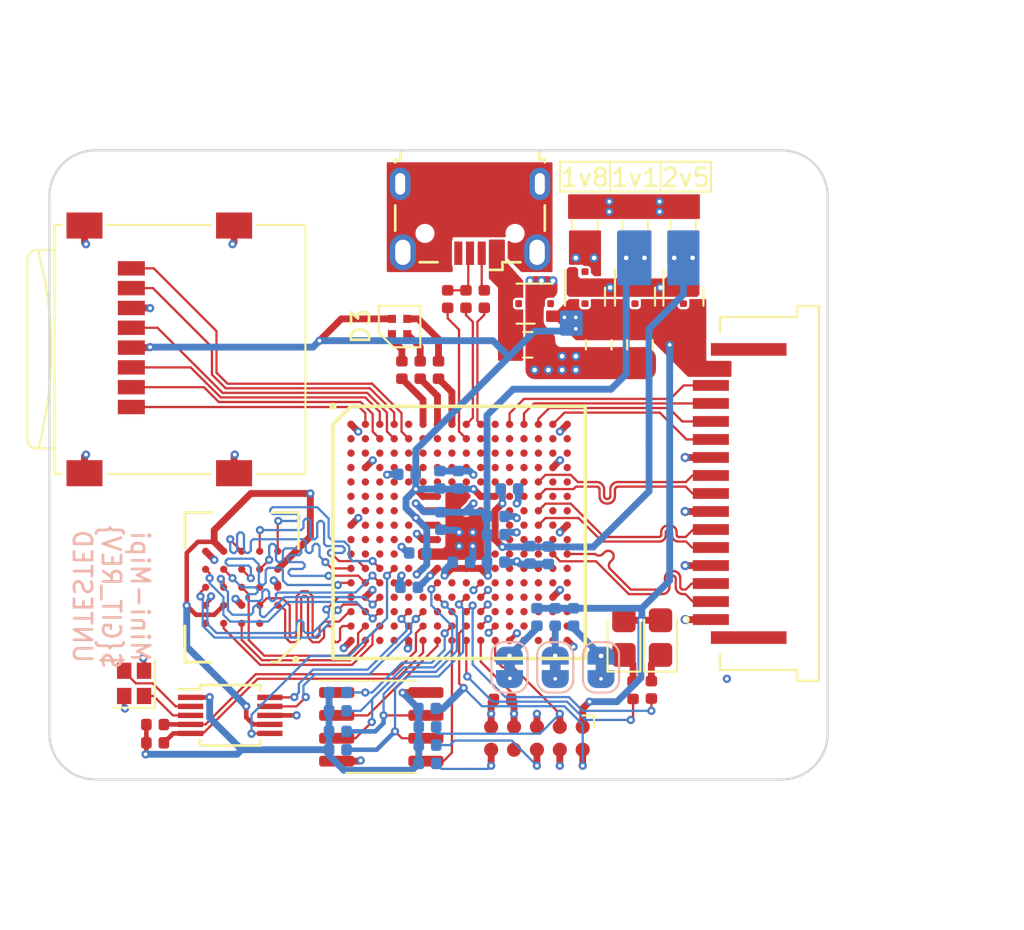
<source format=kicad_pcb>
(kicad_pcb (version 20200628) (host pcbnew "5.99.0-unknown-20c1492~102~ubuntu20.04.1")
  (layers (0 "F.Cu" signal) (1 "In1.Cu" mixed) (2 "In2.Cu" power) (31 "B.Cu" signal) (34 "B.Paste" user) (35 "F.Paste" user) (36 "B.SilkS" user) (37 "F.SilkS" user) (38 "B.Mask" user) (39 "F.Mask" user) (44 "Edge.Cuts" user))
  (net 0 "")
  (net 1 "GND")
  (net 2 "VBUS")
  (net 3 "Net-(U1-Pad5)")
  (net 4 "Net-(U1-Pad2)")
  (net 5 "VCC")
  (net 6 "Net-(U2-Pad5)")
  (net 7 "Net-(U2-Pad2)")
  (net 8 "Net-(U3-Pad5)")
  (net 9 "Net-(U3-Pad2)")
  (net 10 "+2V5")
  (net 11 "Net-(U4-Pad5)")
  (net 12 "Net-(U4-Pad2)")
  (net 13 "+1V1")
  (net 14 "Net-(IC1-PadT9)")
  (net 15 "Net-(IC1-PadR7)")
  (net 16 "Net-(IC1-PadP9)")
  (net 17 "Net-(IC1-PadP8)")
  (net 18 "Net-(IC1-PadP7)")
  (net 19 "Net-(IC1-PadN8)")
  (net 20 "Net-(IC1-PadM9)")
  (net 21 "Net-(IC1-PadM8)")
  (net 22 "Net-(J1-Pad7)")
  (net 23 "/CONFIG/TMS")
  (net 24 "/CONFIG/TCK")
  (net 25 "/CONFIG/DIO0")
  (net 26 "/CONFIG/DIO1")
  (net 27 "/CONFIG/TDI")
  (net 28 "/CONFIG/CSN")
  (net 29 "/CONFIG/MCK")
  (net 30 "/CONFIG/DIO3")
  (net 31 "/CONFIG/TDO")
  (net 32 "/CONFIG/DIO2")
  (net 33 "/CONFIG/CFG2")
  (net 34 "/CONFIG/CFG1")
  (net 35 "/CONFIG/CFG0")
  (net 36 "/MIPI/CAM_IN.D0_N")
  (net 37 "/MIPI/CAM_IN.D0_P")
  (net 38 "/MIPI/CAM_IN.D1_N")
  (net 39 "/MIPI/CAM_IN.D1_P")
  (net 40 "/MIPI/CAM_IN.CLK_N")
  (net 41 "/MIPI/CAM_IN.CLK_P")
  (net 42 "/MIPI/CAM_IN.GPIO")
  (net 43 "/MIPI/CAM_IN.CLK")
  (net 44 "/MIPI/CAM_IN.SCL")
  (net 45 "/MIPI/CAM_IN.SDA")
  (net 46 "Net-(IC1-PadK14)")
  (net 47 "Net-(IC1-PadJ16)")
  (net 48 "Net-(IC1-PadJ15)")
  (net 49 "Net-(IC1-PadJ14)")
  (net 50 "Net-(IC1-PadH15)")
  (net 51 "Net-(IC1-PadH13)")
  (net 52 "Net-(IC1-PadH12)")
  (net 53 "Net-(IC1-PadG16)")
  (net 54 "Net-(IC1-PadG15)")
  (net 55 "Net-(IC1-PadG13)")
  (net 56 "Net-(IC1-PadG12)")
  (net 57 "Net-(IC1-PadF16)")
  (net 58 "Net-(IC1-PadF13)")
  (net 59 "Net-(IC1-PadF12)")
  (net 60 "Net-(IC1-PadE15)")
  (net 61 "Net-(IC1-PadD16)")
  (net 62 "Net-(IC1-PadD14)")
  (net 63 "Net-(IC1-PadC16)")
  (net 64 "Net-(IC1-PadC15)")
  (net 65 "Net-(IC1-PadC14)")
  (net 66 "Net-(IC1-PadB16)")
  (net 67 "Net-(IC1-PadB15)")
  (net 68 "Net-(IC1-PadJ13)")
  (net 69 "Net-(IC1-PadJ12)")
  (net 70 "Net-(IC1-PadF15)")
  (net 71 "Net-(IC1-PadE16)")
  (net 72 "Net-(IC1-PadE13)")
  (net 73 "Net-(IC1-PadE12)")
  (net 74 "Net-(IC1-PadE11)")
  (net 75 "Net-(IC1-PadE10)")
  (net 76 "Net-(IC1-PadE9)")
  (net 77 "Net-(IC1-PadE8)")
  (net 78 "Net-(IC1-PadD13)")
  (net 79 "Net-(IC1-PadD12)")
  (net 80 "Net-(IC1-PadD11)")
  (net 81 "Net-(IC1-PadD10)")
  (net 82 "Net-(IC1-PadD9)")
  (net 83 "Net-(IC1-PadD8)")
  (net 84 "Net-(IC1-PadC13)")
  (net 85 "Net-(IC1-PadC12)")
  (net 86 "Net-(IC1-PadC11)")
  (net 87 "Net-(IC1-PadC10)")
  (net 88 "Net-(IC1-PadC9)")
  (net 89 "Net-(IC1-PadC8)")
  (net 90 "Net-(IC1-PadB14)")
  (net 91 "Net-(IC1-PadB13)")
  (net 92 "Net-(IC1-PadB12)")
  (net 93 "Net-(IC1-PadB11)")
  (net 94 "Net-(IC1-PadB10)")
  (net 95 "Net-(IC1-PadB9)")
  (net 96 "Net-(IC1-PadB8)")
  (net 97 "Net-(IC1-PadA11)")
  (net 98 "/MIPI/USB_DM")
  (net 99 "/MIPI/USB_DP")
  (net 100 "Net-(J3-Pad4)")
  (net 101 "Net-(J3-Pad3)")
  (net 102 "Net-(J3-Pad2)")
  (net 103 "Net-(IC1-PadT4)")
  (net 104 "Net-(IC1-PadT3)")
  (net 105 "Net-(IC1-PadR5)")
  (net 106 "Net-(IC1-PadR4)")
  (net 107 "Net-(IC1-PadP6)")
  (net 108 "Net-(IC1-PadP5)")
  (net 109 "Net-(IC1-PadP4)")
  (net 110 "Net-(IC1-PadN6)")
  (net 111 "Net-(IC1-PadN5)")
  (net 112 "Net-(IC1-PadM6)")
  (net 113 "Net-(IC1-PadM5)")
  (net 114 "+1V8")
  (net 115 "/MEMORY/DQ4")
  (net 116 "Net-(U6-PadA5)")
  (net 117 "/MEMORY/DQ3")
  (net 118 "/MEMORY/DQ2")
  (net 119 "/MEMORY/RWDS")
  (net 120 "/MEMORY/DQ5")
  (net 121 "/MEMORY/DQ0")
  (net 122 "/MEMORY/~CS")
  (net 123 "/MEMORY/DQ6")
  (net 124 "/MEMORY/DQ1")
  (net 125 "Net-(U6-PadC2)")
  (net 126 "Net-(U6-PadA2)")
  (net 127 "/MEMORY/DQ7")
  (net 128 "Net-(D3-Pad1)")
  (net 129 "Net-(D3-Pad2)")
  (net 130 "Net-(D3-Pad3)")
  (net 131 "Net-(D1-Pad1)")
  (net 132 "Net-(D2-Pad1)")
  (net 133 "Net-(IC1-PadN4)")
  (net 134 "Net-(IC1-PadL5)")
  (net 135 "Net-(IC1-PadL4)")
  (net 136 "Net-(IC1-PadK5)")
  (net 137 "Net-(IC1-PadK4)")
  (net 138 "Net-(IC1-PadM4)")
  (net 139 "/MEMORY/~RESET")
  (net 140 "Net-(IC1-PadE7)")
  (net 141 "Net-(IC1-PadE6)")
  (net 142 "Net-(IC1-PadE5)")
  (net 143 "Net-(IC1-PadE4)")
  (net 144 "Net-(IC1-PadD7)")
  (net 145 "Net-(IC1-PadD6)")
  (net 146 "Net-(IC1-PadD5)")
  (net 147 "Net-(IC1-PadD4)")
  (net 148 "Net-(IC1-PadC7)")
  (net 149 "Net-(IC1-PadC6)")
  (net 150 "Net-(IC1-PadC5)")
  (net 151 "Net-(IC1-PadC4)")
  (net 152 "Net-(IC1-PadB7)")
  (net 153 "Net-(IC1-PadB6)")
  (net 154 "Net-(IC1-PadA8)")
  (net 155 "Net-(IC1-PadA7)")
  (net 156 "Net-(IC1-PadA6)")
  (net 157 "Net-(IC1-PadA5)")
  (net 158 "/SD_CARD/DAT1")
  (net 159 "/SD_CARD/DAT0")
  (net 160 "/SD_CARD/CLK")
  (net 161 "/SD_CARD/DAT2")
  (net 162 "/SD_CARD/DAT3")
  (net 163 "/SD_CARD/CMD")
  (net 164 "/MEMORY/CK_N")
  (net 165 "/MEMORY/PSC_N")
  (net 166 "/MEMORY/CK_P")
  (net 167 "/MEMORY/PSC_P")
  (net 168 "/CONFIG/~RESET")
  (net 169 "/MEMORY/OSC_XB")
  (net 170 "/MEMORY/OSC_XA")
  (net 171 "OSC_SDA")
  (net 172 "OSC_SCL")
  (module "mini-mipi:LED_0404" (layer "F.Cu") (at 161.036 72.009)
    (fp_text reference "D3" (at -2.15 0 270) (layer "F.SilkS"))
    (fp_text value "LED_RGBA")
    (pad "2" smd rect (at 0.425 0.425) (size 0.45 0.45) (layers "F.Cu" "F.Paste" "F.Mask") (net 129 "Net-(D3-Pad2)"))
    (pad "3" smd rect (at 0.425 -0.425) (size 0.45 0.45) (layers "F.Cu" "F.Paste" "F.Mask") (net 130 "Net-(D3-Pad3)"))
    (pad "1" smd rect (at -0.425 0.425) (size 0.45 0.45) (layers "F.Cu" "F.Paste" "F.Mask") (net 128 "Net-(D3-Pad1)"))
    (pad "4" smd rect (at -0.425 -0.425) (size 0.45 0.45) (layers "F.Cu" "F.Paste" "F.Mask") (net 5 "VCC"))
  )
  (module "Crystal:Crystal_SMD_2016-4Pin_2.0x1.6mm" (layer "F.Cu") (at 146.304 91.821 90)
    (fp_text reference "Y1")
    (fp_text value "Crystal_GND24")
    (pad "4" smd rect (at -0.7 -0.55 90) (size 0.9 0.8) (layers "F.Cu" "F.Paste" "F.Mask") (net 1 "GND"))
    (pad "3" smd rect (at 0.7 -0.55 90) (size 0.9 0.8) (layers "F.Cu" "F.Paste" "F.Mask") (net 170 "/MEMORY/OSC_XA"))
    (pad "2" smd rect (at 0.7 0.55 90) (size 0.9 0.8) (layers "F.Cu" "F.Paste" "F.Mask") (net 1 "GND"))
    (pad "1" smd rect (at -0.7 0.55 90) (size 0.9 0.8) (layers "F.Cu" "F.Paste" "F.Mask") (net 169 "/MEMORY/OSC_XB"))
  )
  (module "Resistor_SMD:R_0402_1005Metric" (layer "F.Cu") (at 147.47 95.123)
    (fp_text reference "R22")
    (fp_text value "R")
    (pad "2" smd roundrect (at 0.485 0) (size 0.59 0.64) (layers "F.Cu" "F.Paste" "F.Mask") (net 172 "OSC_SCL"))
    (pad "1" smd roundrect (at -0.485 0) (size 0.59 0.64) (layers "F.Cu" "F.Paste" "F.Mask") (net 5 "VCC"))
  )
  (module "Resistor_SMD:R_0402_1005Metric" (layer "F.Cu") (at 147.47 94.107)
    (fp_text reference "R21")
    (fp_text value "R")
    (pad "2" smd roundrect (at 0.485 0) (size 0.59 0.64) (layers "F.Cu" "F.Paste" "F.Mask") (net 171 "OSC_SDA"))
    (pad "1" smd roundrect (at -0.485 0) (size 0.59 0.64) (layers "F.Cu" "F.Paste" "F.Mask") (net 5 "VCC"))
  )
  (module "Capacitor_SMD:C_0402_1005Metric" (layer "B.Cu") (at 161.567 86.487 180)
    (fp_text reference "C14")
    (fp_text value "C")
    (pad "2" smd roundrect (at 0.485 0 180) (size 0.59 0.64) (layers "B.Cu" "B.Paste" "B.Mask") (net 1 "GND"))
    (pad "1" smd roundrect (at -0.485 0 180) (size 0.59 0.64) (layers "B.Cu" "B.Paste" "B.Mask") (net 10 "+2V5"))
  )
  (module "Connector:Tag-Connect_TC2050-IDC-NL_2x05_P1.27mm_Vertical" (layer "F.Cu") (at 168.656 94.869 180)
    (fp_text reference "J1")
    (fp_text value "Conn_ARM_JTAG_SWD_10")
    (pad "10" connect circle (at -2.54 -0.635 180) (size 0.7874 0.7874) (layers "F.Cu" "F.Mask") (net 168 "/CONFIG/~RESET"))
    (pad "9" connect circle (at -1.27 -0.635 180) (size 0.7874 0.7874) (layers "F.Cu" "F.Mask") (net 1 "GND"))
    (pad "8" connect circle (at 0 -0.635 180) (size 0.7874 0.7874) (layers "F.Cu" "F.Mask") (net 27 "/CONFIG/TDI"))
    (pad "7" connect circle (at 1.27 -0.635 180) (size 0.7874 0.7874) (layers "F.Cu" "F.Mask") (net 22 "Net-(J1-Pad7)"))
    (pad "6" connect circle (at 2.54 -0.635 180) (size 0.7874 0.7874) (layers "F.Cu" "F.Mask") (net 31 "/CONFIG/TDO"))
    (pad "5" connect circle (at 2.54 0.635 180) (size 0.7874 0.7874) (layers "F.Cu" "F.Mask") (net 1 "GND"))
    (pad "4" connect circle (at 1.27 0.635 180) (size 0.7874 0.7874) (layers "F.Cu" "F.Mask") (net 24 "/CONFIG/TCK"))
    (pad "3" connect circle (at 0 0.635 180) (size 0.7874 0.7874) (layers "F.Cu" "F.Mask") (net 1 "GND"))
    (pad "2" connect circle (at -1.27 0.635 180) (size 0.7874 0.7874) (layers "F.Cu" "F.Mask") (net 23 "/CONFIG/TMS"))
    (pad "1" connect circle (at -2.54 0.635 180) (size 0.7874 0.7874) (layers "F.Cu" "F.Mask") (net 5 "VCC"))
    (pad "" np_thru_hole circle (at -3.81 0 180) (size 0.9906 0.9906) (drill 0.9906) (layers *.Cu *.Mask))
    (pad "" np_thru_hole circle (at 3.81 1.016 180) (size 0.9906 0.9906) (drill 0.9906) (layers *.Cu *.Mask))
    (pad "" np_thru_hole circle (at 3.81 -1.016 180) (size 0.9906 0.9906) (drill 0.9906) (layers *.Cu *.Mask))
  )
  (module "Package_SO:MSOP-10_3x3mm_P0.5mm" (layer "F.Cu") (at 151.638 93.599)
    (fp_text reference "U7")
    (fp_text value "SI5351A-B-GTR")
    (pad "10" smd rect (at 2.2 -1) (size 1.4 0.3) (layers "F.Cu" "F.Paste" "F.Mask") (net 108 "Net-(IC1-PadP5)"))
    (pad "9" smd rect (at 2.2 -0.5) (size 1.4 0.3) (layers "F.Cu" "F.Paste" "F.Mask") (net 107 "Net-(IC1-PadP6)"))
    (pad "8" smd rect (at 2.2 0) (size 1.4 0.3) (layers "F.Cu" "F.Paste" "F.Mask") (net 1 "GND"))
    (pad "7" smd rect (at 2.2 0.5) (size 1.4 0.3) (layers "F.Cu" "F.Paste" "F.Mask") (net 114 "+1V8"))
    (pad "6" smd rect (at 2.2 1) (size 1.4 0.3) (layers "F.Cu" "F.Paste" "F.Mask") (net 135 "Net-(IC1-PadL4)"))
    (pad "5" smd rect (at -2.2 1) (size 1.4 0.3) (layers "F.Cu" "F.Paste" "F.Mask") (net 172 "OSC_SCL"))
    (pad "4" smd rect (at -2.2 0.5) (size 1.4 0.3) (layers "F.Cu" "F.Paste" "F.Mask") (net 171 "OSC_SDA"))
    (pad "3" smd rect (at -2.2 0) (size 1.4 0.3) (layers "F.Cu" "F.Paste" "F.Mask") (net 169 "/MEMORY/OSC_XB"))
    (pad "2" smd rect (at -2.2 -0.5) (size 1.4 0.3) (layers "F.Cu" "F.Paste" "F.Mask") (net 170 "/MEMORY/OSC_XA"))
    (pad "1" smd rect (at -2.2 -1) (size 1.4 0.3) (layers "F.Cu" "F.Paste" "F.Mask") (net 5 "VCC"))
  )
  (module "Resistor_SMD:R_0402_1005Metric" (layer "F.Cu") (at 166.751 92.71 180)
    (fp_text reference "R20")
    (fp_text value "4.7k")
    (pad "2" smd roundrect (at 0.485 0 180) (size 0.59 0.64) (layers "F.Cu" "F.Paste" "F.Mask") (net 1 "GND"))
    (pad "1" smd roundrect (at -0.485 0 180) (size 0.59 0.64) (layers "F.Cu" "F.Paste" "F.Mask") (net 24 "/CONFIG/TCK"))
  )
  (module "Resistor_SMD:R_0402_1005Metric" (layer "B.Cu") (at 157.607 94.488 180)
    (fp_text reference "R19")
    (fp_text value "4.7k")
    (pad "2" smd roundrect (at 0.485 0 180) (size 0.59 0.64) (layers "B.Cu" "B.Paste" "B.Mask") (net 5 "VCC"))
    (pad "1" smd roundrect (at -0.485 0 180) (size 0.59 0.64) (layers "B.Cu" "B.Paste" "B.Mask") (net 30 "/CONFIG/DIO3"))
  )
  (module "Resistor_SMD:R_0402_1005Metric" (layer "B.Cu") (at 157.607 93.345)
    (fp_text reference "R18")
    (fp_text value "4.7k")
    (pad "2" smd roundrect (at 0.485 0) (size 0.59 0.64) (layers "B.Cu" "B.Paste" "B.Mask") (net 32 "/CONFIG/DIO2"))
    (pad "1" smd roundrect (at -0.485 0) (size 0.59 0.64) (layers "B.Cu" "B.Paste" "B.Mask") (net 5 "VCC"))
  )
  (module "Resistor_SMD:R_0402_1005Metric" (layer "B.Cu") (at 157.607 92.329 180)
    (fp_text reference "R17")
    (fp_text value "4.7k")
    (pad "2" smd roundrect (at 0.485 0 180) (size 0.59 0.64) (layers "B.Cu" "B.Paste" "B.Mask") (net 5 "VCC"))
    (pad "1" smd roundrect (at -0.485 0 180) (size 0.59 0.64) (layers "B.Cu" "B.Paste" "B.Mask") (net 28 "/CONFIG/CSN"))
  )
  (module "Resistor_SMD:R_0402_1005Metric" (layer "B.Cu") (at 157.607 95.504 180)
    (fp_text reference "R16")
    (fp_text value "1k")
    (pad "2" smd roundrect (at 0.485 0 180) (size 0.59 0.64) (layers "B.Cu" "B.Paste" "B.Mask") (net 5 "VCC"))
    (pad "1" smd roundrect (at -0.485 0 180) (size 0.59 0.64) (layers "B.Cu" "B.Paste" "B.Mask") (net 29 "/CONFIG/MCK"))
  )
  (module "Resistor_SMD:R_0402_1005Metric" (layer "B.Cu") (at 162.56 93.218 180)
    (fp_text reference "R15")
    (fp_text value "4.7k")
    (pad "2" smd roundrect (at 0.485 0 180) (size 0.59 0.64) (layers "B.Cu" "B.Paste" "B.Mask") (net 5 "VCC"))
    (pad "1" smd roundrect (at -0.485 0 180) (size 0.59 0.64) (layers "B.Cu" "B.Paste" "B.Mask") (net 168 "/CONFIG/~RESET"))
  )
  (module "Resistor_SMD:R_0402_1005Metric" (layer "B.Cu") (at 162.583 94.234 180)
    (fp_text reference "R14")
    (fp_text value "4.7k")
    (pad "2" smd roundrect (at 0.485 0 180) (size 0.59 0.64) (layers "B.Cu" "B.Paste" "B.Mask") (net 5 "VCC"))
    (pad "1" smd roundrect (at -0.485 0 180) (size 0.59 0.64) (layers "B.Cu" "B.Paste" "B.Mask") (net 23 "/CONFIG/TMS"))
  )
  (module "Resistor_SMD:R_0402_1005Metric" (layer "B.Cu") (at 162.583 96.266 180)
    (fp_text reference "R13")
    (fp_text value "4.7k")
    (pad "2" smd roundrect (at 0.485 0 180) (size 0.59 0.64) (layers "B.Cu" "B.Paste" "B.Mask") (net 5 "VCC"))
    (pad "1" smd roundrect (at -0.485 0 180) (size 0.59 0.64) (layers "B.Cu" "B.Paste" "B.Mask") (net 31 "/CONFIG/TDO"))
  )
  (module "Resistor_SMD:R_0402_1005Metric" (layer "B.Cu") (at 162.583 95.25 180)
    (fp_text reference "R12")
    (fp_text value "4.7k")
    (pad "2" smd roundrect (at 0.485 0 180) (size 0.59 0.64) (layers "B.Cu" "B.Paste" "B.Mask") (net 5 "VCC"))
    (pad "1" smd roundrect (at -0.485 0 180) (size 0.59 0.64) (layers "B.Cu" "B.Paste" "B.Mask") (net 27 "/CONFIG/TDI"))
  )
  (module "Capacitor_SMD:C_0402_1005Metric" (layer "B.Cu") (at 161.4424 80.2132 180)
    (fp_text reference "C6")
    (fp_text value "C")
    (pad "2" smd roundrect (at 0.485 0 180) (size 0.59 0.64) (layers "B.Cu" "B.Paste" "B.Mask") (net 1 "GND"))
    (pad "1" smd roundrect (at -0.485 0 180) (size 0.59 0.64) (layers "B.Cu" "B.Paste" "B.Mask") (net 5 "VCC"))
  )
  (module "Capacitor_SMD:C_0402_1005Metric" (layer "B.Cu") (at 162.052 84.582 180)
    (fp_text reference "C5")
    (fp_text value "C")
    (pad "2" smd roundrect (at 0.485 0 180) (size 0.59 0.64) (layers "B.Cu" "B.Paste" "B.Mask") (net 1 "GND"))
    (pad "1" smd roundrect (at -0.485 0 180) (size 0.59 0.64) (layers "B.Cu" "B.Paste" "B.Mask") (net 5 "VCC"))
  )
  (module "Capacitor_SMD:C_0402_1005Metric" (layer "B.Cu") (at 164.2872 80.518 90)
    (fp_text reference "C19")
    (fp_text value "C")
    (pad "2" smd roundrect (at 0.485 0 90) (size 0.59 0.64) (layers "B.Cu" "B.Paste" "B.Mask") (net 1 "GND"))
    (pad "1" smd roundrect (at -0.485 0 90) (size 0.59 0.64) (layers "B.Cu" "B.Paste" "B.Mask") (net 5 "VCC"))
  )
  (module "Capacitor_SMD:C_0402_1005Metric" (layer "B.Cu") (at 163.2712 80.518 90)
    (fp_text reference "C18")
    (fp_text value "C")
    (pad "2" smd roundrect (at 0.485 0 90) (size 0.59 0.64) (layers "B.Cu" "B.Paste" "B.Mask") (net 1 "GND"))
    (pad "1" smd roundrect (at -0.485 0 90) (size 0.59 0.64) (layers "B.Cu" "B.Paste" "B.Mask") (net 5 "VCC"))
  )
  (module "Capacitor_SMD:C_0402_1005Metric" (layer "B.Cu") (at 169.291 84.709 -90)
    (fp_text reference "C17")
    (fp_text value "C")
    (pad "2" smd roundrect (at 0.485 0 270) (size 0.59 0.64) (layers "B.Cu" "B.Paste" "B.Mask") (net 1 "GND"))
    (pad "1" smd roundrect (at -0.485 0 270) (size 0.59 0.64) (layers "B.Cu" "B.Paste" "B.Mask") (net 10 "+2V5"))
  )
  (module "Capacitor_SMD:C_0402_1005Metric" (layer "B.Cu") (at 168.275 84.686 -90)
    (fp_text reference "C16")
    (fp_text value "C")
    (pad "2" smd roundrect (at 0.485 0 270) (size 0.59 0.64) (layers "B.Cu" "B.Paste" "B.Mask") (net 1 "GND"))
    (pad "1" smd roundrect (at -0.485 0 270) (size 0.59 0.64) (layers "B.Cu" "B.Paste" "B.Mask") (net 10 "+2V5"))
  )
  (module "Capacitor_SMD:C_0402_1005Metric" (layer "B.Cu") (at 166.372277 82.552166)
    (fp_text reference "C15")
    (fp_text value "C")
    (pad "2" smd roundrect (at 0.485 0) (size 0.59 0.64) (layers "B.Cu" "B.Paste" "B.Mask") (net 1 "GND"))
    (pad "1" smd roundrect (at -0.485 0) (size 0.59 0.64) (layers "B.Cu" "B.Paste" "B.Mask") (net 13 "+1V1"))
  )
  (module "Capacitor_SMD:C_0402_1005Metric" (layer "B.Cu") (at 164.465 85.09)
    (fp_text reference "C13")
    (fp_text value "C")
    (pad "2" smd roundrect (at 0.485 0) (size 0.59 0.64) (layers "B.Cu" "B.Paste" "B.Mask") (net 1 "GND"))
    (pad "1" smd roundrect (at -0.485 0) (size 0.59 0.64) (layers "B.Cu" "B.Paste" "B.Mask") (net 13 "+1V1"))
  )
  (module "Capacitor_SMD:C_0402_1005Metric" (layer "B.Cu") (at 167.132 81.026)
    (fp_text reference "C12")
    (fp_text value "C")
    (pad "2" smd roundrect (at 0.485 0) (size 0.59 0.64) (layers "B.Cu" "B.Paste" "B.Mask") (net 1 "GND"))
    (pad "1" smd roundrect (at -0.485 0) (size 0.59 0.64) (layers "B.Cu" "B.Paste" "B.Mask") (net 10 "+2V5"))
  )
  (module "Capacitor_SMD:C_0402_1005Metric" (layer "B.Cu") (at 163.322 82.804 -90)
    (fp_text reference "C11")
    (fp_text value "C")
    (pad "2" smd roundrect (at 0.485 0 270) (size 0.59 0.64) (layers "B.Cu" "B.Paste" "B.Mask") (net 1 "GND"))
    (pad "1" smd roundrect (at -0.485 0 270) (size 0.59 0.64) (layers "B.Cu" "B.Paste" "B.Mask") (net 13 "+1V1"))
  )
  (module "Capacitor_SMD:C_0402_1005Metric" (layer "B.Cu") (at 166.37 83.566)
    (fp_text reference "C10")
    (fp_text value "C")
    (pad "2" smd roundrect (at 0.485 0) (size 0.59 0.64) (layers "B.Cu" "B.Paste" "B.Mask") (net 1 "GND"))
    (pad "1" smd roundrect (at -0.485 0) (size 0.59 0.64) (layers "B.Cu" "B.Paste" "B.Mask") (net 13 "+1V1"))
  )
  (module "Capacitor_SMD:C_0402_1005Metric" (layer "B.Cu") (at 166.37 85.09)
    (fp_text reference "C9")
    (fp_text value "C")
    (pad "2" smd roundrect (at 0.485 0) (size 0.59 0.64) (layers "B.Cu" "B.Paste" "B.Mask") (net 1 "GND"))
    (pad "1" smd roundrect (at -0.485 0) (size 0.59 0.64) (layers "B.Cu" "B.Paste" "B.Mask") (net 13 "+1V1"))
  )
  (module "Capacitor_SMD:C_0805_2012Metric" (layer "F.Cu") (at 171.323 66.344 90)
    (fp_text reference "C4")
    (fp_text value "C")
    (pad "2" smd roundrect (at 0.9375 0 90) (size 0.975 1.4) (layers "F.Cu" "F.Paste" "F.Mask") (net 1 "GND"))
    (pad "1" smd roundrect (at -0.9375 0 90) (size 0.975 1.4) (layers "F.Cu" "F.Paste" "F.Mask") (net 114 "+1V8"))
  )
  (module "Package_SON:WSON-6-1EP_2x2mm_P0.65mm_EP1x1.6mm" (layer "F.Cu") (at 171.323 69.8515 -90)
    (fp_text reference "U2")
    (fp_text value "TPS74618")
    (pad "7" smd rect (at 0 0 270) (size 1 1.6) (layers "F.Cu" "F.Mask") (net 1 "GND"))
    (pad "6" smd roundrect (at 0.8875 -0.65 270) (size 0.375 0.4) (layers "F.Cu" "F.Paste" "F.Mask") (net 5 "VCC"))
    (pad "5" smd roundrect (at 0.8875 0 270) (size 0.375 0.4) (layers "F.Cu" "F.Paste" "F.Mask") (net 6 "Net-(U2-Pad5)"))
    (pad "4" smd roundrect (at 0.8875 0.65 270) (size 0.375 0.4) (layers "F.Cu" "F.Paste" "F.Mask") (net 5 "VCC"))
    (pad "3" smd roundrect (at -0.8875 0.65 270) (size 0.375 0.4) (layers "F.Cu" "F.Paste" "F.Mask") (net 1 "GND"))
    (pad "2" smd roundrect (at -0.8875 0 270) (size 0.375 0.4) (layers "F.Cu" "F.Paste" "F.Mask") (net 7 "Net-(U2-Pad2)"))
    (pad "1" smd roundrect (at -0.8875 -0.65 270) (size 0.375 0.4) (layers "F.Cu" "F.Paste" "F.Mask") (net 114 "+1V8"))
  )
  (module "mini-mipi:BGA-24_5x5_6.0x8.0mm" (layer "F.Cu") (at 152.273 86.487 180)
    (fp_text reference "U6")
    (fp_text value "S27KL0641")
    (pad "E5" smd circle (at 2 2 180) (size 0.4 0.4) (layers "F.Cu" "F.Paste" "F.Mask") (net 1 "GND"))
    (pad "D5" smd circle (at 2 1 180) (size 0.4 0.4) (layers "F.Cu" "F.Paste" "F.Mask") (net 115 "/MEMORY/DQ4"))
    (pad "C5" smd circle (at 2 0 180) (size 0.4 0.4) (layers "F.Cu" "F.Paste" "F.Mask") (net 165 "/MEMORY/PSC_N"))
    (pad "B5" smd circle (at 2 -1 180) (size 0.4 0.4) (layers "F.Cu" "F.Paste" "F.Mask") (net 167 "/MEMORY/PSC_P"))
    (pad "A5" smd circle (at 2 -2 180) (size 0.4 0.4) (layers "F.Cu" "F.Paste" "F.Mask") (net 116 "Net-(U6-PadA5)"))
    (pad "E4" smd circle (at 1 2 180) (size 0.4 0.4) (layers "F.Cu" "F.Paste" "F.Mask") (net 114 "+1V8"))
    (pad "D4" smd circle (at 1 1 180) (size 0.4 0.4) (layers "F.Cu" "F.Paste" "F.Mask") (net 117 "/MEMORY/DQ3"))
    (pad "C4" smd circle (at 1 0 180) (size 0.4 0.4) (layers "F.Cu" "F.Paste" "F.Mask") (net 118 "/MEMORY/DQ2"))
    (pad "B4" smd circle (at 1 -1 180) (size 0.4 0.4) (layers "F.Cu" "F.Paste" "F.Mask") (net 114 "+1V8"))
    (pad "A4" smd circle (at 1 -2 180) (size 0.4 0.4) (layers "F.Cu" "F.Paste" "F.Mask") (net 139 "/MEMORY/~RESET"))
    (pad "E3" smd circle (at 0 2 180) (size 0.4 0.4) (layers "F.Cu" "F.Paste" "F.Mask") (net 120 "/MEMORY/DQ5"))
    (pad "D3" smd circle (at 0 1 180) (size 0.4 0.4) (layers "F.Cu" "F.Paste" "F.Mask") (net 121 "/MEMORY/DQ0"))
    (pad "C3" smd circle (at 0 0 180) (size 0.4 0.4) (layers "F.Cu" "F.Paste" "F.Mask") (net 119 "/MEMORY/RWDS"))
    (pad "B3" smd circle (at 0 -1 180) (size 0.4 0.4) (layers "F.Cu" "F.Paste" "F.Mask") (net 1 "GND"))
    (pad "A3" smd circle (at 0 -2 180) (size 0.4 0.4) (layers "F.Cu" "F.Paste" "F.Mask") (net 122 "/MEMORY/~CS"))
    (pad "E2" smd circle (at -1 2 180) (size 0.4 0.4) (layers "F.Cu" "F.Paste" "F.Mask") (net 123 "/MEMORY/DQ6"))
    (pad "D2" smd circle (at -1 1 180) (size 0.4 0.4) (layers "F.Cu" "F.Paste" "F.Mask") (net 124 "/MEMORY/DQ1"))
    (pad "C2" smd circle (at -1 0 180) (size 0.4 0.4) (layers "F.Cu" "F.Paste" "F.Mask") (net 125 "Net-(U6-PadC2)"))
    (pad "B2" smd circle (at -1 -1 180) (size 0.4 0.4) (layers "F.Cu" "F.Paste" "F.Mask") (net 166 "/MEMORY/CK_P"))
    (pad "A2" smd circle (at -1 -2 180) (size 0.4 0.4) (layers "F.Cu" "F.Paste" "F.Mask") (net 126 "Net-(U6-PadA2)"))
    (pad "E1" smd circle (at -2 2 180) (size 0.4 0.4) (layers "F.Cu" "F.Paste" "F.Mask") (net 127 "/MEMORY/DQ7"))
    (pad "D1" smd circle (at -2 1 180) (size 0.4 0.4) (layers "F.Cu" "F.Paste" "F.Mask") (net 114 "+1V8"))
    (pad "C1" smd circle (at -2 0 180) (size 0.4 0.4) (layers "F.Cu" "F.Paste" "F.Mask") (net 1 "GND"))
    (pad "B1" smd circle (at -2 -1 180) (size 0.4 0.4) (layers "F.Cu" "F.Paste" "F.Mask") (net 164 "/MEMORY/CK_N"))
  )
  (module "mini-mipi:BGA256C80P16X16_1400X1400X170" (layer "F.Cu") (at 164.338 83.439)
    (fp_text reference "IC1")
    (fp_text value "ECP5-BGA256" hide)
    (pad "T16" smd circle (at 6 6 90) (size 0.41 0.41) (layers "F.Cu" "F.Paste" "F.Mask") (net 1 "GND"))
    (pad "T15" smd circle (at 5.2 6 90) (size 0.41 0.41) (layers "F.Cu" "F.Paste" "F.Mask"))
    (pad "T14" smd circle (at 4.4 6 90) (size 0.41 0.41) (layers "F.Cu" "F.Paste" "F.Mask"))
    (pad "T13" smd circle (at 3.6 6 90) (size 0.41 0.41) (layers "F.Cu" "F.Paste" "F.Mask"))
    (pad "T12" smd circle (at 2.8 6 90) (size 0.41 0.41) (layers "F.Cu" "F.Paste" "F.Mask") (net 1 "GND"))
    (pad "T11" smd circle (at 2 6 90) (size 0.41 0.41) (layers "F.Cu" "F.Paste" "F.Mask") (net 23 "/CONFIG/TMS"))
    (pad "T10" smd circle (at 1.2 6 90) (size 0.41 0.41) (layers "F.Cu" "F.Paste" "F.Mask") (net 24 "/CONFIG/TCK"))
    (pad "T9" smd circle (at 0.4 6 90) (size 0.41 0.41) (layers "F.Cu" "F.Paste" "F.Mask") (net 14 "Net-(IC1-PadT9)"))
    (pad "T8" smd circle (at -0.4 6 90) (size 0.41 0.41) (layers "F.Cu" "F.Paste" "F.Mask") (net 25 "/CONFIG/DIO0"))
    (pad "T7" smd circle (at -1.2 6 90) (size 0.41 0.41) (layers "F.Cu" "F.Paste" "F.Mask") (net 26 "/CONFIG/DIO1"))
    (pad "T6" smd circle (at -2 6 90) (size 0.41 0.41) (layers "F.Cu" "F.Paste" "F.Mask") (net 172 "OSC_SCL"))
    (pad "T5" smd circle (at -2.8 6 90) (size 0.41 0.41) (layers "F.Cu" "F.Paste" "F.Mask") (net 1 "GND"))
    (pad "T4" smd circle (at -3.6 6 90) (size 0.41 0.41) (layers "F.Cu" "F.Paste" "F.Mask") (net 103 "Net-(IC1-PadT4)"))
    (pad "T3" smd circle (at -4.4 6 90) (size 0.41 0.41) (layers "F.Cu" "F.Paste" "F.Mask") (net 104 "Net-(IC1-PadT3)"))
    (pad "T2" smd circle (at -5.2 6 90) (size 0.41 0.41) (layers "F.Cu" "F.Paste" "F.Mask") (net 122 "/MEMORY/~CS"))
    (pad "T1" smd circle (at -6 6 90) (size 0.41 0.41) (layers "F.Cu" "F.Paste" "F.Mask") (net 1 "GND"))
    (pad "R16" smd circle (at 6 5.2 90) (size 0.41 0.41) (layers "F.Cu" "F.Paste" "F.Mask"))
    (pad "R15" smd circle (at 5.2 5.2 90) (size 0.41 0.41) (layers "F.Cu" "F.Paste" "F.Mask"))
    (pad "R14" smd circle (at 4.4 5.2 90) (size 0.41 0.41) (layers "F.Cu" "F.Paste" "F.Mask"))
    (pad "R13" smd circle (at 3.6 5.2 90) (size 0.41 0.41) (layers "F.Cu" "F.Paste" "F.Mask"))
    (pad "R12" smd circle (at 2.8 5.2 90) (size 0.41 0.41) (layers "F.Cu" "F.Paste" "F.Mask"))
    (pad "R11" smd circle (at 2 5.2 90) (size 0.41 0.41) (layers "F.Cu" "F.Paste" "F.Mask") (net 27 "/CONFIG/TDI"))
    (pad "R10" smd circle (at 1.2 5.2 90) (size 0.41 0.41) (layers "F.Cu" "F.Paste" "F.Mask") (net 33 "/CONFIG/CFG2"))
    (pad "R9" smd circle (at 0.4 5.2 90) (size 0.41 0.41) (layers "F.Cu" "F.Paste" "F.Mask") (net 168 "/CONFIG/~RESET"))
    (pad "R8" smd circle (at -0.4 5.2 90) (size 0.41 0.41) (layers "F.Cu" "F.Paste" "F.Mask") (net 28 "/CONFIG/CSN"))
    (pad "R7" smd circle (at -1.2 5.2 90) (size 0.41 0.41) (layers "F.Cu" "F.Paste" "F.Mask") (net 15 "Net-(IC1-PadR7)"))
    (pad "R6" smd circle (at -2 5.2 90) (size 0.41 0.41) (layers "F.Cu" "F.Paste" "F.Mask") (net 171 "OSC_SDA"))
    (pad "R5" smd circle (at -2.8 5.2 90) (size 0.41 0.41) (layers "F.Cu" "F.Paste" "F.Mask") (net 105 "Net-(IC1-PadR5)"))
    (pad "R4" smd circle (at -3.6 5.2 90) (size 0.41 0.41) (layers "F.Cu" "F.Paste" "F.Mask") (net 106 "Net-(IC1-PadR4)"))
    (pad "R3" smd circle (at -4.4 5.2 90) (size 0.41 0.41) (layers "F.Cu" "F.Paste" "F.Mask") (net 139 "/MEMORY/~RESET"))
    (pad "R2" smd circle (at -5.2 5.2 90) (size 0.41 0.41) (layers "F.Cu" "F.Paste" "F.Mask") (net 119 "/MEMORY/RWDS"))
    (pad "R1" smd circle (at -6 5.2 90) (size 0.41 0.41) (layers "F.Cu" "F.Paste" "F.Mask") (net 164 "/MEMORY/CK_N"))
    (pad "P16" smd circle (at 6 4.4 90) (size 0.41 0.41) (layers "F.Cu" "F.Paste" "F.Mask"))
    (pad "P15" smd circle (at 5.2 4.4 90) (size 0.41 0.41) (layers "F.Cu" "F.Paste" "F.Mask"))
    (pad "P14" smd circle (at 4.4 4.4 90) (size 0.41 0.41) (layers "F.Cu" "F.Paste" "F.Mask"))
    (pad "P13" smd circle (at 3.6 4.4 90) (size 0.41 0.41) (layers "F.Cu" "F.Paste" "F.Mask"))
    (pad "P12" smd circle (at 2.8 4.4 90) (size 0.41 0.41) (layers "F.Cu" "F.Paste" "F.Mask"))
    (pad "P11" smd circle (at 2 4.4 90) (size 0.41 0.41) (layers "F.Cu" "F.Paste" "F.Mask"))
    (pad "P10" smd circle (at 1.2 4.4 90) (size 0.41 0.41) (layers "F.Cu" "F.Paste" "F.Mask") (net 34 "/CONFIG/CFG1"))
    (pad "P9" smd circle (at 0.4 4.4 90) (size 0.41 0.41) (layers "F.Cu" "F.Paste" "F.Mask") (net 16 "Net-(IC1-PadP9)"))
    (pad "P8" smd circle (at -0.4 4.4 90) (size 0.41 0.41) (layers "F.Cu" "F.Paste" "F.Mask") (net 17 "Net-(IC1-PadP8)"))
    (pad "P7" smd circle (at -1.2 4.4 90) (size 0.41 0.41) (layers "F.Cu" "F.Paste" "F.Mask") (net 18 "Net-(IC1-PadP7)"))
    (pad "P6" smd circle (at -2 4.4 90) (size 0.41 0.41) (layers "F.Cu" "F.Paste" "F.Mask") (net 107 "Net-(IC1-PadP6)"))
    (pad "P5" smd circle (at -2.8 4.4 90) (size 0.41 0.41) (layers "F.Cu" "F.Paste" "F.Mask") (net 108 "Net-(IC1-PadP5)"))
    (pad "P4" smd circle (at -3.6 4.4 90) (size 0.41 0.41) (layers "F.Cu" "F.Paste" "F.Mask") (net 109 "Net-(IC1-PadP4)"))
    (pad "P3" smd circle (at -4.4 4.4 90) (size 0.41 0.41) (layers "F.Cu" "F.Paste" "F.Mask") (net 115 "/MEMORY/DQ4"))
    (pad "P2" smd circle (at -5.2 4.4 90) (size 0.41 0.41) (layers "F.Cu" "F.Paste" "F.Mask") (net 165 "/MEMORY/PSC_N"))
    (pad "P1" smd circle (at -6 4.4 90) (size 0.41 0.41) (layers "F.Cu" "F.Paste" "F.Mask") (net 166 "/MEMORY/CK_P"))
    (pad "N16" smd circle (at 6 3.6 90) (size 0.41 0.41) (layers "F.Cu" "F.Paste" "F.Mask"))
    (pad "N15" smd circle (at 5.2 3.6 90) (size 0.41 0.41) (layers "F.Cu" "F.Paste" "F.Mask") (net 1 "GND"))
    (pad "N14" smd circle (at 4.4 3.6 90) (size 0.41 0.41) (layers "F.Cu" "F.Paste" "F.Mask"))
    (pad "N13" smd circle (at 3.6 3.6 90) (size 0.41 0.41) (layers "F.Cu" "F.Paste" "F.Mask"))
    (pad "N12" smd circle (at 2.8 3.6 90) (size 0.41 0.41) (layers "F.Cu" "F.Paste" "F.Mask"))
    (pad "N11" smd circle (at 2 3.6 90) (size 0.41 0.41) (layers "F.Cu" "F.Paste" "F.Mask"))
    (pad "N10" smd circle (at 1.2 3.6 90) (size 0.41 0.41) (layers "F.Cu" "F.Paste" "F.Mask") (net 35 "/CONFIG/CFG0"))
    (pad "N9" smd circle (at 0.4 3.6 90) (size 0.41 0.41) (layers "F.Cu" "F.Paste" "F.Mask") (net 29 "/CONFIG/MCK"))
    (pad "N8" smd circle (at -0.4 3.6 90) (size 0.41 0.41) (layers "F.Cu" "F.Paste" "F.Mask") (net 19 "Net-(IC1-PadN8)"))
    (pad "N7" smd circle (at -1.2 3.6 90) (size 0.41 0.41) (layers "F.Cu" "F.Paste" "F.Mask") (net 30 "/CONFIG/DIO3"))
    (pad "N6" smd circle (at -2 3.6 90) (size 0.41 0.41) (layers "F.Cu" "F.Paste" "F.Mask") (net 110 "Net-(IC1-PadN6)"))
    (pad "N5" smd circle (at -2.8 3.6 90) (size 0.41 0.41) (layers "F.Cu" "F.Paste" "F.Mask") (net 111 "Net-(IC1-PadN5)"))
    (pad "N4" smd circle (at -3.6 3.6 90) (size 0.41 0.41) (layers "F.Cu" "F.Paste" "F.Mask") (net 133 "Net-(IC1-PadN4)"))
    (pad "N3" smd circle (at -4.4 3.6 90) (size 0.41 0.41) (layers "F.Cu" "F.Paste" "F.Mask") (net 118 "/MEMORY/DQ2"))
    (pad "N2" smd circle (at -5.2 3.6 90) (size 0.41 0.41) (layers "F.Cu" "F.Paste" "F.Mask") (net 1 "GND"))
    (pad "N1" smd circle (at -6 3.6 90) (size 0.41 0.41) (layers "F.Cu" "F.Paste" "F.Mask") (net 167 "/MEMORY/PSC_P"))
    (pad "M16" smd circle (at 6 2.8 90) (size 0.41 0.41) (layers "F.Cu" "F.Paste" "F.Mask"))
    (pad "M15" smd circle (at 5.2 2.8 90) (size 0.41 0.41) (layers "F.Cu" "F.Paste" "F.Mask"))
    (pad "M14" smd circle (at 4.4 2.8 90) (size 0.41 0.41) (layers "F.Cu" "F.Paste" "F.Mask"))
    (pad "M13" smd circle (at 3.6 2.8 90) (size 0.41 0.41) (layers "F.Cu" "F.Paste" "F.Mask"))
    (pad "M12" smd circle (at 2.8 2.8 90) (size 0.41 0.41) (layers "F.Cu" "F.Paste" "F.Mask"))
    (pad "M11" smd circle (at 2 2.8 90) (size 0.41 0.41) (layers "F.Cu" "F.Paste" "F.Mask"))
    (pad "M10" smd circle (at 1.2 2.8 90) (size 0.41 0.41) (layers "F.Cu" "F.Paste" "F.Mask") (net 31 "/CONFIG/TDO"))
    (pad "M9" smd circle (at 0.4 2.8 90) (size 0.41 0.41) (layers "F.Cu" "F.Paste" "F.Mask") (net 20 "Net-(IC1-PadM9)"))
    (pad "M8" smd circle (at -0.4 2.8 90) (size 0.41 0.41) (layers "F.Cu" "F.Paste" "F.Mask") (net 21 "Net-(IC1-PadM8)"))
    (pad "M7" smd circle (at -1.2 2.8 90) (size 0.41 0.41) (layers "F.Cu" "F.Paste" "F.Mask") (net 32 "/CONFIG/DIO2"))
    (pad "M6" smd circle (at -2 2.8 90) (size 0.41 0.41) (layers "F.Cu" "F.Paste" "F.Mask") (net 112 "Net-(IC1-PadM6)"))
    (pad "M5" smd circle (at -2.8 2.8 90) (size 0.41 0.41) (layers "F.Cu" "F.Paste" "F.Mask") (net 113 "Net-(IC1-PadM5)"))
    (pad "M4" smd circle (at -3.6 2.8 90) (size 0.41 0.41) (layers "F.Cu" "F.Paste" "F.Mask") (net 138 "Net-(IC1-PadM4)"))
    (pad "M3" smd circle (at -4.4 2.8 90) (size 0.41 0.41) (layers "F.Cu" "F.Paste" "F.Mask") (net 117 "/MEMORY/DQ3"))
    (pad "M2" smd circle (at -5.2 2.8 90) (size 0.41 0.41) (layers "F.Cu" "F.Paste" "F.Mask") (net 124 "/MEMORY/DQ1"))
    (pad "M1" smd circle (at -6 2.8 90) (size 0.41 0.41) (layers "F.Cu" "F.Paste" "F.Mask") (net 121 "/MEMORY/DQ0"))
    (pad "L16" smd circle (at 6 2 90) (size 0.41 0.41) (layers "F.Cu" "F.Paste" "F.Mask"))
    (pad "L15" smd circle (at 5.2 2 90) (size 0.41 0.41) (layers "F.Cu" "F.Paste" "F.Mask"))
    (pad "L14" smd circle (at 4.4 2 90) (size 0.41 0.41) (layers "F.Cu" "F.Paste" "F.Mask"))
    (pad "L13" smd circle (at 3.6 2 90) (size 0.41 0.41) (layers "F.Cu" "F.Paste" "F.Mask"))
    (pad "L12" smd circle (at 2.8 2 90) (size 0.41 0.41) (layers "F.Cu" "F.Paste" "F.Mask"))
    (pad "L11" smd circle (at 2 2 90) (size 0.41 0.41) (layers "F.Cu" "F.Paste" "F.Mask"))
    (pad "L10" smd circle (at 1.2 2 90) (size 0.41 0.41) (layers "F.Cu" "F.Paste" "F.Mask") (net 13 "+1V1"))
    (pad "L9" smd circle (at 0.4 2 90) (size 0.41 0.41) (layers "F.Cu" "F.Paste" "F.Mask") (net 13 "+1V1"))
    (pad "L8" smd circle (at -0.4 2 90) (size 0.41 0.41) (layers "F.Cu" "F.Paste" "F.Mask") (net 13 "+1V1"))
    (pad "L7" smd circle (at -1.2 2 90) (size 0.41 0.41) (layers "F.Cu" "F.Paste" "F.Mask") (net 10 "+2V5"))
    (pad "L6" smd circle (at -2 2 90) (size 0.41 0.41) (layers "F.Cu" "F.Paste" "F.Mask") (net 5 "VCC"))
    (pad "L5" smd circle (at -2.8 2 90) (size 0.41 0.41) (layers "F.Cu" "F.Paste" "F.Mask") (net 134 "Net-(IC1-PadL5)"))
    (pad "L4" smd circle (at -3.6 2 90) (size 0.41 0.41) (layers "F.Cu" "F.Paste" "F.Mask") (net 135 "Net-(IC1-PadL4)"))
    (pad "L3" smd circle (at -4.4 2 90) (size 0.41 0.41) (layers "F.Cu" "F.Paste" "F.Mask") (net 127 "/MEMORY/DQ7"))
    (pad "L2" smd circle (at -5.2 2 90) (size 0.41 0.41) (layers "F.Cu" "F.Paste" "F.Mask") (net 123 "/MEMORY/DQ6"))
    (pad "L1" smd circle (at -6 2 90) (size 0.41 0.41) (layers "F.Cu" "F.Paste" "F.Mask") (net 120 "/MEMORY/DQ5"))
    (pad "K16" smd circle (at 6 1.2 90) (size 0.41 0.41) (layers "F.Cu" "F.Paste" "F.Mask") (net 37 "/MIPI/CAM_IN.D0_P"))
    (pad "K15" smd circle (at 5.2 1.2 90) (size 0.41 0.41) (layers "F.Cu" "F.Paste" "F.Mask") (net 36 "/MIPI/CAM_IN.D0_N"))
    (pad "K14" smd circle (at 4.4 1.2 90) (size 0.41 0.41) (layers "F.Cu" "F.Paste" "F.Mask") (net 46 "Net-(IC1-PadK14)"))
    (pad "K13" smd circle (at 3.6 1.2 90) (size 0.41 0.41) (layers "F.Cu" "F.Paste" "F.Mask"))
    (pad "K12" smd circle (at 2.8 1.2 90) (size 0.41 0.41) (layers "F.Cu" "F.Paste" "F.Mask"))
    (pad "K11" smd circle (at 2 1.2 90) (size 0.41 0.41) (layers "F.Cu" "F.Paste" "F.Mask"))
    (pad "K10" smd circle (at 1.2 1.2 90) (size 0.41 0.41) (layers "F.Cu" "F.Paste" "F.Mask") (net 1 "GND"))
    (pad "K9" smd circle (at 0.4 1.2 90) (size 0.41 0.41) (layers "F.Cu" "F.Paste" "F.Mask") (net 1 "GND"))
    (pad "K8" smd circle (at -0.4 1.2 90) (size 0.41 0.41) (layers "F.Cu" "F.Paste" "F.Mask") (net 1 "GND"))
    (pad "K7" smd circle (at -1.2 1.2 90) (size 0.41 0.41) (layers "F.Cu" "F.Paste" "F.Mask") (net 1 "GND"))
    (pad "K6" smd circle (at -2 1.2 90) (size 0.41 0.41) (layers "F.Cu" "F.Paste" "F.Mask") (net 1 "GND"))
    (pad "K5" smd circle (at -2.8 1.2 90) (size 0.41 0.41) (layers "F.Cu" "F.Paste" "F.Mask") (net 136 "Net-(IC1-PadK5)"))
    (pad "K4" smd circle (at -3.6 1.2 90) (size 0.41 0.41) (layers "F.Cu" "F.Paste" "F.Mask") (net 137 "Net-(IC1-PadK4)"))
    (pad "K3" smd circle (at -4.4 1.2 90) (size 0.41 0.41) (layers "F.Cu" "F.Paste" "F.Mask"))
    (pad "K2" smd circle (at -5.2 1.2 90) (size 0.41 0.41) (layers "F.Cu" "F.Paste" "F.Mask"))
    (pad "K1" smd circle (at -6 1.2 90) (size 0.41 0.41) (layers "F.Cu" "F.Paste" "F.Mask"))
    (pad "J16" smd circle (at 6 0.4 90) (size 0.41 0.41) (layers "F.Cu" "F.Paste" "F.Mask") (net 47 "Net-(IC1-PadJ16)"))
    (pad "J15" smd circle (at 5.2 0.4 90) (size 0.41 0.41) (layers "F.Cu" "F.Paste" "F.Mask") (net 48 "Net-(IC1-PadJ15)"))
    (pad "J14" smd circle (at 4.4 0.4 90) (size 0.41 0.41) (layers "F.Cu" "F.Paste" "F.Mask") (net 49 "Net-(IC1-PadJ14)"))
    (pad "J13" smd circle (at 3.6 0.4 90) (size 0.41 0.41) (layers "F.Cu" "F.Paste" "F.Mask") (net 68 "Net-(IC1-PadJ13)"))
    (pad "J12" smd circle (at 2.8 0.4 90) (size 0.41 0.41) (layers "F.Cu" "F.Paste" "F.Mask") (net 69 "Net-(IC1-PadJ12)"))
    (pad "J11" smd circle (at 2 0.4 90) (size 0.41 0.41) (layers "F.Cu" "F.Paste" "F.Mask") (net 10 "+2V5"))
    (pad "J10" smd circle (at 1.2 0.4 90) (size 0.41 0.41) (layers "F.Cu" "F.Paste" "F.Mask") (net 1 "GND"))
    (pad "J9" smd circle (at 0.4 0.4 90) (size 0.41 0.41) (layers "F.Cu" "F.Paste" "F.Mask") (net 1 "GND"))
    (pad "J8" smd circle (at -0.4 0.4 90) (size 0.41 0.41) (layers "F.Cu" "F.Paste" "F.Mask") (net 1 "GND"))
    (pad "J7" smd circle (at -1.2 0.4 90) (size 0.41 0.41) (layers "F.Cu" "F.Paste" "F.Mask") (net 114 "+1V8"))
    (pad "J6" smd circle (at -2 0.4 90) (size 0.41 0.41) (layers "F.Cu" "F.Paste" "F.Mask") (net 114 "+1V8"))
    (pad "J5" smd circle (at -2.8 0.4 90) (size 0.41 0.41) (layers "F.Cu" "F.Paste" "F.Mask"))
    (pad "J4" smd circle (at -3.6 0.4 90) (size 0.41 0.41) (layers "F.Cu" "F.Paste" "F.Mask"))
    (pad "J3" smd circle (at -4.4 0.4 90) (size 0.41 0.41) (layers "F.Cu" "F.Paste" "F.Mask"))
    (pad "J2" smd circle (at -5.2 0.4 90) (size 0.41 0.41) (layers "F.Cu" "F.Paste" "F.Mask"))
    (pad "J1" smd circle (at -6 0.4 90) (size 0.41 0.41) (layers "F.Cu" "F.Paste" "F.Mask"))
    (pad "H16" smd circle (at 6 -0.4 90) (size 0.41 0.41) (layers "F.Cu" "F.Paste" "F.Mask") (net 1 "GND"))
    (pad "H15" smd circle (at 5.2 -0.4 90) (size 0.41 0.41) (layers "F.Cu" "F.Paste" "F.Mask") (net 50 "Net-(IC1-PadH15)"))
    (pad "H14" smd circle (at 4.4 -0.4 90) (size 0.41 0.41) (layers "F.Cu" "F.Paste" "F.Mask") (net 38 "/MIPI/CAM_IN.D1_N"))
    (pad "H13" smd circle (at 3.6 -0.4 90) (size 0.41 0.41) (layers "F.Cu" "F.Paste" "F.Mask") (net 51 "Net-(IC1-PadH13)"))
    (pad "H12" smd circle (at 2.8 -0.4 90) (size 0.41 0.41) (layers "F.Cu" "F.Paste" "F.Mask") (net 52 "Net-(IC1-PadH12)"))
    (pad "H11" smd circle (at 2 -0.4 90) (size 0.41 0.41) (layers "F.Cu" "F.Paste" "F.Mask") (net 10 "+2V5"))
    (pad "H10" smd circle (at 1.2 -0.4 90) (size 0.41 0.41) (layers "F.Cu" "F.Paste" "F.Mask") (net 1 "GND"))
    (pad "H9" smd circle (at 0.4 -0.4 90) (size 0.41 0.41) (layers "F.Cu" "F.Paste" "F.Mask") (net 1 "GND"))
    (pad "H8" smd circle (at -0.4 -0.4 90) (size 0.41 0.41) (layers "F.Cu" "F.Paste" "F.Mask") (net 1 "GND"))
    (pad "H7" smd circle (at -1.2 -0.4 90) (size 0.41 0.41) (layers "F.Cu" "F.Paste" "F.Mask"))
    (pad "H6" smd circle (at -2 -0.4 90) (size 0.41 0.41) (layers "F.Cu" "F.Paste" "F.Mask"))
    (pad "H5" smd circle (at -2.8 -0.4 90) (size 0.41 0.41) (layers "F.Cu" "F.Paste" "F.Mask"))
    (pad "H4" smd circle (at -3.6 -0.4 90) (size 0.41 0.41) (layers "F.Cu" "F.Paste" "F.Mask"))
    (pad "H3" smd circle (at -4.4 -0.4 90) (size 0.41 0.41) (layers "F.Cu" "F.Paste" "F.Mask"))
    (pad "H2" smd circle (at -5.2 -0.4 90) (size 0.41 0.41) (layers "F.Cu" "F.Paste" "F.Mask"))
    (pad "H1" smd circle (at -6 -0.4 90) (size 0.41 0.41) (layers "F.Cu" "F.Paste" "F.Mask") (net 1 "GND"))
    (pad "G16" smd circle (at 6 -1.2 90) (size 0.41 0.41) (layers "F.Cu" "F.Paste" "F.Mask") (net 53 "Net-(IC1-PadG16)"))
    (pad "G15" smd circle (at 5.2 -1.2 90) (size 0.41 0.41) (layers "F.Cu" "F.Paste" "F.Mask") (net 54 "Net-(IC1-PadG15)"))
    (pad "G14" smd circle (at 4.4 -1.2 90) (size 0.41 0.41) (layers "F.Cu" "F.Paste" "F.Mask") (net 39 "/MIPI/CAM_IN.D1_P"))
    (pad "G13" smd circle (at 3.6 -1.2 90) (size 0.41 0.41) (layers "F.Cu" "F.Paste" "F.Mask") (net 55 "Net-(IC1-PadG13)"))
    (pad "G12" smd circle (at 2.8 -1.2 90) (size 0.41 0.41) (layers "F.Cu" "F.Paste" "F.Mask") (net 56 "Net-(IC1-PadG12)"))
    (pad "G11" smd circle (at 2 -1.2 90) (size 0.41 0.41) (layers "F.Cu" "F.Paste" "F.Mask") (net 10 "+2V5"))
    (pad "G10" smd circle (at 1.2 -1.2 90) (size 0.41 0.41) (layers "F.Cu" "F.Paste" "F.Mask") (net 1 "GND"))
    (pad "G9" smd circle (at 0.4 -1.2 90) (size 0.41 0.41) (layers "F.Cu" "F.Paste" "F.Mask") (net 13 "+1V1"))
    (pad "G8" smd circle (at -0.4 -1.2 90) (size 0.41 0.41) (layers "F.Cu" "F.Paste" "F.Mask") (net 1 "GND"))
    (pad "G7" smd circle (at -1.2 -1.2 90) (size 0.41 0.41) (layers "F.Cu" "F.Paste" "F.Mask") (net 13 "+1V1"))
    (pad "G6" smd circle (at -2 -1.2 90) (size 0.41 0.41) (layers "F.Cu" "F.Paste" "F.Mask") (net 13 "+1V1"))
    (pad "G5" smd circle (at -2.8 -1.2 90) (size 0.41 0.41) (layers "F.Cu" "F.Paste" "F.Mask"))
    (pad "G4" smd circle (at -3.6 -1.2 90) (size 0.41 0.41) (layers "F.Cu" "F.Paste" "F.Mask"))
    (pad "G3" smd circle (at -4.4 -1.2 90) (size 0.41 0.41) (layers "F.Cu" "F.Paste" "F.Mask"))
    (pad "G2" smd circle (at -5.2 -1.2 90) (size 0.41 0.41) (layers "F.Cu" "F.Paste" "F.Mask"))
    (pad "G1" smd circle (at -6 -1.2 90) (size 0.41 0.41) (layers "F.Cu" "F.Paste" "F.Mask"))
    (pad "F16" smd circle (at 6 -2 90) (size 0.41 0.41) (layers "F.Cu" "F.Paste" "F.Mask") (net 57 "Net-(IC1-PadF16)"))
    (pad "F15" smd circle (at 5.2 -2 90) (size 0.41 0.41) (layers "F.Cu" "F.Paste" "F.Mask") (net 70 "Net-(IC1-PadF15)"))
    (pad "F14" smd circle (at 4.4 -2 90) (size 0.41 0.41) (layers "F.Cu" "F.Paste" "F.Mask") (net 40 "/MIPI/CAM_IN.CLK_N"))
    (pad "F13" smd circle (at 3.6 -2 90) (size 0.41 0.41) (layers "F.Cu" "F.Paste" "F.Mask") (net 58 "Net-(IC1-PadF13)"))
    (pad "F12" smd circle (at 2.8 -2 90) (size 0.41 0.41) (layers "F.Cu" "F.Paste" "F.Mask") (net 59 "Net-(IC1-PadF12)"))
    (pad "F11" smd circle (at 2 -2 90) (size 0.41 0.41) (layers "F.Cu" "F.Paste" "F.Mask") (net 5 "VCC"))
    (pad "F10" smd circle (at 1.2 -2 90) (size 0.41 0.41) (layers "F.Cu" "F.Paste" "F.Mask") (net 5 "VCC"))
    (pad "F9" smd circle (at 0.4 -2 90) (size 0.41 0.41) (layers "F.Cu" "F.Paste" "F.Mask") (net 1 "GND"))
    (pad "F8" smd circle (at -0.4 -2 90) (size 0.41 0.41) (layers "F.Cu" "F.Paste" "F.Mask") (net 1 "GND"))
    (pad "F7" smd circle (at -1.2 -2 90) (size 0.41 0.41) (layers "F.Cu" "F.Paste" "F.Mask") (net 5 "VCC"))
    (pad "F6" smd circle (at -2 -2 90) (size 0.41 0.41) (layers "F.Cu" "F.Paste" "F.Mask") (net 5 "VCC"))
    (pad "F5" smd circle (at -2.8 -2 90) (size 0.41 0.41) (layers "F.Cu" "F.Paste" "F.Mask"))
    (pad "F4" smd circle (at -3.6 -2 90) (size 0.41 0.41) (layers "F.Cu" "F.Paste" "F.Mask"))
    (pad "F3" smd circle (at -4.4 -2 90) (size 0.41 0.41) (layers "F.Cu" "F.Paste" "F.Mask"))
    (pad "F2" smd circle (at -5.2 -2 90) (size 0.41 0.41) (layers "F.Cu" "F.Paste" "F.Mask"))
    (pad "F1" smd circle (at -6 -2 90) (size 0.41 0.41) (layers "F.Cu" "F.Paste" "F.Mask"))
    (pad "E16" smd circle (at 6 -2.8 90) (size 0.41 0.41) (layers "F.Cu" "F.Paste" "F.Mask") (net 71 "Net-(IC1-PadE16)"))
    (pad "E15" smd circle (at 5.2 -2.8 90) (size 0.41 0.41) (layers "F.Cu" "F.Paste" "F.Mask") (net 60 "Net-(IC1-PadE15)"))
    (pad "E14" smd circle (at 4.4 -2.8 90) (size 0.41 0.41) (layers "F.Cu" "F.Paste" "F.Mask") (net 41 "/MIPI/CAM_IN.CLK_P"))
    (pad "E13" smd circle (at 3.6 -2.8 90) (size 0.41 0.41) (layers "F.Cu" "F.Paste" "F.Mask") (net 72 "Net-(IC1-PadE13)"))
    (pad "E12" smd circle (at 2.8 -2.8 90) (size 0.41 0.41) (layers "F.Cu" "F.Paste" "F.Mask") (net 73 "Net-(IC1-PadE12)"))
    (pad "E11" smd circle (at 2 -2.8 90) (size 0.41 0.41) (layers "F.Cu" "F.Paste" "F.Mask") (net 74 "Net-(IC1-PadE11)"))
    (pad "E10" smd circle (at 1.2 -2.8 90) (size 0.41 0.41) (layers "F.Cu" "F.Paste" "F.Mask") (net 75 "Net-(IC1-PadE10)"))
    (pad "E9" smd circle (at 0.4 -2.8 90) (size 0.41 0.41) (layers "F.Cu" "F.Paste" "F.Mask") (net 76 "Net-(IC1-PadE9)"))
    (pad "E8" smd circle (at -0.4 -2.8 90) (size 0.41 0.41) (layers "F.Cu" "F.Paste" "F.Mask") (net 77 "Net-(IC1-PadE8)"))
    (pad "E7" smd circle (at -1.2 -2.8 90) (size 0.41 0.41) (layers "F.Cu" "F.Paste" "F.Mask") (net 140 "Net-(IC1-PadE7)"))
    (pad "E6" smd circle (at -2 -2.8 90) (size 0.41 0.41) (layers "F.Cu" "F.Paste" "F.Mask") (net 141 "Net-(IC1-PadE6)"))
    (pad "E5" smd circle (at -2.8 -2.8 90) (size 0.41 0.41) (layers "F.Cu" "F.Paste" "F.Mask") (net 142 "Net-(IC1-PadE5)"))
    (pad "E4" smd circle (at -3.6 -2.8 90) (size 0.41 0.41) (layers "F.Cu" "F.Paste" "F.Mask") (net 143 "Net-(IC1-PadE4)"))
    (pad "E3" smd circle (at -4.4 -2.8 90) (size 0.41 0.41) (layers "F.Cu" "F.Paste" "F.Mask"))
    (pad "E2" smd circle (at -5.2 -2.8 90) (size 0.41 0.41) (layers "F.Cu" "F.Paste" "F.Mask"))
    (pad "E1" smd circle (at -6 -2.8 90) (size 0.41 0.41) (layers "F.Cu" "F.Paste" "F.Mask"))
    (pad "D16" smd circle (at 6 -3.6 90) (size 0.41 0.41) (layers "F.Cu" "F.Paste" "F.Mask") (net 61 "Net-(IC1-PadD16)"))
    (pad "D15" smd circle (at 5.2 -3.6 90) (size 0.41 0.41) (layers "F.Cu" "F.Paste" "F.Mask") (net 1 "GND"))
    (pad "D14" smd circle (at 4.4 -3.6 90) (size 0.41 0.41) (layers "F.Cu" "F.Paste" "F.Mask") (net 62 "Net-(IC1-PadD14)"))
    (pad "D13" smd circle (at 3.6 -3.6 90) (size 0.41 0.41) (layers "F.Cu" "F.Paste" "F.Mask") (net 78 "Net-(IC1-PadD13)"))
    (pad "D12" smd circle (at 2.8 -3.6 90) (size 0.41 0.41) (layers "F.Cu" "F.Paste" "F.Mask") (net 79 "Net-(IC1-PadD12)"))
    (pad "D11" smd circle (at 2 -3.6 90) (size 0.41 0.41) (layers "F.Cu" "F.Paste" "F.Mask") (net 80 "Net-(IC1-PadD11)"))
    (pad "D10" smd circle (at 1.2 -3.6 90) (size 0.41 0.41) (layers "F.Cu" "F.Paste" "F.Mask") (net 81 "Net-(IC1-PadD10)"))
    (pad "D9" smd circle (at 0.4 -3.6 90) (size 0.41 0.41) (layers "F.Cu" "F.Paste" "F.Mask") (net 82 "Net-(IC1-PadD9)"))
    (pad "D8" smd circle (at -0.4 -3.6 90) (size 0.41 0.41) (layers "F.Cu" "F.Paste" "F.Mask") (net 83 "Net-(IC1-PadD8)"))
    (pad "D7" smd circle (at -1.2 -3.6 90) (size 0.41 0.41) (layers "F.Cu" "F.Paste" "F.Mask") (net 144 "Net-(IC1-PadD7)"))
    (pad "D6" smd circle (at -2 -3.6 90) (size 0.41 0.41) (layers "F.Cu" "F.Paste" "F.Mask") (net 145 "Net-(IC1-PadD6)"))
    (pad "D5" smd circle (at -2.8 -3.6 90) (size 0.41 0.41) (layers "F.Cu" "F.Paste" "F.Mask") (net 146 "Net-(IC1-PadD5)"))
    (pad "D4" smd circle (at -3.6 -3.6 90) (size 0.41 0.41) (layers "F.Cu" "F.Paste" "F.Mask") (net 147 "Net-(IC1-PadD4)"))
    (pad "D3" smd circle (at -4.4 -3.6 90) (size 0.41 0.41) (layers "F.Cu" "F.Paste" "F.Mask"))
    (pad "D2" smd circle (at -5.2 -3.6 90) (size 0.41 0.41) (layers "F.Cu" "F.Paste" "F.Mask") (net 1 "GND"))
    (pad "D1" smd circle (at -6 -3.6 90) (size 0.41 0.41) (layers "F.Cu" "F.Paste" "F.Mask"))
    (pad "C16" smd circle (at 6 -4.4 90) (size 0.41 0.41) (layers "F.Cu" "F.Paste" "F.Mask") (net 63 "Net-(IC1-PadC16)"))
    (pad "C15" smd circle (at 5.2 -4.4 90) (size 0.41 0.41) (layers "F.Cu" "F.Paste" "F.Mask") (net 64 "Net-(IC1-PadC15)"))
    (pad "C14" smd circle (at 4.4 -4.4 90) (size 0.41 0.41) (layers "F.Cu" "F.Paste" "F.Mask") (net 65 "Net-(IC1-PadC14)"))
    (pad "C13" smd circle (at 3.6 -4.4 90) (size 0.41 0.41) (layers "F.Cu" "F.Paste" "F.Mask") (net 84 "Net-(IC1-PadC13)"))
    (pad "C12" smd circle (at 2.8 -4.4 90) (size 0.41 0.41) (layers "F.Cu" "F.Paste" "F.Mask") (net 85 "Net-(IC1-PadC12)"))
    (pad "C11" smd circle (at 2 -4.4 90) (size 0.41 0.41) (layers "F.Cu" "F.Paste" "F.Mask") (net 86 "Net-(IC1-PadC11)"))
    (pad "C10" smd circle (at 1.2 -4.4 90) (size 0.41 0.41) (layers "F.Cu" "F.Paste" "F.Mask") (net 87 "Net-(IC1-PadC10)"))
    (pad "C9" smd circle (at 0.4 -4.4 90) (size 0.41 0.41) (layers "F.Cu" "F.Paste" "F.Mask") (net 88 "Net-(IC1-PadC9)"))
    (pad "C8" smd circle (at -0.4 -4.4 90) (size 0.41 0.41) (layers "F.Cu" "F.Paste" "F.Mask") (net 89 "Net-(IC1-PadC8)"))
    (pad "C7" smd circle (at -1.2 -4.4 90) (size 0.41 0.41) (layers "F.Cu" "F.Paste" "F.Mask") (net 148 "Net-(IC1-PadC7)"))
    (pad "C6" smd circle (at -2 -4.4 90) (size 0.41 0.41) (layers "F.Cu" "F.Paste" "F.Mask") (net 149 "Net-(IC1-PadC6)"))
    (pad "C5" smd circle (at -2.8 -4.4 90) (size 0.41 0.41) (layers "F.Cu" "F.Paste" "F.Mask") (net 150 "Net-(IC1-PadC5)"))
    (pad "C4" smd circle (at -3.6 -4.4 90) (size 0.41 0.41) (layers "F.Cu" "F.Paste" "F.Mask") (net 151 "Net-(IC1-PadC4)"))
    (pad "C3" smd circle (at -4.4 -4.4 90) (size 0.41 0.41) (layers "F.Cu" "F.Paste" "F.Mask"))
    (pad "C2" smd circle (at -5.2 -4.4 90) (size 0.41 0.41) (layers "F.Cu" "F.Paste" "F.Mask"))
    (pad "C1" smd circle (at -6 -4.4 90) (size 0.41 0.41) (layers "F.Cu" "F.Paste" "F.Mask"))
    (pad "B16" smd circle (at 6 -5.2 90) (size 0.41 0.41) (layers "F.Cu" "F.Paste" "F.Mask") (net 66 "Net-(IC1-PadB16)"))
    (pad "B15" smd circle (at 5.2 -5.2 90) (size 0.41 0.41) (layers "F.Cu" "F.Paste" "F.Mask") (net 67 "Net-(IC1-PadB15)"))
    (pad "B14" smd circle (at 4.4 -5.2 90) (size 0.41 0.41) (layers "F.Cu" "F.Paste" "F.Mask") (net 90 "Net-(IC1-PadB14)"))
    (pad "B13" smd circle (at 3.6 -5.2 90) (size 0.41 0.41) (layers "F.Cu" "F.Paste" "F.Mask") (net 91 "Net-(IC1-PadB13)"))
    (pad "B12" smd circle (at 2.8 -5.2 90) (size 0.41 0.41) (layers "F.Cu" "F.Paste" "F.Mask") (net 92 "Net-(IC1-PadB12)"))
    (pad "B11" smd circle (at 2 -5.2 90) (size 0.41 0.41) (layers "F.Cu" "F.Paste" "F.Mask") (net 93 "Net-(IC1-PadB11)"))
    (pad "B10" smd circle (at 1.2 -5.2 90) (size 0.41 0.41) (layers "F.Cu" "F.Paste" "F.Mask") (net 94 "Net-(IC1-PadB10)"))
    (pad "B9" smd circle (at 0.4 -5.2 90) (size 0.41 0.41) (layers "F.Cu" "F.Paste" "F.Mask") (net 95 "Net-(IC1-PadB9)"))
    (pad "B8" smd circle (at -0.4 -5.2 90) (size 0.41 0.41) (layers "F.Cu" "F.Paste" "F.Mask") (net 96 "Net-(IC1-PadB8)"))
    (pad "B7" smd circle (at -1.2 -5.2 90) (size 0.41 0.41) (layers "F.Cu" "F.Paste" "F.Mask") (net 152 "Net-(IC1-PadB7)"))
    (pad "B6" smd circle (at -2 -5.2 90) (size 0.41 0.41) (layers "F.Cu" "F.Paste" "F.Mask") (net 153 "Net-(IC1-PadB6)"))
    (pad "B5" smd circle (at -2.8 -5.2 90) (size 0.41 0.41) (layers "F.Cu" "F.Paste" "F.Mask") (net 158 "/SD_CARD/DAT1"))
    (pad "B4" smd circle (at -3.6 -5.2 90) (size 0.41 0.41) (layers "F.Cu" "F.Paste" "F.Mask") (net 160 "/SD_CARD/CLK"))
    (pad "B3" smd circle (at -4.4 -5.2 90) (size 0.41 0.41) (layers "F.Cu" "F.Paste" "F.Mask") (net 162 "/SD_CARD/DAT3"))
    (pad "B2" smd circle (at -5.2 -5.2 90) (size 0.41 0.41) (layers "F.Cu" "F.Paste" "F.Mask"))
    (pad "B1" smd circle (at -6 -5.2 90) (size 0.41 0.41) (layers "F.Cu" "F.Paste" "F.Mask"))
    (pad "A16" smd circle (at 6 -6 90) (size 0.41 0.41) (layers "F.Cu" "F.Paste" "F.Mask") (net 1 "GND"))
    (pad "A15" smd circle (at 5.2 -6 90) (size 0.41 0.41) (layers "F.Cu" "F.Paste" "F.Mask") (net 42 "/MIPI/CAM_IN.GPIO"))
    (pad "A14" smd circle (at 4.4 -6 90) (size 0.41 0.41) (layers "F.Cu" "F.Paste" "F.Mask") (net 43 "/MIPI/CAM_IN.CLK"))
    (pad "A13" smd circle (at 3.6 -6 90) (size 0.41 0.41) (layers "F.Cu" "F.Paste" "F.Mask") (net 44 "/MIPI/CAM_IN.SCL"))
    (pad "A12" smd circle (at 2.8 -6 90) (size 0.41 0.41) (layers "F.Cu" "F.Paste" "F.Mask") (net 45 "/MIPI/CAM_IN.SDA"))
    (pad "A11" smd circle (at 2 -6 90) (size 0.41 0.41) (layers "F.Cu" "F.Paste" "F.Mask") (net 97 "Net-(IC1-PadA11)"))
    (pad "A10" smd circle (at 1.2 -6 90) (size 0.41 0.41) (layers "F.Cu" "F.Paste" "F.Mask") (net 98 "/MIPI/USB_DM"))
    (pad "A9" smd circle (at 0.4 -6 90) (size 0.41 0.41) (layers "F.Cu" "F.Paste" "F.Mask") (net 99 "/MIPI/USB_DP"))
    (pad "A8" smd circle (at -0.4 -6 90) (size 0.41 0.41) (layers "F.Cu" "F.Paste" "F.Mask") (net 154 "Net-(IC1-PadA8)"))
    (pad "A7" smd circle (at -1.2 -6 90) (size 0.41 0.41) (layers "F.Cu" "F.Paste" "F.Mask") (net 155 "Net-(IC1-PadA7)"))
    (pad "A6" smd circle (at -2 -6 90) (size 0.41 0.41) (layers "F.Cu" "F.Paste" "F.Mask") (net 156 "Net-(IC1-PadA6)"))
    (pad "A5" smd circle (at -2.8 -6 90) (size 0.41 0.41) (layers "F.Cu" "F.Paste" "F.Mask") (net 157 "Net-(IC1-PadA5)"))
    (pad "A4" smd circle (at -3.6 -6 90) (size 0.41 0.41) (layers "F.Cu" "F.Paste" "F.Mask") (net 159 "/SD_CARD/DAT0"))
    (pad "A3" smd circle (at -4.4 -6 90) (size 0.41 0.41) (layers "F.Cu" "F.Paste" "F.Mask") (net 163 "/SD_CARD/CMD"))
    (pad "A2" smd circle (at -5.2 -6 90) (size 0.41 0.41) (layers "F.Cu" "F.Paste" "F.Mask") (net 161 "/SD_CARD/DAT2"))
    (pad "A1" smd circle (at -6 -6 90) (size 0.41 0.41) (layers "F.Cu" "F.Paste" "F.Mask") (net 1 "GND"))
  )
  (module "Capacitor_SMD:C_0805_2012Metric" (layer "F.Cu") (at 172.085 73.025 -90)
    (fp_text reference "C2")
    (fp_text value "C")
    (pad "2" smd roundrect (at 0.9375 0 270) (size 0.975 1.4) (layers "F.Cu" "F.Paste" "F.Mask") (net 1 "GND"))
    (pad "1" smd roundrect (at -0.9375 0 270) (size 0.975 1.4) (layers "F.Cu" "F.Paste" "F.Mask") (net 5 "VCC"))
  )
  (module "Capacitor_SMD:C_0805_2012Metric" (layer "F.Cu") (at 174.117 66.3425 90)
    (fp_text reference "C8")
    (fp_text value "C")
    (pad "2" smd roundrect (at 0.9375 0 90) (size 0.975 1.4) (layers "F.Cu" "F.Paste" "F.Mask") (net 1 "GND"))
    (pad "1" smd roundrect (at -0.9375 0 90) (size 0.975 1.4) (layers "F.Cu" "F.Paste" "F.Mask") (net 13 "+1V1"))
  )
  (module "Capacitor_SMD:C_0805_2012Metric" (layer "F.Cu") (at 176.784 66.3425 90)
    (fp_text reference "C7")
    (fp_text value "C")
    (pad "2" smd roundrect (at 0.9375 0 90) (size 0.975 1.4) (layers "F.Cu" "F.Paste" "F.Mask") (net 1 "GND"))
    (pad "1" smd roundrect (at -0.9375 0 90) (size 0.975 1.4) (layers "F.Cu" "F.Paste" "F.Mask") (net 10 "+2V5"))
  )
  (module "Capacitor_SMD:C_0805_2012Metric" (layer "F.Cu") (at 174.371 73.025 -90)
    (fp_text reference "C3")
    (fp_text value "C")
    (pad "2" smd roundrect (at 0.9375 0 270) (size 0.975 1.4) (layers "F.Cu" "F.Paste" "F.Mask") (net 1 "GND"))
    (pad "1" smd roundrect (at -0.9375 0 270) (size 0.975 1.4) (layers "F.Cu" "F.Paste" "F.Mask") (net 5 "VCC"))
  )
  (module "Connector_Card:microSD_HC_Wuerth_693072010801" (layer "F.Cu") (at 147.701 73.279 90)
    (fp_text reference "J4")
    (fp_text value "Micro_SD_Card")
    (pad "1" smd rect (at -3.2 -1.55 90) (size 0.8 1.5) (layers "F.Cu" "F.Paste" "F.Mask") (net 161 "/SD_CARD/DAT2"))
    (pad "2" smd rect (at -2.1 -1.55 90) (size 0.8 1.5) (layers "F.Cu" "F.Paste" "F.Mask") (net 162 "/SD_CARD/DAT3"))
    (pad "3" smd rect (at -1 -1.55 90) (size 0.8 1.5) (layers "F.Cu" "F.Paste" "F.Mask") (net 163 "/SD_CARD/CMD"))
    (pad "4" smd rect (at 0.1 -1.55 90) (size 0.8 1.5) (layers "F.Cu" "F.Paste" "F.Mask") (net 5 "VCC"))
    (pad "5" smd rect (at 1.2 -1.55 90) (size 0.8 1.5) (layers "F.Cu" "F.Paste" "F.Mask") (net 160 "/SD_CARD/CLK"))
    (pad "6" smd rect (at 2.3 -1.55 90) (size 0.8 1.5) (layers "F.Cu" "F.Paste" "F.Mask") (net 1 "GND"))
    (pad "7" smd rect (at 3.4 -1.55 90) (size 0.8 1.5) (layers "F.Cu" "F.Paste" "F.Mask") (net 159 "/SD_CARD/DAT0"))
    (pad "8" smd rect (at 4.5 -1.55 90) (size 0.8 1.5) (layers "F.Cu" "F.Paste" "F.Mask") (net 158 "/SD_CARD/DAT1"))
    (pad "9" smd rect (at 6.875 4.15 90) (size 1.45 2) (layers "F.Cu" "F.Paste" "F.Mask") (net 1 "GND"))
    (pad "9" smd rect (at -6.875 4.15 90) (size 1.45 2) (layers "F.Cu" "F.Paste" "F.Mask") (net 1 "GND"))
    (pad "9" smd rect (at -6.875 -4.15 90) (size 1.45 2) (layers "F.Cu" "F.Paste" "F.Mask") (net 1 "GND"))
    (pad "9" smd rect (at 6.875 -4.15 90) (size 1.45 2) (layers "F.Cu" "F.Paste" "F.Mask") (net 1 "GND"))
  )
  (module "Capacitor_SMD:C_0805_2012Metric" (layer "F.Cu") (at 168.148 73.025)
    (fp_text reference "C20")
    (fp_text value "C")
    (pad "2" smd roundrect (at 0.9375 0) (size 0.975 1.4) (layers "F.Cu" "F.Paste" "F.Mask") (net 1 "GND"))
    (pad "1" smd roundrect (at -0.9375 0) (size 0.975 1.4) (layers "F.Cu" "F.Paste" "F.Mask") (net 2 "VBUS"))
  )
  (module "Resistor_SMD:R_0402_1005Metric" (layer "F.Cu") (at 175.006 92.179 90)
    (fp_text reference "R5")
    (fp_text value "R")
    (pad "2" smd roundrect (at 0.485 0 90) (size 0.59 0.64) (layers "F.Cu" "F.Paste" "F.Mask") (net 132 "Net-(D2-Pad1)"))
    (pad "1" smd roundrect (at -0.485 0 90) (size 0.59 0.64) (layers "F.Cu" "F.Paste" "F.Mask") (net 16 "Net-(IC1-PadP9)"))
  )
  (module "Resistor_SMD:R_0402_1005Metric" (layer "F.Cu") (at 173.99 92.202 90)
    (fp_text reference "R4")
    (fp_text value "R")
    (pad "2" smd roundrect (at 0.485 0 90) (size 0.59 0.64) (layers "F.Cu" "F.Paste" "F.Mask") (net 131 "Net-(D1-Pad1)"))
    (pad "1" smd roundrect (at -0.485 0 90) (size 0.59 0.64) (layers "F.Cu" "F.Paste" "F.Mask") (net 14 "Net-(IC1-PadT9)"))
  )
  (module "LED_SMD:LED_0805_2012Metric_Castellated" (layer "F.Cu") (at 175.514 89.281 90)
    (fp_text reference "D2")
    (fp_text value "LED")
    (pad "2" smd roundrect (at 0.9625 0 90) (size 1.325 1.3) (layers "F.Cu" "F.Paste" "F.Mask") (roundrect_rratio 0.192308) (net 5 "VCC"))
    (pad "1" smd roundrect (at -0.9625 0 90) (size 1.325 1.3) (layers "F.Cu" "F.Paste" "F.Mask") (roundrect_rratio 0.192308) (net 132 "Net-(D2-Pad1)"))
  )
  (module "LED_SMD:LED_0805_2012Metric_Castellated" (layer "F.Cu") (at 173.482 89.281 90)
    (fp_text reference "D1")
    (fp_text value "LED")
    (pad "2" smd roundrect (at 0.9625 0 90) (size 1.325 1.3) (layers "F.Cu" "F.Paste" "F.Mask") (roundrect_rratio 0.192308) (net 5 "VCC"))
    (pad "1" smd roundrect (at -0.9625 0 90) (size 1.325 1.3) (layers "F.Cu" "F.Paste" "F.Mask") (roundrect_rratio 0.192308) (net 131 "Net-(D1-Pad1)"))
  )
  (module "Resistor_SMD:R_0402_1005Metric" (layer "F.Cu") (at 163.195 74.422 -90)
    (fp_text reference "R11")
    (fp_text value "R")
    (pad "2" smd roundrect (at 0.485 0 270) (size 0.59 0.64) (layers "F.Cu" "F.Paste" "F.Mask") (net 154 "Net-(IC1-PadA8)"))
    (pad "1" smd roundrect (at -0.485 0 270) (size 0.59 0.64) (layers "F.Cu" "F.Paste" "F.Mask") (net 130 "Net-(D3-Pad3)"))
  )
  (module "Resistor_SMD:R_0402_1005Metric" (layer "F.Cu") (at 162.179 74.422 -90)
    (fp_text reference "R10")
    (fp_text value "R")
    (pad "2" smd roundrect (at 0.485 0 270) (size 0.59 0.64) (layers "F.Cu" "F.Paste" "F.Mask") (net 155 "Net-(IC1-PadA7)"))
    (pad "1" smd roundrect (at -0.485 0 270) (size 0.59 0.64) (layers "F.Cu" "F.Paste" "F.Mask") (net 129 "Net-(D3-Pad2)"))
  )
  (module "Resistor_SMD:R_0402_1005Metric" (layer "F.Cu") (at 161.163 74.422 -90)
    (fp_text reference "R9")
    (fp_text value "R")
    (pad "2" smd roundrect (at 0.485 0 270) (size 0.59 0.64) (layers "F.Cu" "F.Paste" "F.Mask") (net 156 "Net-(IC1-PadA6)"))
    (pad "1" smd roundrect (at -0.485 0 270) (size 0.59 0.64) (layers "F.Cu" "F.Paste" "F.Mask") (net 128 "Net-(D3-Pad1)"))
  )
  (module "Resistor_SMD:R_0402_1005Metric" (layer "F.Cu") (at 165.735 70.485 90)
    (fp_text reference "R8")
    (fp_text value "0")
    (pad "2" smd roundrect (at 0.485 0 90) (size 0.59 0.64) (layers "F.Cu" "F.Paste" "F.Mask") (net 102 "Net-(J3-Pad2)"))
    (pad "1" smd roundrect (at -0.485 0 90) (size 0.59 0.64) (layers "F.Cu" "F.Paste" "F.Mask") (net 98 "/MIPI/USB_DM"))
  )
  (module "Resistor_SMD:R_0402_1005Metric" (layer "F.Cu") (at 164.719 70.485 -90)
    (fp_text reference "R7")
    (fp_text value "0")
    (pad "2" smd roundrect (at 0.485 0 270) (size 0.59 0.64) (layers "F.Cu" "F.Paste" "F.Mask") (net 99 "/MIPI/USB_DP"))
    (pad "1" smd roundrect (at -0.485 0 270) (size 0.59 0.64) (layers "F.Cu" "F.Paste" "F.Mask") (net 101 "Net-(J3-Pad3)"))
  )
  (module "Resistor_SMD:R_0402_1005Metric" (layer "F.Cu") (at 163.703 70.485 90)
    (fp_text reference "R6")
    (fp_text value "15k")
    (pad "2" smd roundrect (at 0.485 0 90) (size 0.59 0.64) (layers "F.Cu" "F.Paste" "F.Mask") (net 101 "Net-(J3-Pad3)"))
    (pad "1" smd roundrect (at -0.485 0 90) (size 0.59 0.64) (layers "F.Cu" "F.Paste" "F.Mask") (net 95 "Net-(IC1-PadB9)"))
  )
  (module "Connector_USB:USB_Micro-B_Wuerth_629105150521" (layer "F.Cu") (at 164.943 66.04 180)
    (fp_text reference "J3")
    (fp_text value "USB_B_Micro")
    (pad "" np_thru_hole oval (at 2.5 -0.8 180) (size 0.8 0.8) (drill 0.8) (layers *.Cu *.Mask))
    (pad "" np_thru_hole oval (at -2.5 -0.8 180) (size 0.8 0.8) (drill 0.8) (layers *.Cu *.Mask))
    (pad "6" thru_hole oval (at 3.875 1.95 180) (size 1.15 1.8) (drill oval 0.55 1.2) (layers *.Cu *.Mask) (net 1 "GND"))
    (pad "6" thru_hole oval (at -3.875 1.95 180) (size 1.15 1.8) (drill oval 0.55 1.2) (layers *.Cu *.Mask) (net 1 "GND"))
    (pad "6" thru_hole oval (at 3.725 -1.85 180) (size 1.45 2) (drill oval 0.85 1.4) (layers *.Cu *.Mask) (net 1 "GND"))
    (pad "6" thru_hole oval (at -3.725 -1.85 180) (size 1.45 2) (drill oval 0.85 1.4) (layers *.Cu *.Mask) (net 1 "GND"))
    (pad "5" smd rect (at 1.3 -1.9 180) (size 0.45 1.3) (layers "F.Cu" "F.Paste" "F.Mask") (net 1 "GND"))
    (pad "4" smd rect (at 0.65 -1.9 180) (size 0.45 1.3) (layers "F.Cu" "F.Paste" "F.Mask") (net 100 "Net-(J3-Pad4)"))
    (pad "3" smd rect (at 0 -1.9 180) (size 0.45 1.3) (layers "F.Cu" "F.Paste" "F.Mask") (net 101 "Net-(J3-Pad3)"))
    (pad "2" smd rect (at -0.65 -1.9 180) (size 0.45 1.3) (layers "F.Cu" "F.Paste" "F.Mask") (net 102 "Net-(J3-Pad2)"))
    (pad "1" smd rect (at -1.3 -1.9 180) (size 0.45 1.3) (layers "F.Cu" "F.Paste" "F.Mask") (net 2 "VBUS"))
  )
  (module "mini-mipi:AMPHENOL_SFW15R-1STE1LF" (layer "F.Cu") (at 178.308 81.28 90)
    (fp_text reference "J2")
    (fp_text value "Conn_01x15")
    (pad "1" smd rect (at -7 0 90) (size 0.6 2) (layers "F.Cu" "F.Paste" "F.Mask") (net 1 "GND"))
    (pad "2" smd rect (at -6 0 90) (size 0.6 2) (layers "F.Cu" "F.Paste" "F.Mask") (net 36 "/MIPI/CAM_IN.D0_N"))
    (pad "3" smd rect (at -5 0 90) (size 0.6 2) (layers "F.Cu" "F.Paste" "F.Mask") (net 37 "/MIPI/CAM_IN.D0_P"))
    (pad "4" smd rect (at -4 0 90) (size 0.6 2) (layers "F.Cu" "F.Paste" "F.Mask") (net 1 "GND"))
    (pad "5" smd rect (at -3 0 90) (size 0.6 2) (layers "F.Cu" "F.Paste" "F.Mask") (net 38 "/MIPI/CAM_IN.D1_N"))
    (pad "6" smd rect (at -2 0 90) (size 0.6 2) (layers "F.Cu" "F.Paste" "F.Mask") (net 39 "/MIPI/CAM_IN.D1_P"))
    (pad "7" smd rect (at -1 0 90) (size 0.6 2) (layers "F.Cu" "F.Paste" "F.Mask") (net 1 "GND"))
    (pad "8" smd rect (at 0 0 90) (size 0.6 2) (layers "F.Cu" "F.Paste" "F.Mask") (net 40 "/MIPI/CAM_IN.CLK_N"))
    (pad "9" smd rect (at 1 0 90) (size 0.6 2) (layers "F.Cu" "F.Paste" "F.Mask") (net 41 "/MIPI/CAM_IN.CLK_P"))
    (pad "10" smd rect (at 2 0 90) (size 0.6 2) (layers "F.Cu" "F.Paste" "F.Mask") (net 1 "GND"))
    (pad "11" smd rect (at 3 0 90) (size 0.6 2) (layers "F.Cu" "F.Paste" "F.Mask") (net 42 "/MIPI/CAM_IN.GPIO"))
    (pad "12" smd rect (at 4 0 90) (size 0.6 2) (layers "F.Cu" "F.Paste" "F.Mask") (net 43 "/MIPI/CAM_IN.CLK"))
    (pad "13" smd rect (at 5 0 90) (size 0.6 2) (layers "F.Cu" "F.Paste" "F.Mask") (net 44 "/MIPI/CAM_IN.SCL"))
    (pad "14" smd rect (at 6 0 90) (size 0.6 2) (layers "F.Cu" "F.Paste" "F.Mask") (net 45 "/MIPI/CAM_IN.SDA"))
    (pad "S1" smd rect (at -8 2.1 90) (size 0.7 4.2) (layers "F.Cu" "F.Paste" "F.Mask"))
    (pad "S2" smd rect (at 8 2.1 90) (size 0.7 4.2) (layers "F.Cu" "F.Paste" "F.Mask"))
    (pad "15" smd rect (at 7 0 90) (size 0.6 2) (layers "F.Cu" "F.Paste" "F.Mask") (net 5 "VCC"))
  )
  (module "Resistor_SMD:R_0402_1005Metric" (layer "B.Cu") (at 170.688 88.138 -90)
    (fp_text reference "R3")
    (fp_text value "10k")
    (pad "2" smd roundrect (at 0.485 0 270) (size 0.59 0.64) (layers "B.Cu" "B.Paste" "B.Mask") (net 35 "/CONFIG/CFG0"))
    (pad "1" smd roundrect (at -0.485 0 270) (size 0.59 0.64) (layers "B.Cu" "B.Paste" "B.Mask") (net 5 "VCC"))
  )
  (module "Resistor_SMD:R_0402_1005Metric" (layer "B.Cu") (at 169.672 88.138 -90)
    (fp_text reference "R2")
    (fp_text value "10k")
    (pad "2" smd roundrect (at 0.485 0 270) (size 0.59 0.64) (layers "B.Cu" "B.Paste" "B.Mask") (net 34 "/CONFIG/CFG1"))
    (pad "1" smd roundrect (at -0.485 0 270) (size 0.59 0.64) (layers "B.Cu" "B.Paste" "B.Mask") (net 5 "VCC"))
  )
  (module "Resistor_SMD:R_0402_1005Metric" (layer "B.Cu") (at 168.656 88.138 -90)
    (fp_text reference "R1")
    (fp_text value "10k")
    (pad "2" smd roundrect (at 0.485 0 270) (size 0.59 0.64) (layers "B.Cu" "B.Paste" "B.Mask") (net 33 "/CONFIG/CFG2"))
    (pad "1" smd roundrect (at -0.485 0 270) (size 0.59 0.64) (layers "B.Cu" "B.Paste" "B.Mask") (net 5 "VCC"))
  )
  (module "Jumper:SolderJumper-2_P1.3mm_Bridged_RoundedPad1.0x1.5mm" (layer "B.Cu") (at 167.132 90.932 90)
    (fp_text reference "JP3")
    (fp_text value "Jumper")
    (fp_poly (pts (xy 0.25 0.3) (xy -0.25 0.3) (xy -0.25 -0.3) (xy 0.25 -0.3)) (layer "B.Cu") (width 0))
    (pad "1" smd custom (at -0.65 0 90) (size 1 0.5) (layers "B.Cu" "B.Mask") (net 1 "GND") (options (clearance outline) (anchor rect)) (primitives (gr_circle (center 0 -0.25) (end 0.5 -0.25) (width 0)) (gr_circle (center 0 0.25) (end 0.5 0.25) (width 0)) (gr_poly (pts (xy 0 0.75) (xy 0.5 0.75) (xy 0.5 -0.75) (xy 0 -0.75)) (width 0))))
    (pad "2" smd custom (at 0.65 0 90) (size 1 0.5) (layers "B.Cu" "B.Mask") (net 33 "/CONFIG/CFG2") (options (clearance outline) (anchor rect)) (primitives (gr_circle (center 0 -0.25) (end 0.5 -0.25) (width 0)) (gr_circle (center 0 0.25) (end 0.5 0.25) (width 0)) (gr_poly (pts (xy 0 0.75) (xy -0.5 0.75) (xy -0.5 -0.75) (xy 0 -0.75)) (width 0))))
  )
  (module "Jumper:SolderJumper-2_P1.3mm_Bridged_RoundedPad1.0x1.5mm" (layer "B.Cu") (at 169.672 90.932 90)
    (fp_text reference "JP2")
    (fp_text value "Jumper")
    (fp_poly (pts (xy 0.25 0.3) (xy -0.25 0.3) (xy -0.25 -0.3) (xy 0.25 -0.3)) (layer "B.Cu") (width 0))
    (pad "1" smd custom (at -0.65 0 90) (size 1 0.5) (layers "B.Cu" "B.Mask") (net 1 "GND") (options (clearance outline) (anchor rect)) (primitives (gr_circle (center 0 -0.25) (end 0.5 -0.25) (width 0)) (gr_circle (center 0 0.25) (end 0.5 0.25) (width 0)) (gr_poly (pts (xy 0 0.75) (xy 0.5 0.75) (xy 0.5 -0.75) (xy 0 -0.75)) (width 0))))
    (pad "2" smd custom (at 0.65 0 90) (size 1 0.5) (layers "B.Cu" "B.Mask") (net 34 "/CONFIG/CFG1") (options (clearance outline) (anchor rect)) (primitives (gr_circle (center 0 -0.25) (end 0.5 -0.25) (width 0)) (gr_circle (center 0 0.25) (end 0.5 0.25) (width 0)) (gr_poly (pts (xy 0 0.75) (xy -0.5 0.75) (xy -0.5 -0.75) (xy 0 -0.75)) (width 0))))
  )
  (module "Jumper:SolderJumper-2_P1.3mm_Bridged_RoundedPad1.0x1.5mm" (layer "B.Cu") (at 172.212 90.932 90)
    (fp_text reference "JP1")
    (fp_text value "Jumper")
    (fp_poly (pts (xy 0.25 0.3) (xy -0.25 0.3) (xy -0.25 -0.3) (xy 0.25 -0.3)) (layer "B.Cu") (width 0))
    (pad "1" smd custom (at -0.65 0 90) (size 1 0.5) (layers "B.Cu" "B.Mask") (net 1 "GND") (options (clearance outline) (anchor rect)) (primitives (gr_circle (center 0 -0.25) (end 0.5 -0.25) (width 0)) (gr_circle (center 0 0.25) (end 0.5 0.25) (width 0)) (gr_poly (pts (xy 0 0.75) (xy 0.5 0.75) (xy 0.5 -0.75) (xy 0 -0.75)) (width 0))))
    (pad "2" smd custom (at 0.65 0 90) (size 1 0.5) (layers "B.Cu" "B.Mask") (net 35 "/CONFIG/CFG0") (options (clearance outline) (anchor rect)) (primitives (gr_circle (center 0 -0.25) (end 0.5 -0.25) (width 0)) (gr_circle (center 0 0.25) (end 0.5 0.25) (width 0)) (gr_poly (pts (xy 0 0.75) (xy -0.5 0.75) (xy -0.5 -0.75) (xy 0 -0.75)) (width 0))))
  )
  (module "Package_SO:SOIC-8_3.9x4.9mm_P1.27mm" (layer "F.Cu") (at 160.02 94.234)
    (fp_text reference "U5")
    (fp_text value "AT25SF081-SSHD-X")
    (pad "8" smd roundrect (at 2.475 -1.905) (size 1.95 0.6) (layers "F.Cu" "F.Paste" "F.Mask") (net 5 "VCC"))
    (pad "7" smd roundrect (at 2.475 -0.635) (size 1.95 0.6) (layers "F.Cu" "F.Paste" "F.Mask") (net 30 "/CONFIG/DIO3"))
    (pad "6" smd roundrect (at 2.475 0.635) (size 1.95 0.6) (layers "F.Cu" "F.Paste" "F.Mask") (net 29 "/CONFIG/MCK"))
    (pad "5" smd roundrect (at 2.475 1.905) (size 1.95 0.6) (layers "F.Cu" "F.Paste" "F.Mask") (net 25 "/CONFIG/DIO0"))
    (pad "4" smd roundrect (at -2.475 1.905) (size 1.95 0.6) (layers "F.Cu" "F.Paste" "F.Mask") (net 1 "GND"))
    (pad "3" smd roundrect (at -2.475 0.635) (size 1.95 0.6) (layers "F.Cu" "F.Paste" "F.Mask") (net 32 "/CONFIG/DIO2"))
    (pad "2" smd roundrect (at -2.475 -0.635) (size 1.95 0.6) (layers "F.Cu" "F.Paste" "F.Mask") (net 26 "/CONFIG/DIO1"))
    (pad "1" smd roundrect (at -2.475 -1.905) (size 1.95 0.6) (layers "F.Cu" "F.Paste" "F.Mask") (net 28 "/CONFIG/CSN"))
  )
  (module "Package_SON:WSON-6-1EP_2x2mm_P0.65mm_EP1x1.6mm" (layer "F.Cu") (at 174.098 69.85 -90)
    (fp_text reference "U4")
    (fp_text value "TPS74611")
    (pad "7" smd rect (at 0 0 270) (size 1 1.6) (layers "F.Cu" "F.Mask") (net 1 "GND"))
    (pad "6" smd roundrect (at 0.8875 -0.65 270) (size 0.375 0.4) (layers "F.Cu" "F.Paste" "F.Mask") (net 5 "VCC"))
    (pad "5" smd roundrect (at 0.8875 0 270) (size 0.375 0.4) (layers "F.Cu" "F.Paste" "F.Mask") (net 11 "Net-(U4-Pad5)"))
    (pad "4" smd roundrect (at 0.8875 0.65 270) (size 0.375 0.4) (layers "F.Cu" "F.Paste" "F.Mask") (net 5 "VCC"))
    (pad "3" smd roundrect (at -0.8875 0.65 270) (size 0.375 0.4) (layers "F.Cu" "F.Paste" "F.Mask") (net 1 "GND"))
    (pad "2" smd roundrect (at -0.8875 0 270) (size 0.375 0.4) (layers "F.Cu" "F.Paste" "F.Mask") (net 12 "Net-(U4-Pad2)"))
    (pad "1" smd roundrect (at -0.8875 -0.65 270) (size 0.375 0.4) (layers "F.Cu" "F.Paste" "F.Mask") (net 13 "+1V1"))
  )
  (module "Package_SON:WSON-6-1EP_2x2mm_P0.65mm_EP1x1.6mm" (layer "F.Cu") (at 176.784 69.85 -90)
    (fp_text reference "U3")
    (fp_text value "TPS74625")
    (pad "7" smd rect (at 0 0 270) (size 1 1.6) (layers "F.Cu" "F.Mask") (net 1 "GND"))
    (pad "6" smd roundrect (at 0.8875 -0.65 270) (size 0.375 0.4) (layers "F.Cu" "F.Paste" "F.Mask") (net 5 "VCC"))
    (pad "5" smd roundrect (at 0.8875 0 270) (size 0.375 0.4) (layers "F.Cu" "F.Paste" "F.Mask") (net 8 "Net-(U3-Pad5)"))
    (pad "4" smd roundrect (at 0.8875 0.65 270) (size 0.375 0.4) (layers "F.Cu" "F.Paste" "F.Mask") (net 5 "VCC"))
    (pad "3" smd roundrect (at -0.8875 0.65 270) (size 0.375 0.4) (layers "F.Cu" "F.Paste" "F.Mask") (net 1 "GND"))
    (pad "2" smd roundrect (at -0.8875 0 270) (size 0.375 0.4) (layers "F.Cu" "F.Paste" "F.Mask") (net 9 "Net-(U3-Pad2)"))
    (pad "1" smd roundrect (at -0.8875 -0.65 270) (size 0.375 0.4) (layers "F.Cu" "F.Paste" "F.Mask") (net 10 "+2V5"))
  )
  (module "Package_SON:WSON-6-1EP_2x2mm_P0.65mm_EP1x1.6mm" (layer "F.Cu") (at 168.529 70.739 180)
    (fp_text reference "U1")
    (fp_text value "TPS74633")
    (pad "7" smd rect (at 0 0 180) (size 1 1.6) (layers "F.Cu" "F.Mask") (net 1 "GND"))
    (pad "6" smd roundrect (at 0.8875 -0.65 180) (size 0.375 0.4) (layers "F.Cu" "F.Paste" "F.Mask") (net 2 "VBUS"))
    (pad "5" smd roundrect (at 0.8875 0 180) (size 0.375 0.4) (layers "F.Cu" "F.Paste" "F.Mask") (net 3 "Net-(U1-Pad5)"))
    (pad "4" smd roundrect (at 0.8875 0.65 180) (size 0.375 0.4) (layers "F.Cu" "F.Paste" "F.Mask") (net 2 "VBUS"))
    (pad "3" smd roundrect (at -0.8875 0.65 180) (size 0.375 0.4) (layers "F.Cu" "F.Paste" "F.Mask") (net 1 "GND"))
    (pad "2" smd roundrect (at -0.8875 0 180) (size 0.375 0.4) (layers "F.Cu" "F.Paste" "F.Mask") (net 4 "Net-(U1-Pad2)"))
    (pad "1" smd roundrect (at -0.8875 -0.65 180) (size 0.375 0.4) (layers "F.Cu" "F.Paste" "F.Mask") (net 5 "VCC"))
  )
  (gr_line (start 169.926 64.516) (end 169.926 62.865) (layer "F.SilkS") (width 0.12))
  (gr_line (start 178.308 64.516) (end 169.926 64.516) (layer "F.SilkS") (width 0.12))
  (gr_line (start 178.308 62.865) (end 178.308 64.516) (layer "F.SilkS") (width 0.12))
  (gr_line (start 169.926 62.865) (end 178.308 62.865) (layer "F.SilkS") (width 0.12))
  (gr_text "Mini-Mipi\n${GIT_REV}\nUNTESTED" (at 145.034 86.995 270) (layer "B.SilkS") (effects (font (size 1 1)) (justify mirror)))
  (gr_line (start 172.72 62.865) (end 172.72 64.516) (layer "F.SilkS") (width 0.12))
  (gr_line (start 175.514 64.516) (end 175.514 62.865) (layer "F.SilkS") (width 0.12))
  (gr_text "2v5" (at 176.911 63.754) (layer "F.SilkS") (effects (font (size 1 1))))
  (gr_text "1v1" (at 174.117 63.754) (layer "F.SilkS") (effects (font (size 1 1))))
  (gr_text "1v8" (at 171.323 63.754) (layer "F.SilkS") (effects (font (size 1 1))))
  (gr_line (start 141.605 94.615) (end 141.605 64.77) (layer "Edge.Cuts") (width 0.127))
  (gr_line (start 182.245 97.155) (end 144.145 97.155) (layer "Edge.Cuts") (width 0.127))
  (gr_line (start 184.785 64.77) (end 184.785 94.615) (layer "Edge.Cuts") (width 0.127))
  (gr_line (start 144.145 62.23) (end 182.245 62.23) (layer "Edge.Cuts") (width 0.127))
  (gr_arc (start 182.245 64.77) (end 182.245 62.23) (angle 90) (layer "Edge.Cuts") (width 0.127))
  (gr_arc (start 182.245 94.615) (end 184.785 94.615) (angle 90) (layer "Edge.Cuts") (width 0.127))
  (gr_arc (start 144.145 94.615) (end 144.145 97.155) (angle 90) (layer "Edge.Cuts") (width 0.127))
  (gr_arc (start 144.145 64.77) (end 141.605 64.77) (angle 90) (layer "Edge.Cuts") (width 0.127))
  (segment (start 161.163 73.937) (end 161.163 73.279) (width 0.381) (layer "F.Cu") (net 128))
  (segment (start 161.163 73.279) (end 160.611 72.727) (width 0.381) (layer "F.Cu") (net 128))
  (segment (start 160.611 72.727) (end 160.611 72.434) (width 0.381) (layer "F.Cu") (net 128))
  (segment (start 161.461 71.584) (end 162.067 71.584) (width 0.381) (layer "F.Cu") (net 130))
  (segment (start 162.067 71.584) (end 163.195 72.712) (width 0.381) (layer "F.Cu") (net 130))
  (segment (start 163.195 72.712) (end 163.195 73.937) (width 0.381) (layer "F.Cu") (net 130))
  (segment (start 161.461 72.434) (end 162.179 73.152) (width 0.381) (layer "F.Cu") (net 129))
  (segment (start 162.179 73.152) (end 162.179 73.937) (width 0.381) (layer "F.Cu") (net 129))
  (segment (start 156.591 72.7964) (end 157.8034 71.584) (width 0.381) (layer "F.Cu") (net 5))
  (segment (start 157.8034 71.584) (end 160.611 71.584) (width 0.381) (layer "F.Cu") (net 5))
  (segment (start 161.938 88.246223) (end 161.67101 88.513213) (width 0.127) (layer "B.Cu") (net 107))
  (segment (start 161.67101 88.513213) (end 161.671009 89.005215) (width 0.127) (layer "B.Cu") (net 107))
  (segment (start 161.671009 89.005215) (end 159.363226 91.312998) (width 0.127) (layer "B.Cu") (net 107))
  (segment (start 159.363226 91.312998) (end 156.337001 91.312999) (width 0.127) (layer "B.Cu") (net 107))
  (segment (start 156.337001 91.312999) (end 155.702 91.948) (width 0.127) (layer "B.Cu") (net 107))
  (segment (start 155.702 91.948) (end 155.702 92.456) (width 0.127) (layer "B.Cu") (net 107))
  (segment (start 155.702 92.456) (end 155.829 92.583) (width 0.127) (layer "B.Cu") (net 107))
  (segment (start 161.141066 88.243124) (end 161.417 88.519058) (width 0.127) (layer "B.Cu") (net 108))
  (segment (start 161.417 88.519058) (end 161.417 88.9) (width 0.127) (layer "B.Cu") (net 108))
  (segment (start 155.44799 91.842786) (end 155.44799 92.32901) (width 0.127) (layer "B.Cu") (net 108))
  (segment (start 161.417 88.9) (end 159.258011 91.058989) (width 0.127) (layer "B.Cu") (net 108))
  (segment (start 156.231786 91.05899) (end 155.44799 91.842786) (width 0.127) (layer "B.Cu") (net 108))
  (segment (start 159.258011 91.058989) (end 156.231786 91.05899) (width 0.127) (layer "B.Cu") (net 108))
  (segment (start 155.44799 92.32901) (end 155.194 92.583) (width 0.127) (layer "B.Cu") (net 108))
  (via (at 155.829 92.583) (size 0.4572) (drill 0.2032) (layers "F.Cu" "B.Cu") (net 107))
  (segment (start 155.313 93.099) (end 155.829 92.583) (width 0.127) (layer "F.Cu") (net 107))
  (segment (start 153.838 93.099) (end 155.313 93.099) (width 0.127) (layer "F.Cu") (net 107))
  (segment (start 155.178 92.599) (end 155.194 92.583) (width 0.127) (layer "F.Cu") (net 108))
  (segment (start 153.838 92.599) (end 155.178 92.599) (width 0.127) (layer "F.Cu") (net 108))
  (via (at 155.194 92.583) (size 0.4572) (drill 0.2032) (layers "F.Cu" "B.Cu") (net 108))
  (segment (start 153.838 93.599) (end 155.321 93.599) (width 0.254) (layer "F.Cu") (net 1))
  (via (at 155.321 93.599) (size 0.4572) (drill 0.2032) (layers "F.Cu" "B.Cu") (net 1))
  (segment (start 145.754 93.176) (end 145.796 93.218) (width 0.254) (layer "F.Cu") (net 1))
  (segment (start 145.754 92.521) (end 145.754 93.176) (width 0.254) (layer "F.Cu") (net 1))
  (via (at 145.796 93.218) (size 0.4572) (drill 0.2032) (layers "F.Cu" "B.Cu") (net 1))
  (segment (start 146.854 91.121) (end 146.854 90.466) (width 0.254) (layer "F.Cu") (net 1))
  (segment (start 146.854 90.466) (end 146.812 90.424) (width 0.254) (layer "F.Cu") (net 1))
  (segment (start 146.939 95.758) (end 152.019 95.758) (width 0.381) (layer "B.Cu") (net 5))
  (segment (start 152.019 95.758) (end 152.273 95.504) (width 0.381) (layer "B.Cu") (net 5))
  (segment (start 146.985 95.123) (end 146.985 95.712) (width 0.254) (layer "F.Cu") (net 5))
  (segment (start 146.985 95.712) (end 146.939 95.758) (width 0.254) (layer "F.Cu") (net 5))
  (via (at 146.939 95.758) (size 0.4572) (drill 0.2032) (layers "F.Cu" "B.Cu") (net 5))
  (segment (start 146.985 94.107) (end 146.985 95.123) (width 0.254) (layer "F.Cu") (net 5))
  (segment (start 149.438 94.599) (end 148.479 94.599) (width 0.254) (layer "F.Cu") (net 172))
  (segment (start 148.479 94.599) (end 147.955 95.123) (width 0.254) (layer "F.Cu") (net 172))
  (segment (start 149.438 94.099) (end 147.963 94.099) (width 0.254) (layer "F.Cu") (net 171))
  (segment (start 147.963 94.099) (end 147.955 94.107) (width 0.254) (layer "F.Cu") (net 171))
  (via (at 146.812 90.424) (size 0.4572) (drill 0.2032) (layers "F.Cu" "B.Cu") (net 1))
  (segment (start 146.854 92.521) (end 147.381 92.521) (width 0.127) (layer "F.Cu") (net 169))
  (segment (start 147.381 92.521) (end 148.459 93.599) (width 0.127) (layer "F.Cu") (net 169))
  (segment (start 148.459 93.599) (end 149.438 93.599) (width 0.127) (layer "F.Cu") (net 169))
  (segment (start 145.754 91.121) (end 145.754 91.171) (width 0.127) (layer "F.Cu") (net 170))
  (segment (start 145.754 91.171) (end 146.404 91.821) (width 0.127) (layer "F.Cu") (net 170))
  (segment (start 146.404 91.821) (end 147.333 91.821) (width 0.127) (layer "F.Cu") (net 170))
  (segment (start 147.333 91.821) (end 148.611 93.099) (width 0.127) (layer "F.Cu") (net 170))
  (segment (start 148.611 93.099) (end 149.438 93.099) (width 0.127) (layer "F.Cu") (net 170))
  (segment (start 149.438 92.599) (end 150.479 92.599) (width 0.254) (layer "F.Cu") (net 5))
  (segment (start 150.479 92.599) (end 150.495 92.583) (width 0.254) (layer "F.Cu") (net 5))
  (segment (start 152.527 93.709502) (end 152.527 93.091) (width 0.254) (layer "F.Cu") (net 114))
  (segment (start 152.883999 94.066501) (end 152.527 93.709502) (width 0.254) (layer "F.Cu") (net 114))
  (segment (start 153.838 94.099) (end 152.916498 94.099) (width 0.254) (layer "F.Cu") (net 114))
  (segment (start 152.916498 94.099) (end 152.883999 94.066501) (width 0.254) (layer "F.Cu") (net 114))
  (via (at 152.527 93.091) (size 0.4572) (drill 0.2032) (layers "F.Cu" "B.Cu") (net 114))
  (segment (start 152.527 93.091) (end 149.225 89.789) (width 0.381) (layer "B.Cu") (net 114))
  (segment (start 149.225 89.789) (end 149.225 87.503) (width 0.381) (layer "B.Cu") (net 114))
  (via (at 149.225 87.503) (size 0.4572) (drill 0.2032) (layers "F.Cu" "B.Cu") (net 114))
  (segment (start 152.81911 93.56089) (end 152.81911 94.615) (width 0.127) (layer "B.Cu") (net 135))
  (segment (start 156.083 90.297) (end 152.81911 93.56089) (width 0.127) (layer "B.Cu") (net 135))
  (segment (start 160.338 88.201) (end 158.242 90.297) (width 0.127) (layer "B.Cu") (net 135))
  (segment (start 153.838 94.599) (end 152.83511 94.599) (width 0.127) (layer "F.Cu") (net 135))
  (segment (start 150.495 93.726) (end 152.273 95.504) (width 0.381) (layer "B.Cu") (net 5))
  (segment (start 150.495 92.583) (end 150.495 93.726) (width 0.381) (layer "B.Cu") (net 5))
  (via (at 152.81911 94.615) (size 0.4572) (drill 0.2032) (layers "F.Cu" "B.Cu") (net 135))
  (segment (start 152.83511 94.599) (end 152.81911 94.615) (width 0.127) (layer "F.Cu") (net 135))
  (segment (start 158.242 90.297) (end 156.083 90.297) (width 0.127) (layer "B.Cu") (net 135))
  (segment (start 160.338 85.846222) (end 160.338 88.201) (width 0.127) (layer "B.Cu") (net 135))
  (via (at 150.495 92.583) (size 0.4572) (drill 0.2032) (layers "F.Cu" "B.Cu") (net 5))
  (segment (start 152.273 95.504) (end 157.122 95.504) (width 0.381) (layer "B.Cu") (net 5))
  (segment (start 150.265 94.099) (end 153.043 91.321) (width 0.127) (layer "F.Cu") (net 171))
  (segment (start 160.655 91.313) (end 153.051 91.313) (width 0.127) (layer "F.Cu") (net 171))
  (segment (start 153.051 91.313) (end 153.043 91.321) (width 0.127) (layer "F.Cu") (net 171))
  (segment (start 161.942499 90.025501) (end 160.7185 91.2495) (width 0.127) (layer "F.Cu") (net 171))
  (segment (start 160.7185 91.2495) (end 160.655 91.313) (width 0.127) (layer "F.Cu") (net 171))
  (segment (start 149.438 94.099) (end 150.265 94.099) (width 0.127) (layer "F.Cu") (net 171))
  (segment (start 153.161989 91.567011) (end 160.887213 91.567011) (width 0.127) (layer "F.Cu") (net 172))
  (segment (start 152.796989 91.932913) (end 152.796989 91.932011) (width 0.127) (layer "F.Cu") (net 172))
  (segment (start 152.796989 91.932011) (end 153.161989 91.567011) (width 0.127) (layer "F.Cu") (net 172))
  (segment (start 152.796989 91.932913) (end 150.130902 94.599) (width 0.127) (layer "F.Cu") (net 172))
  (segment (start 150.130902 94.599) (end 149.438 94.599) (width 0.127) (layer "F.Cu") (net 172))
  (segment (start 160.887213 91.567011) (end 162.338 90.116225) (width 0.127) (layer "F.Cu") (net 172))
  (segment (start 161.538 89.837288) (end 161.490565 89.884723) (width 0.381) (layer "F.Cu") (net 1))
  (via (at 161.490565 89.884723) (size 0.4572) (drill 0.2032) (layers "F.Cu" "B.Cu") (net 1))
  (segment (start 162.338 90.116225) (end 162.338 89.439) (width 0.127) (layer "F.Cu") (net 172))
  (segment (start 161.538 89.439) (end 161.538 89.837288) (width 0.381) (layer "F.Cu") (net 1))
  (segment (start 161.942499 89.034501) (end 161.942499 90.025501) (width 0.127) (layer "F.Cu") (net 171))
  (segment (start 162.338 88.639) (end 161.942499 89.034501) (width 0.127) (layer "F.Cu") (net 171))
  (segment (start 161.082 86.487) (end 161.082 85.902222) (width 0.381) (layer "B.Cu") (net 1))
  (segment (start 161.082 85.902222) (end 161.145223 85.838999) (width 0.381) (layer "B.Cu") (net 1))
  (via (at 161.145223 85.838999) (size 0.4572) (drill 0.2032) (layers "F.Cu" "B.Cu") (net 1))
  (segment (start 160.738 85.439) (end 160.738 85.446222) (width 0.127) (layer "F.Cu") (net 135))
  (segment (start 160.738 85.446222) (end 160.338 85.846222) (width 0.127) (layer "F.Cu") (net 135))
  (via (at 160.338 85.846222) (size 0.4572) (drill 0.2032) (layers "F.Cu" "B.Cu") (net 135))
  (segment (start 162.338 87.839) (end 162.338 87.846223) (width 0.127) (layer "F.Cu") (net 107))
  (segment (start 162.338 87.846223) (end 161.938 88.246223) (width 0.127) (layer "F.Cu") (net 107))
  (via (at 161.938 88.246223) (size 0.4572) (drill 0.2032) (layers "F.Cu" "B.Cu") (net 107))
  (segment (start 162.052 86.487) (end 162.082778 86.487) (width 0.381) (layer "B.Cu") (net 10))
  (segment (start 162.082778 86.487) (end 162.730778 85.839) (width 0.381) (layer "B.Cu") (net 10))
  (segment (start 162.730778 85.839) (end 162.730778 85.852293) (width 0.381) (layer "B.Cu") (net 10))
  (segment (start 162.730778 85.839) (end 162.72307 85.839) (width 0.381) (layer "B.Cu") (net 10))
  (segment (start 161.538 87.839) (end 161.538 87.84619) (width 0.127) (layer "F.Cu") (net 108))
  (segment (start 161.538 87.84619) (end 161.141066 88.243124) (width 0.127) (layer "F.Cu") (net 108))
  (via (at 161.141066 88.243124) (size 0.4572) (drill 0.2032) (layers "F.Cu" "B.Cu") (net 108))
  (segment (start 158.83889 96.139) (end 158.877 96.10089) (width 0.381) (layer "F.Cu") (net 1))
  (segment (start 157.545 96.139) (end 158.83889 96.139) (width 0.381) (layer "F.Cu") (net 1))
  (via (at 158.877 96.10089) (size 0.4572) (drill 0.2032) (layers "F.Cu" "B.Cu") (net 1))
  (segment (start 157.122 95.504) (end 157.122 95.824) (width 0.381) (layer "B.Cu") (net 5))
  (segment (start 157.122 95.824) (end 157.945 96.647) (width 0.381) (layer "B.Cu") (net 5))
  (segment (start 157.945 96.647) (end 161.717 96.647) (width 0.381) (layer "B.Cu") (net 5))
  (segment (start 161.717 96.647) (end 162.098 96.266) (width 0.381) (layer "B.Cu") (net 5))
  (segment (start 163.938 77.439) (end 163.938 75.65) (width 0.381) (layer "F.Cu") (net 154))
  (segment (start 163.938 75.65) (end 163.195 74.907) (width 0.381) (layer "F.Cu") (net 154))
  (segment (start 163.138 77.439) (end 163.138 75.866) (width 0.381) (layer "F.Cu") (net 155))
  (segment (start 163.138 75.866) (end 162.179 74.907) (width 0.381) (layer "F.Cu") (net 155))
  (segment (start 162.338 77.439) (end 162.338 76.082) (width 0.381) (layer "F.Cu") (net 156))
  (segment (start 162.338 76.082) (end 161.163 74.907) (width 0.381) (layer "F.Cu") (net 156))
  (segment (start 171.577 92.837) (end 173.101 92.837) (width 0.381) (layer "B.Cu") (net 5))
  (segment (start 173.101 92.837) (end 174.4245 91.5135) (width 0.381) (layer "B.Cu") (net 5))
  (segment (start 174.4245 91.5135) (end 174.4245 88.3185) (width 0.381) (layer "B.Cu") (net 5))
  (segment (start 171.196 94.234) (end 171.196 93.218) (width 0.381) (layer "F.Cu") (net 5))
  (segment (start 171.196 93.218) (end 171.577 92.837) (width 0.381) (layer "F.Cu") (net 5))
  (via (at 171.577 92.837) (size 0.4572) (drill 0.2032) (layers "F.Cu" "B.Cu") (net 5))
  (segment (start 171.344775 93.853) (end 173.863 93.853) (width 0.127) (layer "B.Cu") (net 14))
  (segment (start 165.088323 90.770752) (end 166.900571 92.583) (width 0.127) (layer "B.Cu") (net 16))
  (segment (start 164.7952 91.44) (end 166.192211 92.837011) (width 0.127) (layer "B.Cu") (net 14))
  (segment (start 170.328787 92.837011) (end 171.344775 93.853) (width 0.127) (layer "B.Cu") (net 14))
  (segment (start 166.192211 92.837011) (end 170.328787 92.837011) (width 0.127) (layer "B.Cu") (net 14))
  (segment (start 165.088323 87.497778) (end 165.088323 90.770752) (width 0.127) (layer "B.Cu") (net 16))
  (segment (start 166.900571 92.583) (end 170.434 92.583) (width 0.127) (layer "B.Cu") (net 16))
  (segment (start 170.434 92.583) (end 171.196 93.345) (width 0.127) (layer "B.Cu") (net 16))
  (segment (start 171.196 93.345) (end 175.006 93.345) (width 0.127) (layer "B.Cu") (net 16))
  (segment (start 173.99 92.687) (end 173.99 93.726) (width 0.127) (layer "F.Cu") (net 14))
  (segment (start 173.99 93.726) (end 173.863 93.853) (width 0.127) (layer "F.Cu") (net 14))
  (via (at 173.863 93.853) (size 0.4572) (drill 0.2032) (layers "F.Cu" "B.Cu") (net 14))
  (segment (start 175.006 91.694) (end 175.006 90.7515) (width 0.381) (layer "F.Cu") (net 132))
  (segment (start 175.006 90.7515) (end 175.514 90.2435) (width 0.381) (layer "F.Cu") (net 132))
  (segment (start 173.99 91.717) (end 173.99 90.7515) (width 0.381) (layer "F.Cu") (net 131))
  (segment (start 173.99 90.7515) (end 173.482 90.2435) (width 0.381) (layer "F.Cu") (net 131))
  (via (at 175.006 93.345) (size 0.4572) (drill 0.2032) (layers "F.Cu" "B.Cu") (net 16))
  (segment (start 175.006 93.345) (end 175.006 92.664) (width 0.127) (layer "F.Cu") (net 16))
  (segment (start 174.475 87.653) (end 174.475 88.268) (width 0.381) (layer "B.Cu") (net 5))
  (segment (start 174.475 88.268) (end 174.4245 88.3185) (width 0.381) (layer "B.Cu") (net 5))
  (segment (start 174.4245 88.3185) (end 175.514 88.3185) (width 0.381) (layer "F.Cu") (net 5))
  (segment (start 173.482 88.3185) (end 174.4245 88.3185) (width 0.381) (layer "F.Cu") (net 5))
  (via (at 174.4245 88.3185) (size 0.4572) (drill 0.2032) (layers "F.Cu" "B.Cu") (net 5))
  (segment (start 176.022 73.025) (end 176.022 86.106) (width 0.381) (layer "B.Cu") (net 5))
  (segment (start 176.022 86.106) (end 174.475 87.653) (width 0.381) (layer "B.Cu") (net 5))
  (segment (start 174.475 87.653) (end 174.394 87.653) (width 0.381) (layer "B.Cu") (net 5))
  (segment (start 170.688 87.653) (end 174.394 87.653) (width 0.381) (layer "B.Cu") (net 5))
  (segment (start 174.371 87.676) (end 174.394 87.653) (width 0.381) (layer "B.Cu") (net 5))
  (segment (start 155.0035 85.852) (end 157.099 85.852) (width 0.127) (layer "B.Cu") (net 124))
  (segment (start 154.94 85.09) (end 155.6385 85.09) (width 0.127) (layer "B.Cu") (net 124))
  (segment (start 170.338 89.439) (end 170.688 89.789) (width 0.381) (layer "F.Cu") (net 1))
  (segment (start 169.672 87.653) (end 170.688 87.653) (width 0.381) (layer "B.Cu") (net 5))
  (segment (start 168.656 87.653) (end 169.672 87.653) (width 0.381) (layer "B.Cu") (net 5))
  (segment (start 164.338 83.439) (end 164.211 83.312) (width 0.381) (layer "B.Cu") (net 1))
  (segment (start 164.211 83.312) (end 163.345 83.312) (width 0.381) (layer "B.Cu") (net 1))
  (segment (start 163.345 83.312) (end 163.322 83.289) (width 0.381) (layer "B.Cu") (net 1))
  (segment (start 166.2176 72.7964) (end 156.914289 72.7964) (width 0.381) (layer "B.Cu") (net 5))
  (segment (start 156.914289 72.7964) (end 156.591 72.7964) (width 0.381) (layer "B.Cu") (net 5))
  (segment (start 159.639 94.488) (end 159.68399 94.488) (width 0.254) (layer "B.Cu") (net 30))
  (segment (start 159.68399 94.488) (end 160.147 94.02499) (width 0.254) (layer "B.Cu") (net 30))
  (segment (start 158.092 94.488) (end 159.639 94.488) (width 0.254) (layer "B.Cu") (net 30))
  (segment (start 159.512 93.94574) (end 159.491444 93.966296) (width 0.127) (layer "B.Cu") (net 32))
  (segment (start 159.512 92.688225) (end 159.512 93.94574) (width 0.127) (layer "B.Cu") (net 32))
  (segment (start 158.58874 94.869) (end 159.491444 93.966296) (width 0.127) (layer "F.Cu") (net 32))
  (segment (start 157.545 94.869) (end 158.58874 94.869) (width 0.127) (layer "F.Cu") (net 32))
  (via (at 159.491444 93.966296) (size 0.4572) (drill 0.2032) (layers "F.Cu" "B.Cu") (net 32))
  (segment (start 160.147 93.599) (end 160.147 94.02499) (width 0.254) (layer "B.Cu") (net 30))
  (segment (start 158.092 95.504) (end 159.766 95.504) (width 0.254) (layer "B.Cu") (net 29))
  (segment (start 159.766 95.504) (end 160.782 94.488) (width 0.254) (layer "B.Cu") (net 29))
  (segment (start 167.236 92.319) (end 165.538 90.621) (width 0.127) (layer "F.Cu") (net 24))
  (via (at 167.155975 91.543025) (size 0.4572) (drill 0.2032) (layers "F.Cu" "B.Cu") (net 1))
  (segment (start 167.236 92.71) (end 167.236 92.319) (width 0.127) (layer "F.Cu") (net 24))
  (segment (start 167.386 93.510132) (end 167.386 92.86) (width 0.381) (layer "F.Cu") (net 24))
  (segment (start 167.386 92.86) (end 167.236 92.71) (width 0.381) (layer "F.Cu") (net 24))
  (segment (start 166.116 93.510132) (end 166.116 92.86) (width 0.381) (layer "F.Cu") (net 1))
  (segment (start 166.116 92.86) (end 166.266 92.71) (width 0.381) (layer "F.Cu") (net 1))
  (segment (start 157.122 92.329) (end 157.076 92.329) (width 0.381) (layer "B.Cu") (net 5))
  (segment (start 157.122 95.504) (end 157.122 92.329) (width 0.381) (layer "B.Cu") (net 5))
  (segment (start 159.131 92.329) (end 158.092 92.329) (width 0.127) (layer "B.Cu") (net 28))
  (segment (start 159.512 92.688225) (end 159.512 92.71) (width 0.127) (layer "B.Cu") (net 32))
  (segment (start 158.877 93.345) (end 158.092 93.345) (width 0.127) (layer "B.Cu") (net 32))
  (segment (start 159.512 92.71) (end 158.877 93.345) (width 0.127) (layer "B.Cu") (net 32))
  (segment (start 167.1066 73.6854) (end 166.2176 72.7964) (width 0.381) (layer "B.Cu") (net 5))
  (via (at 160.782 94.488) (size 0.4572) (drill 0.2032) (layers "F.Cu" "B.Cu") (net 29))
  (segment (start 162.098 93.235583) (end 161.20111 92.338693) (width 0.381) (layer "B.Cu") (net 5))
  (segment (start 160.782 92.136674) (end 160.782 94.488) (width 0.127) (layer "B.Cu") (net 29))
  (segment (start 162.098 96.266) (end 162.098 93.235583) (width 0.381) (layer "B.Cu") (net 5))
  (segment (start 161.210803 92.329) (end 161.20111 92.338693) (width 0.381) (layer "F.Cu") (net 5))
  (segment (start 163.194967 91.440033) (end 161.478641 91.440033) (width 0.127) (layer "B.Cu") (net 29))
  (segment (start 161.478641 91.440033) (end 160.782 92.136674) (width 0.127) (layer "B.Cu") (net 29))
  (segment (start 162.495 94.869) (end 161.163 94.869) (width 0.127) (layer "F.Cu") (net 29))
  (segment (start 164.330777 87.439001) (end 164.559376 87.6676) (width 0.127) (layer "B.Cu") (net 29))
  (segment (start 164.559376 87.6676) (end 164.559376 90.075624) (width 0.127) (layer "B.Cu") (net 29))
  (segment (start 161.163 94.869) (end 160.782 94.488) (width 0.127) (layer "F.Cu") (net 29))
  (segment (start 162.495 92.329) (end 161.210803 92.329) (width 0.381) (layer "F.Cu") (net 5))
  (segment (start 164.559376 90.075624) (end 163.194967 91.440033) (width 0.127) (layer "B.Cu") (net 29))
  (via (at 161.20111 92.338693) (size 0.4572) (drill 0.2032) (layers "F.Cu" "B.Cu") (net 5))
  (segment (start 162.940989 90.932011) (end 161.268214 90.932011) (width 0.127) (layer "B.Cu") (net 32))
  (segment (start 163.957099 89.915901) (end 162.940989 90.932011) (width 0.127) (layer "B.Cu") (net 32))
  (segment (start 163.957099 88.646099) (end 163.957099 89.915901) (width 0.127) (layer "B.Cu") (net 32))
  (segment (start 162.798125 87.487125) (end 163.957099 88.646099) (width 0.127) (layer "B.Cu") (net 32))
  (segment (start 162.798125 86.593176) (end 162.798125 87.487125) (width 0.127) (layer "B.Cu") (net 32))
  (segment (start 161.268214 90.932011) (end 159.512 92.688225) (width 0.127) (layer "B.Cu") (net 32))
  (segment (start 166.116 94.234) (end 166.116 93.510132) (width 0.381) (layer "F.Cu") (net 1))
  (segment (start 171.196 96.393) (end 171.196 94.107) (width 0.127) (layer "B.Cu") (net 168))
  (via (at 166.116 93.510132) (size 0.4572) (drill 0.2032) (layers "F.Cu" "B.Cu") (net 1))
  (segment (start 171.196 94.107) (end 170.180022 93.091022) (width 0.127) (layer "B.Cu") (net 168))
  (segment (start 170.180022 93.091022) (end 165.608022 93.091022) (width 0.127) (layer "B.Cu") (net 168))
  (segment (start 165.608022 93.091022) (end 164.592 92.075) (width 0.127) (layer "B.Cu") (net 168))
  (via (at 169.926 93.510132) (size 0.4572) (drill 0.2032) (layers "F.Cu" "B.Cu") (net 23))
  (segment (start 166.338 89.439) (end 166.338 90.519) (width 0.127) (layer "F.Cu") (net 23))
  (segment (start 166.751 90.932) (end 167.347868 90.932) (width 0.127) (layer "F.Cu") (net 23))
  (via (at 167.386 93.510132) (size 0.4572) (drill 0.2032) (layers "F.Cu" "B.Cu") (net 24))
  (segment (start 167.386 94.234) (end 167.386 93.510132) (width 0.381) (layer "F.Cu") (net 24))
  (segment (start 169.926 94.234) (end 169.926 93.510132) (width 0.381) (layer "F.Cu") (net 23))
  (via (at 168.656 93.510132) (size 0.4572) (drill 0.2032) (layers "F.Cu" "B.Cu") (net 1))
  (segment (start 168.656 94.234) (end 168.656 93.510132) (width 0.381) (layer "F.Cu") (net 1))
  (segment (start 169.697401 93.281533) (end 169.926 93.510132) (width 0.127) (layer "F.Cu") (net 23))
  (segment (start 163.068 94.554) (end 163.129 94.615) (width 0.127) (layer "B.Cu") (net 23))
  (segment (start 169.697401 93.738731) (end 169.926 93.510132) (width 0.127) (layer "B.Cu") (net 23))
  (segment (start 163.129 94.615) (end 168.821132 94.615) (width 0.127) (layer "B.Cu") (net 23))
  (segment (start 167.347868 90.932) (end 169.697401 93.281533) (width 0.127) (layer "F.Cu") (net 23))
  (segment (start 163.068 94.234) (end 163.068 94.554) (width 0.127) (layer "B.Cu") (net 23))
  (segment (start 166.338 90.519) (end 166.751 90.932) (width 0.127) (layer "F.Cu") (net 23))
  (segment (start 168.821132 94.615) (end 169.697401 93.738731) (width 0.127) (layer "B.Cu") (net 23))
  (segment (start 163.045 93.218) (end 163.449 93.218) (width 0.381) (layer "B.Cu") (net 168))
  (segment (start 163.449 93.218) (end 164.592 92.075) (width 0.381) (layer "B.Cu") (net 168))
  (segment (start 163.068 95.25) (end 163.83 95.25) (width 0.127) (layer "B.Cu") (net 27))
  (segment (start 163.83 95.25) (end 164.084 94.996) (width 0.127) (layer "B.Cu") (net 27))
  (segment (start 164.084 94.996) (end 167.259 94.996) (width 0.127) (layer "B.Cu") (net 27))
  (segment (start 167.259 94.996) (end 168.656 96.393) (width 0.127) (layer "B.Cu") (net 27))
  (segment (start 171.196 95.504) (end 171.196 96.393) (width 0.381) (layer "F.Cu") (net 168))
  (segment (start 168.656 95.504) (end 168.656 96.393) (width 0.381) (layer "F.Cu") (net 27))
  (segment (start 166.116 95.504) (end 166.116 96.393) (width 0.381) (layer "F.Cu") (net 31))
  (segment (start 165.538 90.621) (end 165.538 89.439) (width 0.127) (layer "F.Cu") (net 24))
  (segment (start 164.342499 89.034501) (end 164.342499 91.825499) (width 0.127) (layer "F.Cu") (net 168))
  (segment (start 164.738 88.639) (end 164.342499 89.034501) (width 0.127) (layer "F.Cu") (net 168))
  (segment (start 164.342499 91.825499) (end 164.592 92.075) (width 0.127) (layer "F.Cu") (net 168))
  (via (at 164.592 92.075) (size 0.4572) (drill 0.2032) (layers "F.Cu" "B.Cu") (net 168))
  (segment (start 163.068 93.218) (end 163.25058 93.03542) (width 0.127) (layer "B.Cu") (net 168))
  (segment (start 166.116 96.393) (end 166.115493 96.393) (width 0.127) (layer "B.Cu") (net 31))
  (segment (start 166.115493 96.393) (end 165.937692 96.570801) (width 0.127) (layer "B.Cu") (net 31))
  (segment (start 165.937692 96.570801) (end 163.372801 96.570801) (width 0.127) (layer "B.Cu") (net 31))
  (segment (start 163.372801 96.570801) (end 163.068 96.266) (width 0.127) (layer "B.Cu") (net 31))
  (segment (start 155.596786 86.708308) (end 155.321001 86.984095) (width 0.127) (layer "F.Cu") (net 166))
  (segment (start 156.591 89.154) (end 156.464 89.281) (width 0.127) (layer "F.Cu") (net 166))
  (segment (start 156.591 88.667776) (end 156.591 89.154) (width 0.127) (layer "F.Cu") (net 166))
  (segment (start 156.210009 89.175767) (end 156.210009 86.984103) (width 0.127) (layer "F.Cu") (net 166))
  (segment (start 156.21 89.175776) (end 156.210009 89.175767) (width 0.127) (layer "F.Cu") (net 166))
  (segment (start 156.210009 86.984103) (end 155.934214 86.708308) (width 0.127) (layer "F.Cu") (net 166))
  (segment (start 156.464 89.281) (end 156.315224 89.281) (width 0.127) (layer "F.Cu") (net 166))
  (segment (start 155.934214 86.708308) (end 155.596786 86.708308) (width 0.127) (layer "F.Cu") (net 166))
  (segment (start 156.315224 89.281) (end 156.21 89.175776) (width 0.127) (layer "F.Cu") (net 166))
  (segment (start 156.866776 88.392) (end 156.591 88.667776) (width 0.127) (layer "F.Cu") (net 166))
  (segment (start 157.6832 88.392) (end 156.866776 88.392) (width 0.127) (layer "F.Cu") (net 166))
  (segment (start 158.2362 87.839) (end 157.6832 88.392) (width 0.127) (layer "F.Cu") (net 166))
  (segment (start 158.338 87.839) (end 158.2362 87.839) (width 0.127) (layer "F.Cu") (net 166))
  (segment (start 155.321001 86.984095) (end 155.321 89.154) (width 0.127) (layer "F.Cu") (net 166))
  (segment (start 154.94 89.154) (end 154.94 87.503) (width 0.127) (layer "F.Cu") (net 166))
  (segment (start 155.321 89.154) (end 155.194 89.281) (width 0.127) (layer "F.Cu") (net 166))
  (segment (start 155.194 89.281) (end 155.067 89.281) (width 0.127) (layer "F.Cu") (net 166))
  (segment (start 155.067 89.281) (end 154.94 89.154) (width 0.127) (layer "F.Cu") (net 166))
  (segment (start 153.663501 87.096499) (end 153.273 87.487) (width 0.127) (layer "F.Cu") (net 166))
  (segment (start 154.94 87.503) (end 154.533499 87.096499) (width 0.127) (layer "F.Cu") (net 166))
  (segment (start 154.533499 87.096499) (end 153.663501 87.096499) (width 0.127) (layer "F.Cu") (net 166))
  (segment (start 156.569214 89.53501) (end 156.210009 89.535009) (width 0.127) (layer "F.Cu") (net 164))
  (segment (start 156.845009 89.259215) (end 156.569214 89.53501) (width 0.127) (layer "F.Cu") (net 164))
  (segment (start 157.734 89.408) (end 157.607 89.535) (width 0.127) (layer "F.Cu") (net 164))
  (segment (start 157.734 88.773) (end 157.734 89.408) (width 0.127) (layer "F.Cu") (net 164))
  (segment (start 156.210009 89.535009) (end 155.955991 89.280991) (width 0.127) (layer "F.Cu") (net 164))
  (segment (start 155.955991 89.280991) (end 155.955991 89.070561) (width 0.127) (layer "F.Cu") (net 164))
  (segment (start 156.972 88.646) (end 156.84501 88.77299) (width 0.127) (layer "F.Cu") (net 164))
  (segment (start 157.226 88.646) (end 156.972 88.646) (width 0.127) (layer "F.Cu") (net 164))
  (segment (start 157.353 88.773) (end 157.226 88.646) (width 0.127) (layer "F.Cu") (net 164))
  (segment (start 155.955991 89.070561) (end 155.956 89.070552) (width 0.127) (layer "F.Cu") (net 164))
  (segment (start 155.299215 89.535009) (end 154.961786 89.53501) (width 0.127) (layer "F.Cu") (net 164))
  (segment (start 157.607 89.535) (end 157.48 89.535) (width 0.127) (layer "F.Cu") (net 164))
  (segment (start 157.48 89.535) (end 157.353 89.408) (width 0.127) (layer "F.Cu") (net 164))
  (segment (start 156.84501 88.77299) (end 156.845009 89.259215) (width 0.127) (layer "F.Cu") (net 164))
  (segment (start 157.353 89.408) (end 157.353 88.773) (width 0.127) (layer "F.Cu") (net 164))
  (segment (start 155.956 89.070552) (end 155.956 87.089318) (width 0.127) (layer "F.Cu") (net 164))
  (segment (start 157.868 88.639) (end 157.734 88.773) (width 0.127) (layer "F.Cu") (net 164))
  (segment (start 158.338 88.639) (end 157.868 88.639) (width 0.127) (layer "F.Cu") (net 164))
  (segment (start 155.956 87.089318) (end 155.829 86.962318) (width 0.127) (layer "F.Cu") (net 164))
  (segment (start 155.829 86.962318) (end 155.702 86.962318) (width 0.127) (layer "F.Cu") (net 164))
  (segment (start 155.702 86.962318) (end 155.57501 87.089308) (width 0.127) (layer "F.Cu") (net 164))
  (segment (start 155.57501 87.089308) (end 155.575009 89.259215) (width 0.127) (layer "F.Cu") (net 164))
  (segment (start 155.575009 89.259215) (end 155.299215 89.535009) (width 0.127) (layer "F.Cu") (net 164))
  (segment (start 154.961786 89.53501) (end 154.686 89.259224) (width 0.127) (layer "F.Cu") (net 164))
  (segment (start 154.686 89.259224) (end 154.686 87.757) (width 0.127) (layer "F.Cu") (net 164))
  (segment (start 154.686 87.757) (end 154.416 87.487) (width 0.127) (layer "F.Cu") (net 164))
  (segment (start 154.416 87.487) (end 154.273 87.487) (width 0.127) (layer "F.Cu") (net 164))
  (segment (start 155.759711 81.28) (end 156.083 81.28) (width 0.381) (layer "F.Cu") (net 114))
  (segment (start 152.781 81.28) (end 155.759711 81.28) (width 0.381) (layer "F.Cu") (net 114))
  (segment (start 150.749 83.312) (end 152.781 81.28) (width 0.381) (layer "F.Cu") (net 114))
  (segment (start 150.749 83.963) (end 150.749 83.312) (width 0.381) (layer "F.Cu") (net 114))
  (segment (start 156.083 83.677) (end 156.083 81.28) (width 0.381) (layer "F.Cu") (net 114))
  (segment (start 154.273 85.487) (end 156.083 83.677) (width 0.381) (layer "F.Cu") (net 114))
  (via (at 156.083 81.28) (size 0.4572) (drill 0.2032) (layers "F.Cu" "B.Cu") (net 114))
  (segment (start 150.749 83.963) (end 149.844 83.963) (width 0.254) (layer "F.Cu") (net 114))
  (segment (start 149.225 87.503) (end 149.733 88.011) (width 0.254) (layer "F.Cu") (net 114))
  (segment (start 149.844 83.963) (end 149.225 84.582) (width 0.254) (layer "F.Cu") (net 114))
  (segment (start 149.225 84.582) (end 149.225 87.503) (width 0.254) (layer "F.Cu") (net 114))
  (segment (start 149.733 88.011) (end 150.749 88.011) (width 0.254) (layer "F.Cu") (net 114))
  (segment (start 150.749 88.011) (end 151.273 87.487) (width 0.254) (layer "F.Cu") (net 114))
  (segment (start 150.749 83.963) (end 151.273 84.487) (width 0.381) (layer "F.Cu") (net 114))
  (segment (start 147.193 73.152) (end 156.2354 73.152) (width 0.381) (layer "B.Cu") (net 5))
  (segment (start 156.2354 73.152) (end 156.591 72.7964) (width 0.381) (layer "B.Cu") (net 5))
  (segment (start 156.600392 72.805792) (end 156.591 72.7964) (width 0.381) (layer "F.Cu") (net 5))
  (via (at 156.591 72.7964) (size 0.4572) (drill 0.2032) (layers "F.Cu" "B.Cu") (net 5))
  (segment (start 161.934405 78.857595) (end 167.1066 73.6854) (width 0.381) (layer "B.Cu") (net 5))
  (segment (start 167.1066 73.6854) (end 168.529 72.263) (width 0.381) (layer "B.Cu") (net 5))
  (segment (start 164.738 91.3828) (end 164.7952 91.44) (width 0.127) (layer "F.Cu") (net 14))
  (segment (start 164.738 89.439) (end 164.738 91.3828) (width 0.127) (layer "F.Cu") (net 14))
  (via (at 164.7952 91.44) (size 0.4572) (drill 0.2032) (layers "F.Cu" "B.Cu") (net 14))
  (segment (start 163.703 70.97) (end 163.703 71.5518) (width 0.127) (layer "F.Cu") (net 95))
  (segment (start 163.703 71.5518) (end 164.333501 72.182301) (width 0.127) (layer "F.Cu") (net 95))
  (segment (start 164.333501 72.182301) (end 164.333501 77.834501) (width 0.127) (layer "F.Cu") (net 95))
  (segment (start 164.333501 77.834501) (end 164.738 78.239) (width 0.127) (layer "F.Cu") (net 95))
  (segment (start 154.273 86.487) (end 154.273 86.328) (width 0.381) (layer "F.Cu") (net 1))
  (segment (start 154.273 86.328) (end 154.051 86.106) (width 0.381) (layer "F.Cu") (net 1))
  (segment (start 152.273 87.487) (end 152.273 87.470722) (width 0.381) (layer "F.Cu") (net 1))
  (segment (start 152.273 87.470722) (end 151.93011 87.127832) (width 0.381) (layer "F.Cu") (net 1))
  (segment (start 150.273 84.487) (end 150.754159 84.968159) (width 0.381) (layer "F.Cu") (net 1))
  (segment (start 173.609 69.088) (end 173.609 74.6506) (width 0.381) (layer "B.Cu") (net 13))
  (segment (start 173.609 74.6506) (end 172.7708 75.4888) (width 0.381) (layer "B.Cu") (net 13))
  (segment (start 172.7708 75.4888) (end 167.3352 75.4888) (width 0.381) (layer "B.Cu") (net 13))
  (segment (start 165.887277 76.936723) (end 165.887277 80.746723) (width 0.381) (layer "B.Cu") (net 13))
  (segment (start 167.3352 75.4888) (end 165.887277 76.936723) (width 0.381) (layer "B.Cu") (net 13))
  (segment (start 165.887277 80.746723) (end 165.887277 82.552166) (width 0.381) (layer "B.Cu") (net 13))
  (segment (start 161.567 84.582) (end 161.488223 84.582) (width 0.381) (layer "B.Cu") (net 1))
  (segment (start 161.488223 84.582) (end 161.145222 84.238999) (width 0.381) (layer "B.Cu") (net 1))
  (via (at 161.145222 84.238999) (size 0.4572) (drill 0.2032) (layers "F.Cu" "B.Cu") (net 1))
  (segment (start 160.9574 80.2132) (end 160.371022 80.2132) (width 0.381) (layer "B.Cu") (net 1))
  (segment (start 160.371022 80.2132) (end 160.345222 80.239) (width 0.381) (layer "B.Cu") (net 1))
  (via (at 160.345222 80.239) (size 0.4572) (drill 0.2032) (layers "F.Cu" "B.Cu") (net 1))
  (via (at 165.130778 80.239) (size 0.4572) (drill 0.2032) (layers "F.Cu" "B.Cu") (net 1))
  (segment (start 164.924778 80.033) (end 165.130778 80.239) (width 0.381) (layer "B.Cu") (net 1))
  (segment (start 164.2872 80.033) (end 164.924778 80.033) (width 0.381) (layer "B.Cu") (net 1))
  (segment (start 163.2712 80.033) (end 164.2872 80.033) (width 0.381) (layer "B.Cu") (net 1))
  (segment (start 167.617 81.026) (end 167.617 81.752778) (width 0.381) (layer "B.Cu") (net 1))
  (segment (start 167.617 81.752778) (end 167.538001 81.831777) (width 0.381) (layer "B.Cu") (net 1))
  (via (at 167.538001 81.831777) (size 0.4572) (drill 0.2032) (layers "F.Cu" "B.Cu") (net 1))
  (segment (start 166.738001 81.831778) (end 166.738001 81.117001) (width 0.381) (layer "B.Cu") (net 10))
  (segment (start 166.738001 81.117001) (end 166.647 81.026) (width 0.381) (layer "B.Cu") (net 10))
  (segment (start 167.545778 82.654) (end 167.538001 82.646223) (width 0.381) (layer "B.Cu") (net 1))
  (segment (start 166.338 82.239) (end 166.338 82.231779) (width 0.381) (layer "F.Cu") (net 10))
  (segment (start 166.338 82.231779) (end 166.738001 81.831778) (width 0.381) (layer "F.Cu") (net 10))
  (via (at 166.738001 81.831778) (size 0.4572) (drill 0.2032) (layers "F.Cu" "B.Cu") (net 10))
  (segment (start 164.742 82.319) (end 165.654111 82.319) (width 0.381) (layer "B.Cu") (net 13))
  (segment (start 165.654111 82.319) (end 165.887277 82.552166) (width 0.381) (layer "B.Cu") (net 13))
  (segment (start 165.887277 82.552166) (end 165.885 82.554443) (width 0.381) (layer "B.Cu") (net 13))
  (segment (start 166.857277 82.552166) (end 167.443944 82.552166) (width 0.381) (layer "B.Cu") (net 1))
  (segment (start 167.443944 82.552166) (end 167.538001 82.646223) (width 0.381) (layer "B.Cu") (net 1))
  (segment (start 165.885 82.554443) (end 165.885 83.439) (width 0.381) (layer "B.Cu") (net 13))
  (segment (start 165.137999 81.031778) (end 161.938032 81.031778) (width 0.381) (layer "B.Cu") (net 5))
  (segment (start 161.938032 81.031778) (end 161.934405 81.035405) (width 0.381) (layer "B.Cu") (net 5))
  (via (at 165.137999 81.031778) (size 0.4572) (drill 0.2032) (layers "F.Cu" "B.Cu") (net 5))
  (segment (start 165.538 81.431779) (end 165.137999 81.031778) (width 0.381) (layer "F.Cu") (net 5))
  (segment (start 165.538 81.439) (end 165.538 81.431779) (width 0.381) (layer "F.Cu") (net 5))
  (segment (start 169.291 85.194) (end 167.700222 85.194) (width 0.381) (layer "B.Cu") (net 1))
  (segment (start 167.700222 85.194) (end 167.545222 85.039) (width 0.381) (layer "B.Cu") (net 1))
  (segment (start 163.322 82.319) (end 164.742 82.319) (width 0.381) (layer "B.Cu") (net 13))
  (segment (start 164.742 82.319) (end 164.742 82.227777) (width 0.381) (layer "B.Cu") (net 13))
  (segment (start 164.742 82.227777) (end 165.137999 81.831778) (width 0.381) (layer "B.Cu") (net 13))
  (segment (start 162.402222 82.296) (end 163.299 82.296) (width 0.381) (layer "B.Cu") (net 13))
  (segment (start 163.299 82.296) (end 163.322 82.319) (width 0.381) (layer "B.Cu") (net 13))
  (via (at 167.538001 82.646223) (size 0.4572) (drill 0.2032) (layers "F.Cu" "B.Cu") (net 1))
  (via (at 167.530778 83.439) (size 0.4572) (drill 0.2032) (layers "F.Cu" "B.Cu") (net 1))
  (segment (start 166.855 83.439) (end 167.530778 83.439) (width 0.381) (layer "B.Cu") (net 1))
  (segment (start 166.855 85.09) (end 167.494222 85.09) (width 0.381) (layer "B.Cu") (net 1))
  (segment (start 167.494222 85.09) (end 167.545222 85.039) (width 0.381) (layer "B.Cu") (net 1))
  (via (at 167.545222 85.039) (size 0.4572) (drill 0.2032) (layers "F.Cu" "B.Cu") (net 1))
  (segment (start 164.95 85.09) (end 165.1 84.94) (width 0.381) (layer "B.Cu") (net 1))
  (segment (start 165.1 84.94) (end 165.1 84.201) (width 0.381) (layer "B.Cu") (net 1))
  (segment (start 163.938 85.439) (end 163.930778 85.439) (width 0.381) (layer "F.Cu") (net 13))
  (segment (start 163.930778 85.439) (end 163.530777 85.839001) (width 0.381) (layer "F.Cu") (net 13))
  (via (at 163.530777 85.839001) (size 0.4572) (drill 0.2032) (layers "F.Cu" "B.Cu") (net 13))
  (segment (start 163.530777 85.839001) (end 163.530777 85.539223) (width 0.381) (layer "B.Cu") (net 13))
  (segment (start 163.530777 85.539223) (end 163.98 85.09) (width 0.381) (layer "B.Cu") (net 13))
  (via (at 150.754159 84.968159) (size 0.4572) (drill 0.2032) (layers "F.Cu" "B.Cu") (net 1))
  (segment (start 163.538001 87.446222) (end 164.21111 88.119331) (width 0.127) (layer "B.Cu") (net 30))
  (segment (start 164.21111 88.119331) (end 164.211108 90.021116) (width 0.127) (layer "B.Cu") (net 30))
  (segment (start 164.211108 90.021116) (end 163.046204 91.18602) (width 0.127) (layer "B.Cu") (net 30))
  (segment (start 163.046204 91.18602) (end 162.94098 91.18602) (width 0.127) (layer "B.Cu") (net 30))
  (segment (start 162.94098 91.18602) (end 162.940978 91.186022) (width 0.127) (layer "B.Cu") (net 30))
  (segment (start 162.940978 91.186022) (end 161.373428 91.186022) (width 0.127) (layer "B.Cu") (net 30))
  (segment (start 161.373428 91.186022) (end 160.147 92.41245) (width 0.127) (layer "B.Cu") (net 30))
  (segment (start 160.147 92.41245) (end 160.147 93.599) (width 0.127) (layer "B.Cu") (net 30))
  (segment (start 163.537989 89.408) (end 163.537989 89.954011) (width 0.127) (layer "B.Cu") (net 28))
  (segment (start 161.163 90.678) (end 162.179 90.678) (width 0.127) (layer "B.Cu") (net 28))
  (segment (start 163.537989 89.954011) (end 162.814 90.678) (width 0.127) (layer "B.Cu") (net 28))
  (segment (start 162.814 90.678) (end 162.179 90.678) (width 0.127) (layer "B.Cu") (net 28))
  (segment (start 163.537989 89.04621) (end 163.537989 89.408) (width 0.127) (layer "B.Cu") (net 28))
  (segment (start 159.131 92.329) (end 159.512 92.329) (width 0.127) (layer "B.Cu") (net 28))
  (segment (start 159.512 92.329) (end 161.163 90.678) (width 0.127) (layer "B.Cu") (net 28))
  (segment (start 176.784 70.231) (end 174.9425 72.0725) (width 0.381) (layer "B.Cu") (net 10))
  (segment (start 174.879 78.569434) (end 174.879 72.136) (width 0.381) (layer "B.Cu") (net 10))
  (segment (start 174.879 72.136) (end 174.9425 72.0725) (width 0.381) (layer "B.Cu") (net 10))
  (segment (start 176.784 69.215) (end 176.784 70.231) (width 0.381) (layer "B.Cu") (net 10))
  (segment (start 174.879 78.569434) (end 174.879 81.153) (width 0.381) (layer "B.Cu") (net 10))
  (segment (start 171.785777 84.246223) (end 167.678211 84.246223) (width 0.381) (layer "B.Cu") (net 10))
  (segment (start 174.879 81.153) (end 171.785777 84.246223) (width 0.381) (layer "B.Cu") (net 10))
  (segment (start 167.678211 84.246223) (end 166.738001 84.246223) (width 0.381) (layer "B.Cu") (net 10))
  (via (at 176.022 73.025) (size 0.4572) (drill 0.2032) (layers "F.Cu" "B.Cu") (net 5))
  (segment (start 168.529 72.263) (end 170.307 72.263) (width 0.381) (layer "B.Cu") (net 5))
  (segment (start 161.934405 81.035405) (end 161.934405 78.857595) (width 0.381) (layer "B.Cu") (net 5))
  (via (at 170.815 72.136) (size 0.4572) (drill 0.2032) (layers "F.Cu" "B.Cu") (net 5))
  (via (at 170.815 71.501) (size 0.4572) (drill 0.2032) (layers "F.Cu" "B.Cu") (net 5))
  (via (at 170.18 71.501) (size 0.4572) (drill 0.2032) (layers "F.Cu" "B.Cu") (net 5))
  (segment (start 169.926 95.504) (end 169.926 96.393) (width 0.381) (layer "F.Cu") (net 1))
  (via (at 179.197 91.567) (size 0.4572) (drill 0.2032) (layers "F.Cu" "B.Cu") (net 5))
  (via (at 147.193 73.152) (size 0.4572) (drill 0.2032) (layers "F.Cu" "B.Cu") (net 5))
  (segment (start 147.166 73.179) (end 147.193 73.152) (width 0.381) (layer "F.Cu") (net 5))
  (segment (start 146.151 73.179) (end 147.166 73.179) (width 0.381) (layer "F.Cu") (net 5))
  (segment (start 146.151 69.879) (end 147.349 69.879) (width 0.127) (layer "F.Cu") (net 159))
  (segment (start 159.341449 75.438) (end 159.385 75.438) (width 0.127) (layer "F.Cu") (net 159))
  (segment (start 147.349 69.879) (end 150.622 73.152) (width 0.127) (layer "F.Cu") (net 159))
  (segment (start 150.622 73.152) (end 150.622 74.676) (width 0.127) (layer "F.Cu") (net 159))
  (segment (start 150.622 74.676) (end 151.383968 75.437968) (width 0.127) (layer "F.Cu") (net 159))
  (segment (start 151.383968 75.437968) (end 159.341417 75.437968) (width 0.127) (layer "F.Cu") (net 159))
  (segment (start 159.341417 75.437968) (end 159.341449 75.438) (width 0.127) (layer "F.Cu") (net 159))
  (segment (start 159.385 75.438) (end 160.738 76.791) (width 0.127) (layer "F.Cu") (net 159))
  (segment (start 160.738 76.791) (end 160.738 77.439) (width 0.127) (layer "F.Cu") (net 159))
  (segment (start 161.538 78.239) (end 161.142499 77.843499) (width 0.127) (layer "F.Cu") (net 158))
  (segment (start 159.446673 75.184) (end 159.446631 75.183958) (width 0.127) (layer "F.Cu") (net 158))
  (segment (start 161.142499 77.843499) (end 161.142499 76.814499) (width 0.127) (layer "F.Cu") (net 158))
  (segment (start 159.446631 75.183958) (end 151.489182 75.183958) (width 0.127) (layer "F.Cu") (net 158))
  (segment (start 161.142499 76.814499) (end 159.512 75.184) (width 0.127) (layer "F.Cu") (net 158))
  (segment (start 159.512 75.184) (end 159.446673 75.184) (width 0.127) (layer "F.Cu") (net 158))
  (segment (start 151.489182 75.183958) (end 150.876 74.570776) (width 0.127) (layer "F.Cu") (net 158))
  (segment (start 150.876 74.570776) (end 150.876 72.263) (width 0.127) (layer "F.Cu") (net 158))
  (segment (start 147.392 68.779) (end 146.151 68.779) (width 0.127) (layer "F.Cu") (net 158))
  (segment (start 150.876 72.263) (end 147.392 68.779) (width 0.127) (layer "F.Cu") (net 158))
  (segment (start 146.151 76.479) (end 158.796776 76.479) (width 0.127) (layer "F.Cu") (net 161))
  (segment (start 158.796776 76.479) (end 159.138 76.820224) (width 0.127) (layer "F.Cu") (net 161))
  (segment (start 159.138 76.820224) (end 159.138 77.439) (width 0.127) (layer "F.Cu") (net 161))
  (segment (start 147.60045 72.079) (end 146.151 72.079) (width 0.127) (layer "F.Cu") (net 160))
  (segment (start 151.213428 75.691978) (end 147.60045 72.079) (width 0.127) (layer "F.Cu") (net 160))
  (segment (start 159.236203 75.691978) (end 151.213428 75.691978) (width 0.127) (layer "F.Cu") (net 160))
  (segment (start 160.333501 76.789276) (end 159.236203 75.691978) (width 0.127) (layer "F.Cu") (net 160))
  (segment (start 160.333501 77.834501) (end 160.333501 76.789276) (width 0.127) (layer "F.Cu") (net 160))
  (segment (start 160.738 78.239) (end 160.333501 77.834501) (width 0.127) (layer "F.Cu") (net 160))
  (segment (start 159.542499 77.843499) (end 159.542499 76.865499) (width 0.127) (layer "F.Cu") (net 162))
  (segment (start 159.938 78.239) (end 159.542499 77.843499) (width 0.127) (layer "F.Cu") (net 162))
  (segment (start 146.151 74.279) (end 149.441227 74.279) (width 0.127) (layer "F.Cu") (net 163))
  (segment (start 151.108224 75.946) (end 159.131 75.946) (width 0.127) (layer "F.Cu") (net 163))
  (segment (start 159.131 75.946) (end 159.938 76.753) (width 0.127) (layer "F.Cu") (net 163))
  (segment (start 149.441227 74.279) (end 151.108224 75.946) (width 0.127) (layer "F.Cu") (net 163))
  (segment (start 151.003 76.2) (end 150.182 75.379) (width 0.127) (layer "F.Cu") (net 162))
  (segment (start 159.938 76.753) (end 159.938 77.439) (width 0.127) (layer "F.Cu") (net 163))
  (segment (start 159.542499 76.865499) (end 158.877 76.2) (width 0.127) (layer "F.Cu") (net 162))
  (segment (start 158.877 76.2) (end 151.003 76.2) (width 0.127) (layer "F.Cu") (net 162))
  (segment (start 150.182 75.379) (end 146.151 75.379) (width 0.127) (layer "F.Cu") (net 162))
  (segment (start 146.151 70.979) (end 147.179 70.979) (width 0.381) (layer "F.Cu") (net 1))
  (segment (start 147.179 70.979) (end 147.193 70.993) (width 0.381) (layer "F.Cu") (net 1))
  (via (at 147.193 70.993) (size 0.4572) (drill 0.2032) (layers "F.Cu" "B.Cu") (net 1))
  (via (at 151.765 67.437) (size 0.4572) (drill 0.2032) (layers "F.Cu" "B.Cu") (net 1))
  (segment (start 151.851 67.351) (end 151.765 67.437) (width 0.381) (layer "F.Cu") (net 1))
  (segment (start 151.851 66.404) (end 151.851 67.351) (width 0.381) (layer "F.Cu") (net 1))
  (segment (start 143.551 66.404) (end 143.551 67.351) (width 0.381) (layer "F.Cu") (net 1))
  (segment (start 143.551 67.351) (end 143.637 67.437) (width 0.381) (layer "F.Cu") (net 1))
  (via (at 143.637 67.437) (size 0.4572) (drill 0.2032) (layers "F.Cu" "B.Cu") (net 1))
  (segment (start 143.551 80.154) (end 143.551 79.207) (width 0.381) (layer "F.Cu") (net 1))
  (segment (start 143.551 79.207) (end 143.637 79.121) (width 0.381) (layer "F.Cu") (net 1))
  (via (at 143.637 79.121) (size 0.4572) (drill 0.2032) (layers "F.Cu" "B.Cu") (net 1))
  (segment (start 151.851 80.154) (end 151.851 79.162) (width 0.381) (layer "F.Cu") (net 1))
  (segment (start 151.851 79.162) (end 151.892 79.121) (width 0.381) (layer "F.Cu") (net 1))
  (via (at 151.892 79.121) (size 0.4572) (drill 0.2032) (layers "F.Cu" "B.Cu") (net 1))
  (segment (start 165.538 85.439) (end 165.538 85.446223) (width 0.381) (layer "F.Cu") (net 13))
  (segment (start 165.538 85.446223) (end 165.938 85.846223) (width 0.381) (layer "F.Cu") (net 13))
  (via (at 165.938 85.846223) (size 0.4572) (drill 0.2032) (layers "F.Cu" "B.Cu") (net 13))
  (segment (start 161.988846 85.772184) (end 162.004816 85.772184) (width 0.381) (layer "B.Cu") (net 5))
  (segment (start 162.004816 85.772184) (end 162.542193 85.234807) (width 0.381) (layer "B.Cu") (net 5))
  (segment (start 162.542193 85.234807) (end 162.542193 83.235971) (width 0.381) (layer "B.Cu") (net 5))
  (segment (start 162.542193 83.235971) (end 161.937999 82.631777) (width 0.381) (layer "B.Cu") (net 5))
  (via (at 166.738001 84.246223) (size 0.4572) (drill 0.2032) (layers "F.Cu" "B.Cu") (net 10))
  (segment (start 166.338 83.846222) (end 166.738001 84.246223) (width 0.381) (layer "F.Cu") (net 10))
  (segment (start 166.338 83.839) (end 166.338 83.846222) (width 0.381) (layer "F.Cu") (net 10))
  (segment (start 161.934405 81.035405) (end 161.94381 81.026) (width 0.381) (layer "B.Cu") (net 5))
  (segment (start 165.938 85.846223) (end 165.938 83.46877) (width 0.381) (layer "B.Cu") (net 13))
  (segment (start 161.937999 82.631777) (end 161.391899 82.085677) (width 0.381) (layer "B.Cu") (net 5))
  (segment (start 161.391899 82.085677) (end 161.391899 81.577911) (width 0.381) (layer "B.Cu") (net 5))
  (segment (start 161.391899 81.577911) (end 161.934405 81.035405) (width 0.381) (layer "B.Cu") (net 5))
  (segment (start 161.938 81.831778) (end 162.402222 82.296) (width 0.381) (layer "B.Cu") (net 13))
  (segment (start 158.338 77.439) (end 158.741595 77.842595) (width 0.381) (layer "F.Cu") (net 1))
  (segment (start 159.138 79.839) (end 159.145221 79.839) (width 0.381) (layer "F.Cu") (net 1))
  (segment (start 159.145221 79.839) (end 159.545222 79.438999) (width 0.381) (layer "F.Cu") (net 1))
  (via (at 161.988846 85.772184) (size 0.4572) (drill 0.2032) (layers "F.Cu" "B.Cu") (net 5))
  (segment (start 162.32203 85.439) (end 161.988846 85.772184) (width 0.381) (layer "F.Cu") (net 5))
  (segment (start 162.338 85.439) (end 162.32203 85.439) (width 0.381) (layer "F.Cu") (net 5))
  (via (at 162.730778 85.839) (size 0.4572) (drill 0.2032) (layers "F.Cu" "B.Cu") (net 10))
  (segment (start 163.130778 85.439) (end 162.730778 85.839) (width 0.381) (layer "F.Cu") (net 10))
  (segment (start 163.138 85.439) (end 163.130778 85.439) (width 0.381) (layer "F.Cu") (net 10))
  (segment (start 165.538 85.439) (end 163.930778 85.439) (width 0.381) (layer "F.Cu") (net 13))
  (segment (start 165.538 81.439) (end 166.338 81.439) (width 0.381) (layer "F.Cu") (net 5))
  (via (at 161.934405 81.035405) (size 0.4572) (drill 0.2032) (layers "F.Cu" "B.Cu") (net 5))
  (segment (start 162.338 81.439) (end 161.934405 81.035405) (width 0.381) (layer "F.Cu") (net 5))
  (segment (start 163.138 81.439) (end 162.338 81.439) (width 0.381) (layer "F.Cu") (net 5))
  (via (at 161.937999 82.631777) (size 0.4572) (drill 0.2032) (layers "F.Cu" "B.Cu") (net 5))
  (segment (start 162.338 83.031778) (end 161.937999 82.631777) (width 0.381) (layer "F.Cu") (net 5))
  (segment (start 162.338 83.039) (end 162.338 83.031778) (width 0.381) (layer "F.Cu") (net 5))
  (via (at 161.938 81.831778) (size 0.4572) (drill 0.2032) (layers "F.Cu" "B.Cu") (net 13))
  (segment (start 162.345222 82.239) (end 161.938 81.831778) (width 0.381) (layer "F.Cu") (net 13))
  (segment (start 163.138 82.239) (end 162.345222 82.239) (width 0.381) (layer "F.Cu") (net 13))
  (segment (start 163.138 83.039) (end 162.362105 83.039) (width 0.381) (layer "F.Cu") (net 5))
  (via (at 161.996092 83.51585) (size 0.4572) (drill 0.2032) (layers "F.Cu" "B.Cu") (net 114))
  (segment (start 162.319242 83.839) (end 161.996092 83.51585) (width 0.381) (layer "F.Cu") (net 114))
  (segment (start 163.138 83.839) (end 162.319242 83.839) (width 0.381) (layer "F.Cu") (net 114))
  (segment (start 166.338 83.839) (end 166.338 82.231779) (width 0.381) (layer "F.Cu") (net 10))
  (segment (start 166.338 83.839) (end 166.351 83.839) (width 0.381) (layer "F.Cu") (net 10))
  (segment (start 166.351 83.839) (end 166.37 83.82) (width 0.381) (layer "F.Cu") (net 10))
  (segment (start 165.538 77.439) (end 165.354 77.255) (width 0.127) (layer "F.Cu") (net 98))
  (segment (start 165.354 77.255) (end 165.354 71.7435) (width 0.127) (layer "F.Cu") (net 98))
  (segment (start 165.735 71.3625) (end 165.735 70.97) (width 0.127) (layer "F.Cu") (net 98))
  (segment (start 165.354 71.7435) (end 165.735 71.3625) (width 0.127) (layer "F.Cu") (net 98))
  (segment (start 164.719 70.97) (end 164.719 71.374) (width 0.127) (layer "F.Cu") (net 99))
  (segment (start 164.719 71.374) (end 165.1 71.755) (width 0.127) (layer "F.Cu") (net 99))
  (segment (start 165.1 71.755) (end 165.1 77.077) (width 0.127) (layer "F.Cu") (net 99))
  (segment (start 165.1 77.077) (end 164.738 77.439) (width 0.127) (layer "F.Cu") (net 99))
  (segment (start 170.338 77.439) (end 169.934406 77.842594) (width 0.381) (layer "F.Cu") (net 1))
  (segment (start 169.538 87.039) (end 169.538 87.031777) (width 0.381) (layer "F.Cu") (net 1))
  (segment (start 169.538 87.031777) (end 169.938 86.631777) (width 0.381) (layer "F.Cu") (net 1))
  (segment (start 170.338 83.039) (end 170.330776 83.039) (width 0.381) (layer "F.Cu") (net 1))
  (segment (start 170.330776 83.039) (end 169.930777 83.438999) (width 0.381) (layer "F.Cu") (net 1))
  (segment (start 169.538 79.839) (end 169.538 79.831778) (width 0.381) (layer "F.Cu") (net 1))
  (segment (start 169.538 79.831778) (end 169.938001 79.431777) (width 0.381) (layer "F.Cu") (net 1))
  (segment (start 164.738 82.239) (end 164.738 82.231777) (width 0.381) (layer "F.Cu") (net 13))
  (segment (start 164.738 82.231777) (end 165.137999 81.831778) (width 0.381) (layer "F.Cu") (net 13))
  (segment (start 158.338 83.039) (end 158.345222 83.039) (width 0.381) (layer "F.Cu") (net 1))
  (segment (start 158.345222 83.039) (end 158.745223 82.638999) (width 0.381) (layer "F.Cu") (net 1))
  (segment (start 159.533876 86.635934) (end 159.533876 86.643124) (width 0.381) (layer "F.Cu") (net 1))
  (segment (start 159.533876 86.643124) (end 159.138 87.039) (width 0.381) (layer "F.Cu") (net 1))
  (segment (start 151.273 88.487) (end 151.273 88.769842) (width 0.127) (layer "F.Cu") (net 139))
  (segment (start 159.138 88.639) (end 158.733501 89.043499) (width 0.127) (layer "F.Cu") (net 119))
  (via (at 157.9372 89.8652) (size 0.4572) (drill 0.2032) (layers "F.Cu" "B.Cu") (net 1))
  (segment (start 159.138 89.439) (end 159.138 89.694697) (width 0.127) (layer "F.Cu") (net 122))
  (segment (start 158.338 89.439) (end 158.338 89.4644) (width 0.381) (layer "F.Cu") (net 1))
  (segment (start 153.530302 90.284302) (end 152.663501 89.417501) (width 0.127) (layer "F.Cu") (net 119))
  (segment (start 153.403313 90.538313) (end 152.273 89.408) (width 0.127) (layer "F.Cu") (net 122))
  (segment (start 151.273 88.769842) (end 153.295482 90.792324) (width 0.127) (layer "F.Cu") (net 139))
  (segment (start 153.295482 90.792324) (end 158.399598 90.792324) (width 0.127) (layer "F.Cu") (net 139))
  (segment (start 158.733501 89.043499) (end 158.733501 89.689171) (width 0.127) (layer "F.Cu") (net 119))
  (segment (start 158.399598 90.792324) (end 159.533501 89.658421) (width 0.127) (layer "F.Cu") (net 139))
  (segment (start 159.533501 89.658421) (end 159.533501 89.043499) (width 0.127) (layer "F.Cu") (net 139))
  (segment (start 152.273 89.408) (end 152.273 88.487) (width 0.127) (layer "F.Cu") (net 122))
  (segment (start 159.533501 89.043499) (end 159.938 88.639) (width 0.127) (layer "F.Cu") (net 139))
  (segment (start 158.294384 90.538313) (end 153.403313 90.538313) (width 0.127) (layer "F.Cu") (net 122))
  (segment (start 158.13837 90.284302) (end 153.530302 90.284302) (width 0.127) (layer "F.Cu") (net 119))
  (segment (start 152.663501 89.417501) (end 152.663501 86.877501) (width 0.127) (layer "F.Cu") (net 119))
  (segment (start 152.663501 86.877501) (end 152.273 86.487) (width 0.127) (layer "F.Cu") (net 119))
  (segment (start 159.138 89.694697) (end 158.294384 90.538313) (width 0.127) (layer "F.Cu") (net 122))
  (segment (start 158.338 89.4644) (end 157.9372 89.8652) (width 0.381) (layer "F.Cu") (net 1))
  (segment (start 158.733501 89.689171) (end 158.13837 90.284302) (width 0.127) (layer "F.Cu") (net 119))
  (via (at 175.4632 65.6336) (size 0.4572) (drill 0.2032) (layers "F.Cu" "B.Cu") (net 1))
  (via (at 175.4632 65.0748) (size 0.4572) (drill 0.2032) (layers "F.Cu" "B.Cu") (net 1))
  (via (at 172.6692 65.6336) (size 0.4572) (drill 0.2032) (layers "F.Cu" "B.Cu") (net 1))
  (via (at 172.6692 65.0748) (size 0.4572) (drill 0.2032) (layers "F.Cu" "B.Cu") (net 1))
  (segment (start 163.938 89.439) (end 163.938 95.671) (width 0.127) (layer "F.Cu") (net 25))
  (segment (start 163.47 96.139) (end 162.495 96.139) (width 0.127) (layer "F.Cu") (net 25))
  (segment (start 163.938 95.671) (end 163.47 96.139) (width 0.127) (layer "F.Cu") (net 25))
  (segment (start 165.938001 86.638999) (end 165.938001 86.631793) (width 0.127) (layer "F.Cu") (net 35))
  (segment (start 165.538 87.039) (end 165.938001 86.638999) (width 0.127) (layer "F.Cu") (net 35))
  (via (at 165.938001 86.631793) (size 0.4572) (drill 0.2032) (layers "F.Cu" "B.Cu") (net 35))
  (segment (start 162.495 93.599) (end 160.147 93.599) (width 0.127) (layer "F.Cu") (net 30))
  (via (at 160.147 93.599) (size 0.4572) (drill 0.2032) (layers "F.Cu" "B.Cu") (net 30))
  (via (at 163.537989 89.04621) (size 0.4572) (drill 0.2032) (layers "F.Cu" "B.Cu") (net 28))
  (segment (start 163.537989 89.039011) (end 163.537989 89.04621) (width 0.127) (layer "F.Cu") (net 28))
  (segment (start 163.938 88.639) (end 163.537989 89.039011) (width 0.127) (layer "F.Cu") (net 28))
  (segment (start 159.272728 93.599) (end 157.545 93.599) (width 0.127) (layer "F.Cu") (net 26))
  (segment (start 163.138 89.439) (end 163.138 89.733728) (width 0.127) (layer "F.Cu") (net 26))
  (segment (start 163.138 89.733728) (end 159.272728 93.599) (width 0.127) (layer "F.Cu") (net 26))
  (via (at 170.688 89.789) (size 0.4572) (drill 0.2032) (layers "F.Cu" "B.Cu") (net 1))
  (segment (start 167.538 89.039) (end 167.545209 89.039) (width 0.25) (layer "F.Cu") (net 1))
  (segment (start 167.138 89.439) (end 167.538 89.039) (width 0.25) (layer "F.Cu") (net 1))
  (via (at 167.545209 89.039) (size 0.4572) (drill 0.2032) (layers "F.Cu" "B.Cu") (net 1))
  (via (at 167.132 90.297) (size 0.508) (drill 0.254) (layers "F.Cu" "B.Cu") (net 33))
  (via (at 172.212 90.297) (size 0.508) (drill 0.254) (layers "F.Cu" "B.Cu") (net 35))
  (via (at 172.212 91.567) (size 0.4572) (drill 0.2032) (layers "F.Cu" "B.Cu") (net 1))
  (via (at 169.672 91.567) (size 0.4572) (drill 0.2032) (layers "F.Cu" "B.Cu") (net 1))
  (segment (start 165.538 88.639) (end 165.545222 88.639) (width 0.127) (layer "F.Cu") (net 33))
  (segment (start 165.545222 88.639) (end 165.945222 88.239) (width 0.127) (layer "F.Cu") (net 33))
  (via (at 165.945222 88.239) (size 0.4572) (drill 0.2032) (layers "F.Cu" "B.Cu") (net 33))
  (segment (start 164.738 87.839) (end 165.079222 87.497778) (width 0.127) (layer "F.Cu") (net 16))
  (segment (start 165.093192 87.497778) (end 165.088323 87.497778) (width 0.127) (layer "B.Cu") (net 16))
  (via (at 165.088323 87.497778) (size 0.4572) (drill 0.2032) (layers "F.Cu" "B.Cu") (net 16))
  (via (at 165.926534 87.443124) (size 0.4572) (drill 0.2032) (layers "F.Cu" "B.Cu") (net 34))
  (segment (start 165.538 87.831658) (end 165.926534 87.443124) (width 0.127) (layer "F.Cu") (net 34))
  (segment (start 165.538 87.839) (end 165.538 87.831658) (width 0.127) (layer "F.Cu") (net 34))
  (segment (start 165.079222 87.497778) (end 165.088323 87.497778) (width 0.127) (layer "F.Cu") (net 16))
  (via (at 171.196 96.393) (size 0.4572) (drill 0.2032) (layers "F.Cu" "B.Cu") (net 168))
  (segment (start 166.338 88.648893) (end 165.975651 89.011242) (width 0.127) (layer "F.Cu") (net 27))
  (via (at 165.975651 89.011242) (size 0.4572) (drill 0.2032) (layers "F.Cu" "B.Cu") (net 27))
  (via (at 168.656 96.393) (size 0.4572) (drill 0.2032) (layers "F.Cu" "B.Cu") (net 27))
  (via (at 169.926 96.393) (size 0.4572) (drill 0.2032) (layers "F.Cu" "B.Cu") (net 1))
  (via (at 166.116 96.393) (size 0.4572) (drill 0.2032) (layers "F.Cu" "B.Cu") (net 31))
  (segment (start 165.538 86.239) (end 165.538 86.246223) (width 0.127) (layer "F.Cu") (net 31))
  (segment (start 165.538 86.246223) (end 165.138 86.646223) (width 0.127) (layer "F.Cu") (net 31))
  (via (at 165.138 86.646223) (size 0.4572) (drill 0.2032) (layers "F.Cu" "B.Cu") (net 31))
  (segment (start 165.593 67.94) (end 165.593 69.858) (width 0.127) (layer "F.Cu") (net 102))
  (segment (start 165.593 69.858) (end 165.735 70) (width 0.127) (layer "F.Cu") (net 102))
  (segment (start 164.719 70) (end 164.846 69.873) (width 0.127) (layer "F.Cu") (net 101))
  (segment (start 164.846 69.873) (end 164.846 68.037) (width 0.127) (layer "F.Cu") (net 101))
  (segment (start 164.846 68.037) (end 164.943 67.94) (width 0.127) (layer "F.Cu") (net 101))
  (segment (start 164.719 70) (end 163.703 70) (width 0.127) (layer "F.Cu") (net 101))
  (segment (start 164.730778 87.039) (end 164.330777 87.439001) (width 0.127) (layer "F.Cu") (net 29))
  (via (at 164.330777 87.439001) (size 0.4572) (drill 0.2032) (layers "F.Cu" "B.Cu") (net 29))
  (segment (start 157.545 92.329) (end 159.131 92.329) (width 0.127) (layer "F.Cu") (net 28))
  (via (at 159.131 92.329) (size 0.4572) (drill 0.2032) (layers "F.Cu" "B.Cu") (net 28))
  (segment (start 163.138 87.039) (end 163.138 87.046221) (width 0.127) (layer "F.Cu") (net 30))
  (segment (start 163.138 87.046221) (end 163.538001 87.446222) (width 0.127) (layer "F.Cu") (net 30))
  (via (at 163.538001 87.446222) (size 0.4572) (drill 0.2032) (layers "F.Cu" "B.Cu") (net 30))
  (segment (start 163.138 86.239) (end 163.138 86.253301) (width 0.127) (layer "F.Cu") (net 32))
  (segment (start 163.138 86.253301) (end 162.798125 86.593176) (width 0.127) (layer "F.Cu") (net 32))
  (via (at 162.798125 86.593176) (size 0.4572) (drill 0.2032) (layers "F.Cu" "B.Cu") (net 32))
  (via (at 169.934406 77.842594) (size 0.4572) (drill 0.2032) (layers "F.Cu" "B.Cu") (net 1))
  (via (at 164.338 84.201) (size 0.4572) (drill 0.2032) (layers "F.Cu" "B.Cu") (net 1))
  (via (at 165.1 84.201) (size 0.4572) (drill 0.2032) (layers "F.Cu" "B.Cu") (net 1))
  (via (at 165.1 83.439) (size 0.4572) (drill 0.2032) (layers "F.Cu" "B.Cu") (net 1))
  (via (at 164.338 83.439) (size 0.4572) (drill 0.2032) (layers "F.Cu" "B.Cu") (net 1))
  (via (at 158.741595 77.842595) (size 0.4572) (drill 0.2032) (layers "F.Cu" "B.Cu") (net 1))
  (via (at 159.545222 79.438999) (size 0.4572) (drill 0.2032) (layers "F.Cu" "B.Cu") (net 1))
  (via (at 158.745223 82.638999) (size 0.4572) (drill 0.2032) (layers "F.Cu" "B.Cu") (net 1))
  (via (at 169.938 86.631777) (size 0.4572) (drill 0.2032) (layers "F.Cu" "B.Cu") (net 1))
  (via (at 169.930777 83.438999) (size 0.4572) (drill 0.2032) (layers "F.Cu" "B.Cu") (net 1))
  (segment (start 170.338 83.039) (end 170.338 83.057131) (width 0.127) (layer "F.Cu") (net 1))
  (via (at 169.938001 79.431777) (size 0.4572) (drill 0.2032) (layers "F.Cu" "B.Cu") (net 1))
  (segment (start 176.028666 83.318651) (end 175.93001 83.318651) (width 0.127) (layer "F.Cu") (net 38))
  (segment (start 176.082323 83.330897) (end 176.056184 83.321751) (width 0.127) (layer "F.Cu") (net 38))
  (segment (start 176.105771 83.345631) (end 176.082323 83.330897) (width 0.127) (layer "F.Cu") (net 38))
  (segment (start 176.140086 83.38866) (end 176.125352 83.365212) (width 0.127) (layer "F.Cu") (net 38))
  (segment (start 176.050489 83.064641) (end 175.908186 83.064641) (width 0.127) (layer "F.Cu") (net 39))
  (segment (start 176.149232 83.414799) (end 176.140086 83.38866) (width 0.127) (layer "F.Cu") (net 38))
  (segment (start 176.152333 83.442318) (end 176.149232 83.414799) (width 0.127) (layer "F.Cu") (net 38))
  (segment (start 176.056184 83.321751) (end 176.028666 83.318651) (width 0.127) (layer "F.Cu") (net 38))
  (segment (start 176.152333 83.591146) (end 176.152333 83.442318) (width 0.127) (layer "F.Cu") (net 38))
  (segment (start 176.229969 83.813017) (end 176.187573 83.745545) (width 0.127) (layer "F.Cu") (net 38))
  (segment (start 176.161254 83.670331) (end 176.152333 83.591146) (width 0.127) (layer "F.Cu") (net 38))
  (segment (start 176.508186 83.947) (end 176.429001 83.938078) (width 0.127) (layer "F.Cu") (net 38))
  (segment (start 175.67236 83.869363) (end 175.604888 83.911759) (width 0.127) (layer "F.Cu") (net 38))
  (segment (start 175.93001 83.318651) (end 175.902491 83.321751) (width 0.127) (layer "F.Cu") (net 38))
  (segment (start 175.902491 83.321751) (end 175.876352 83.330897) (width 0.127) (layer "F.Cu") (net 38))
  (segment (start 175.629969 83.198623) (end 175.587573 83.266095) (width 0.127) (layer "F.Cu") (net 39))
  (segment (start 176.187573 83.745545) (end 176.161254 83.670331) (width 0.127) (layer "F.Cu") (net 38))
  (segment (start 175.428666 83.69299) (end 172.377332 83.69299) (width 0.127) (layer "F.Cu") (net 39))
  (segment (start 175.587573 83.266095) (end 175.561254 83.341309) (width 0.127) (layer "F.Cu") (net 39))
  (segment (start 175.525352 83.646428) (end 175.505771 83.666009) (width 0.127) (layer "F.Cu") (net 39))
  (segment (start 175.753787 83.099881) (end 175.686315 83.142277) (width 0.127) (layer "F.Cu") (net 39))
  (segment (start 176.53001 83.69299) (end 176.502491 83.689889) (width 0.127) (layer "F.Cu") (net 39))
  (segment (start 175.540086 83.62298) (end 175.525352 83.646428) (width 0.127) (layer "F.Cu") (net 39))
  (segment (start 176.129674 83.073562) (end 176.050489 83.064641) (width 0.127) (layer "F.Cu") (net 39))
  (segment (start 176.406343 83.420494) (end 176.397421 83.341309) (width 0.127) (layer "F.Cu") (net 39))
  (segment (start 175.482323 83.680743) (end 175.456184 83.689889) (width 0.127) (layer "F.Cu") (net 39))
  (segment (start 175.552333 83.569323) (end 175.549232 83.596841) (width 0.127) (layer "F.Cu") (net 39))
  (segment (start 176.433323 83.646428) (end 176.418589 83.62298) (width 0.127) (layer "F.Cu") (net 39))
  (segment (start 175.908186 83.064641) (end 175.829001 83.073562) (width 0.127) (layer "F.Cu") (net 39))
  (segment (start 175.456184 83.689889) (end 175.428666 83.69299) (width 0.127) (layer "F.Cu") (net 39))
  (segment (start 176.27236 83.142277) (end 176.204888 83.099881) (width 0.127) (layer "F.Cu") (net 39))
  (segment (start 176.409443 83.596841) (end 176.406343 83.569323) (width 0.127) (layer "F.Cu") (net 39))
  (segment (start 176.371102 83.266095) (end 176.328706 83.198623) (width 0.127) (layer "F.Cu") (net 39))
  (segment (start 175.604888 83.911759) (end 175.529674 83.938078) (width 0.127) (layer "F.Cu") (net 38))
  (segment (start 176.502491 83.689889) (end 176.476352 83.680743) (width 0.127) (layer "F.Cu") (net 39))
  (segment (start 176.452904 83.666009) (end 176.433323 83.646428) (width 0.127) (layer "F.Cu") (net 39))
  (segment (start 176.353787 83.911759) (end 176.286315 83.869363) (width 0.127) (layer "F.Cu") (net 38))
  (segment (start 175.852904 83.345631) (end 175.833323 83.365212) (width 0.127) (layer "F.Cu") (net 38))
  (segment (start 175.806343 83.442318) (end 175.806343 83.591146) (width 0.127) (layer "F.Cu") (net 38))
  (segment (start 176.91101 83.69299) (end 176.53001 83.69299) (width 0.127) (layer "F.Cu") (net 39))
  (segment (start 176.418589 83.62298) (end 176.409443 83.596841) (width 0.127) (layer "F.Cu") (net 39))
  (segment (start 175.505771 83.666009) (end 175.482323 83.680743) (width 0.127) (layer "F.Cu") (net 39))
  (segment (start 176.328706 83.198623) (end 176.27236 83.142277) (width 0.127) (layer "F.Cu") (net 39))
  (segment (start 176.476352 83.680743) (end 176.452904 83.666009) (width 0.127) (layer "F.Cu") (net 39))
  (segment (start 175.833323 83.365212) (end 175.818589 83.38866) (width 0.127) (layer "F.Cu") (net 38))
  (segment (start 176.204888 83.099881) (end 176.129674 83.073562) (width 0.127) (layer "F.Cu") (net 39))
  (segment (start 176.935 83.947) (end 176.508186 83.947) (width 0.127) (layer "F.Cu") (net 38))
  (segment (start 176.406343 83.569323) (end 176.406343 83.420494) (width 0.127) (layer "F.Cu") (net 39))
  (segment (start 175.561254 83.341309) (end 175.552333 83.420494) (width 0.127) (layer "F.Cu") (net 39))
  (segment (start 175.552333 83.420494) (end 175.552333 83.569323) (width 0.127) (layer "F.Cu") (net 39))
  (segment (start 175.829001 83.073562) (end 175.753787 83.099881) (width 0.127) (layer "F.Cu") (net 39))
  (segment (start 176.397421 83.341309) (end 176.371102 83.266095) (width 0.127) (layer "F.Cu") (net 39))
  (segment (start 175.686315 83.142277) (end 175.629969 83.198623) (width 0.127) (layer "F.Cu") (net 39))
  (segment (start 176.286315 83.869363) (end 176.229969 83.813017) (width 0.127) (layer "F.Cu") (net 38))
  (segment (start 176.429001 83.938078) (end 176.353787 83.911759) (width 0.127) (layer "F.Cu") (net 38))
  (segment (start 176.125352 83.365212) (end 176.105771 83.345631) (width 0.127) (layer "F.Cu") (net 38))
  (segment (start 175.549232 83.596841) (end 175.540086 83.62298) (width 0.127) (layer "F.Cu") (net 39))
  (segment (start 175.876352 83.330897) (end 175.852904 83.345631) (width 0.127) (layer "F.Cu") (net 38))
  (segment (start 175.818589 83.38866) (end 175.809443 83.414799) (width 0.127) (layer "F.Cu") (net 38))
  (segment (start 175.809443 83.414799) (end 175.806343 83.442318) (width 0.127) (layer "F.Cu") (net 38))
  (segment (start 175.806343 83.591146) (end 175.797421 83.670331) (width 0.127) (layer "F.Cu") (net 38))
  (segment (start 175.797421 83.670331) (end 175.771102 83.745545) (width 0.127) (layer "F.Cu") (net 38))
  (segment (start 175.771102 83.745545) (end 175.728706 83.813017) (width 0.127) (layer "F.Cu") (net 38))
  (segment (start 175.728706 83.813017) (end 175.67236 83.869363) (width 0.127) (layer "F.Cu") (net 38))
  (segment (start 175.529674 83.938078) (end 175.450489 83.947) (width 0.127) (layer "F.Cu") (net 38))
  (segment (start 175.450489 83.947) (end 172.272118 83.947) (width 0.127) (layer "F.Cu") (net 38))
  (segment (start 175.844774 85.733615) (end 175.796842 85.809898) (width 0.127) (layer "F.Cu") (net 37))
  (segment (start 176.357 86.465673) (end 176.357 86.009135) (width 0.127) (layer "F.Cu") (net 36))
  (segment (start 175.719256 86.548863) (end 175.691863 86.576256) (width 0.127) (layer "F.Cu") (net 37))
  (segment (start 176.076136 85.873878) (end 176.048743 85.901271) (width 0.127) (layer "F.Cu") (net 36))
  (segment (start 176.184 85.836135) (end 176.145503 85.840472) (width 0.127) (layer "F.Cu") (net 36))
  (segment (start 176.222496 85.840472) (end 176.184 85.836135) (width 0.127) (layer "F.Cu") (net 36))
  (segment (start 176.459519 85.669909) (end 176.383236 85.621977) (width 0.127) (layer "F.Cu") (net 37))
  (segment (start 176.319256 85.901271) (end 176.291863 85.873878) (width 0.127) (layer "F.Cu") (net 36))
  (segment (start 175.923225 86.716519) (end 175.859519 86.780225) (width 0.127) (layer "F.Cu") (net 36))
  (segment (start 175.752662 86.479496) (end 175.739867 86.516061) (width 0.127) (layer "F.Cu") (net 37))
  (segment (start 176.367087 86.555199) (end 176.357 86.465673) (width 0.127) (layer "F.Cu") (net 36))
  (segment (start 175.757 85.984461) (end 175.757 86.441) (width 0.127) (layer "F.Cu") (net 37))
  (segment (start 175.757 86.441) (end 175.752662 86.479496) (width 0.127) (layer "F.Cu") (net 37))
  (segment (start 176.352662 85.970638) (end 176.339867 85.934073) (width 0.127) (layer "F.Cu") (net 36))
  (segment (start 175.659061 86.596867) (end 175.622496 86.609662) (width 0.127) (layer "F.Cu") (net 37))
  (segment (start 175.739867 86.516061) (end 175.719256 86.548863) (width 0.127) (layer "F.Cu") (net 37))
  (segment (start 175.90848 85.669909) (end 175.844774 85.733615) (width 0.127) (layer "F.Cu") (net 37))
  (segment (start 175.796842 85.809898) (end 175.767087 85.894935) (width 0.127) (layer "F.Cu") (net 37))
  (segment (start 176.383236 85.621977) (end 176.298199 85.592222) (width 0.127) (layer "F.Cu") (net 37))
  (segment (start 176.298199 85.592222) (end 176.208673 85.582135) (width 0.127) (layer "F.Cu") (net 37))
  (segment (start 176.0698 85.592222) (end 175.984763 85.621977) (width 0.127) (layer "F.Cu") (net 37))
  (segment (start 175.691863 86.576256) (end 175.659061 86.596867) (width 0.127) (layer "F.Cu") (net 37))
  (segment (start 176.208673 85.582135) (end 176.159326 85.582135) (width 0.127) (layer "F.Cu") (net 37))
  (segment (start 175.984763 85.621977) (end 175.90848 85.669909) (width 0.127) (layer "F.Cu") (net 37))
  (segment (start 176.159326 85.582135) (end 176.0698 85.592222) (width 0.127) (layer "F.Cu") (net 37))
  (segment (start 176.108938 85.853267) (end 176.076136 85.873878) (width 0.127) (layer "F.Cu") (net 36))
  (segment (start 175.767087 85.894935) (end 175.757 85.984461) (width 0.127) (layer "F.Cu") (net 37))
  (segment (start 176.396842 86.640236) (end 176.367087 86.555199) (width 0.127) (layer "F.Cu") (net 36))
  (segment (start 176.259061 85.853267) (end 176.222496 85.840472) (width 0.127) (layer "F.Cu") (net 36))
  (segment (start 176.444774 86.716519) (end 176.396842 86.640236) (width 0.127) (layer "F.Cu") (net 36))
  (segment (start 176.357 86.009135) (end 176.352662 85.970638) (width 0.127) (layer "F.Cu") (net 36))
  (segment (start 176.339867 85.934073) (end 176.319256 85.901271) (width 0.127) (layer "F.Cu") (net 36))
  (segment (start 176.291863 85.873878) (end 176.259061 85.853267) (width 0.127) (layer "F.Cu") (net 36))
  (segment (start 176.145503 85.840472) (end 176.108938 85.853267) (width 0.127) (layer "F.Cu") (net 36))
  (segment (start 176.048743 85.901271) (end 176.028132 85.934073) (width 0.127) (layer "F.Cu") (net 36))
  (segment (start 176.028132 85.934073) (end 176.015337 85.970638) (width 0.127) (layer "F.Cu") (net 36))
  (segment (start 176.015337 85.970638) (end 176.011 86.009135) (width 0.127) (layer "F.Cu") (net 36))
  (segment (start 176.011 86.009135) (end 176.011 86.465673) (width 0.127) (layer "F.Cu") (net 36))
  (segment (start 176.011 86.465673) (end 176.000912 86.555199) (width 0.127) (layer "F.Cu") (net 36))
  (segment (start 176.000912 86.555199) (end 175.971157 86.640236) (width 0.127) (layer "F.Cu") (net 36))
  (segment (start 175.971157 86.640236) (end 175.923225 86.716519) (width 0.127) (layer "F.Cu") (net 36))
  (segment (start 175.859519 86.780225) (end 175.783236 86.828157) (width 0.127) (layer "F.Cu") (net 36))
  (segment (start 176.523225 85.733615) (end 176.459519 85.669909) (width 0.127) (layer "F.Cu") (net 37))
  (segment (start 176.50848 86.780225) (end 176.444774 86.716519) (width 0.127) (layer "F.Cu") (net 36))
  (segment (start 176.676136 86.576256) (end 176.648743 86.548863) (width 0.127) (layer "F.Cu") (net 37))
  (segment (start 176.571157 85.809898) (end 176.523225 85.733615) (width 0.127) (layer "F.Cu") (net 37))
  (segment (start 176.628132 86.516061) (end 176.615337 86.479496) (width 0.127) (layer "F.Cu") (net 37))
  (segment (start 176.611 85.984461) (end 176.600912 85.894935) (width 0.127) (layer "F.Cu") (net 37))
  (segment (start 176.611 86.441) (end 176.611 85.984461) (width 0.127) (layer "F.Cu") (net 37))
  (segment (start 176.648743 86.548863) (end 176.628132 86.516061) (width 0.127) (layer "F.Cu") (net 37))
  (segment (start 176.745503 86.609662) (end 176.708938 86.596867) (width 0.127) (layer "F.Cu") (net 37))
  (segment (start 176.708938 86.596867) (end 176.676136 86.576256) (width 0.127) (layer "F.Cu") (net 37))
  (segment (start 176.584763 86.828157) (end 176.50848 86.780225) (width 0.127) (layer "F.Cu") (net 36))
  (segment (start 176.615337 86.479496) (end 176.611 86.441) (width 0.127) (layer "F.Cu") (net 37))
  (segment (start 176.600912 85.894935) (end 176.571157 85.809898) (width 0.127) (layer "F.Cu") (net 37))
  (segment (start 176.759326 86.868) (end 176.6698 86.857912) (width 0.127) (layer "F.Cu") (net 36))
  (segment (start 176.6698 86.857912) (end 176.584763 86.828157) (width 0.127) (layer "F.Cu") (net 36))
  (segment (start 175.622496 86.609662) (end 175.584 86.614) (width 0.127) (layer "F.Cu") (net 37))
  (segment (start 175.584 86.614) (end 173.863 86.614) (width 0.127) (layer "F.Cu") (net 37))
  (segment (start 175.783236 86.828157) (end 175.698199 86.857912) (width 0.127) (layer "F.Cu") (net 36))
  (segment (start 175.698199 86.857912) (end 175.608673 86.868) (width 0.127) (layer "F.Cu") (net 36))
  (segment (start 175.608673 86.868) (end 173.757776 86.868) (width 0.127) (layer "F.Cu") (net 36))
  (segment (start 176.911 86.614) (end 176.784 86.614) (width 0.127) (layer "F.Cu") (net 37))
  (segment (start 176.784 86.614) (end 176.745503 86.609662) (width 0.127) (layer "F.Cu") (net 37))
  (segment (start 176.8955 86.868) (end 176.759326 86.868) (width 0.127) (layer "F.Cu") (net 36))
  (segment (start 178.308 87.28) (end 177.3075 87.28) (width 0.127) (layer "F.Cu") (net 36))
  (segment (start 171.933275 85.043499) (end 169.942499 85.043499) (width 0.127) (layer "F.Cu") (net 36))
  (segment (start 173.757776 86.868) (end 171.933275 85.043499) (width 0.127) (layer "F.Cu") (net 36))
  (segment (start 169.942499 85.043499) (end 169.538 84.639) (width 0.127) (layer "F.Cu") (net 36))
  (segment (start 177.3075 87.28) (end 176.8955 86.868) (width 0.127) (layer "F.Cu") (net 36))
  (segment (start 170.929342 80.645) (end 171.982673 80.645) (width 0.127) (layer "F.Cu") (net 41))
  (segment (start 171.982673 80.645) (end 172.0722 80.655087) (width 0.127) (layer "F.Cu") (net 41))
  (segment (start 173.043799 80.655087) (end 173.133326 80.645) (width 0.127) (layer "F.Cu") (net 41))
  (segment (start 172.519504 81.578839) (end 172.558 81.583177) (width 0.127) (layer "F.Cu") (net 41))
  (segment (start 172.345161 80.872766) (end 172.374917 80.957804) (width 0.127) (layer "F.Cu") (net 41))
  (segment (start 172.374917 80.957804) (end 172.385005 81.047331) (width 0.127) (layer "F.Cu") (net 41))
  (segment (start 172.233523 80.732776) (end 172.297228 80.796481) (width 0.127) (layer "F.Cu") (net 41))
  (segment (start 172.297228 80.796481) (end 172.345161 80.872766) (width 0.127) (layer "F.Cu") (net 41))
  (segment (start 172.157238 80.684843) (end 172.233523 80.732776) (width 0.127) (layer "F.Cu") (net 41))
  (segment (start 172.385005 81.410182) (end 172.389342 81.448677) (width 0.127) (layer "F.Cu") (net 41))
  (segment (start 172.770838 80.872766) (end 172.818771 80.796481) (width 0.127) (layer "F.Cu") (net 41))
  (segment (start 172.741082 80.957804) (end 172.770838 80.872766) (width 0.127) (layer "F.Cu") (net 41))
  (segment (start 172.882476 80.732776) (end 172.958761 80.684843) (width 0.127) (layer "F.Cu") (net 41))
  (segment (start 172.726657 81.448677) (end 172.730995 81.410182) (width 0.127) (layer "F.Cu") (net 41))
  (segment (start 172.558 81.583177) (end 172.596495 81.578839) (width 0.127) (layer "F.Cu") (net 41))
  (segment (start 172.713863 81.485241) (end 172.726657 81.448677) (width 0.127) (layer "F.Cu") (net 41))
  (segment (start 172.693252 81.518042) (end 172.713863 81.485241) (width 0.127) (layer "F.Cu") (net 41))
  (segment (start 172.66586 81.545434) (end 172.693252 81.518042) (width 0.127) (layer "F.Cu") (net 41))
  (segment (start 172.48294 81.566045) (end 172.519504 81.578839) (width 0.127) (layer "F.Cu") (net 41))
  (segment (start 172.385005 81.047331) (end 172.385005 81.410182) (width 0.127) (layer "F.Cu") (net 41))
  (segment (start 172.450139 81.545434) (end 172.48294 81.566045) (width 0.127) (layer "F.Cu") (net 41))
  (segment (start 172.422747 81.518042) (end 172.450139 81.545434) (width 0.127) (layer "F.Cu") (net 41))
  (segment (start 172.402136 81.485241) (end 172.422747 81.518042) (width 0.127) (layer "F.Cu") (net 41))
  (segment (start 173.133326 80.645) (end 176.919 80.645) (width 0.127) (layer "F.Cu") (net 41))
  (segment (start 172.596495 81.578839) (end 172.633059 81.566045) (width 0.127) (layer "F.Cu") (net 41))
  (segment (start 172.818771 80.796481) (end 172.882476 80.732776) (width 0.127) (layer "F.Cu") (net 41))
  (segment (start 172.389342 81.448677) (end 172.402136 81.485241) (width 0.127) (layer "F.Cu") (net 41))
  (segment (start 172.0722 80.655087) (end 172.157238 80.684843) (width 0.127) (layer "F.Cu") (net 41))
  (segment (start 172.633059 81.566045) (end 172.66586 81.545434) (width 0.127) (layer "F.Cu") (net 41))
  (segment (start 172.730995 81.047331) (end 172.741082 80.957804) (width 0.127) (layer "F.Cu") (net 41))
  (segment (start 172.730995 81.410182) (end 172.730995 81.047331) (width 0.127) (layer "F.Cu") (net 41))
  (segment (start 172.958761 80.684843) (end 173.043799 80.655087) (width 0.127) (layer "F.Cu") (net 41))
  (segment (start 172.6722 81.827099) (end 172.757238 81.797343) (width 0.127) (layer "F.Cu") (net 40))
  (segment (start 172.582673 81.837187) (end 172.6722 81.827099) (width 0.127) (layer "F.Cu") (net 40))
  (segment (start 172.358761 81.797343) (end 172.443799 81.827099) (width 0.127) (layer "F.Cu") (net 40))
  (segment (start 172.218771 81.685705) (end 172.282476 81.74941) (width 0.127) (layer "F.Cu") (net 40))
  (segment (start 172.170838 81.60942) (end 172.218771 81.685705) (width 0.127) (layer "F.Cu") (net 40))
  (segment (start 172.130995 81.434855) (end 172.141082 81.524382) (width 0.127) (layer "F.Cu") (net 40))
  (segment (start 172.033059 80.916141) (end 172.06586 80.936752) (width 0.127) (layer "F.Cu") (net 40))
  (segment (start 171.958 80.89901) (end 171.996495 80.903347) (width 0.127) (layer "F.Cu") (net 40))
  (segment (start 172.093252 80.964144) (end 172.113863 80.996945) (width 0.127) (layer "F.Cu") (net 40))
  (segment (start 172.897228 81.685705) (end 172.945161 81.60942) (width 0.127) (layer "F.Cu") (net 40))
  (segment (start 172.282476 81.74941) (end 172.358761 81.797343) (width 0.127) (layer "F.Cu") (net 40))
  (segment (start 173.022747 80.964144) (end 173.050139 80.936752) (width 0.127) (layer "F.Cu") (net 40))
  (segment (start 172.130995 81.072005) (end 172.130995 81.434855) (width 0.127) (layer "F.Cu") (net 40))
  (segment (start 172.06586 80.936752) (end 172.093252 80.964144) (width 0.127) (layer "F.Cu") (net 40))
  (segment (start 172.113863 80.996945) (end 172.126657 81.033509) (width 0.127) (layer "F.Cu") (net 40))
  (segment (start 172.126657 81.033509) (end 172.130995 81.072005) (width 0.127) (layer "F.Cu") (net 40))
  (segment (start 171.996495 80.903347) (end 172.033059 80.916141) (width 0.127) (layer "F.Cu") (net 40))
  (segment (start 172.974917 81.524382) (end 172.985005 81.434855) (width 0.127) (layer "F.Cu") (net 40))
  (segment (start 172.833523 81.74941) (end 172.897228 81.685705) (width 0.127) (layer "F.Cu") (net 40))
  (segment (start 172.533326 81.837187) (end 172.582673 81.837187) (width 0.127) (layer "F.Cu") (net 40))
  (segment (start 173.158 80.89901) (end 176.91101 80.89901) (width 0.127) (layer "F.Cu") (net 40))
  (segment (start 172.141082 81.524382) (end 172.170838 81.60942) (width 0.127) (layer "F.Cu") (net 40))
  (segment (start 173.050139 80.936752) (end 173.08294 80.916141) (width 0.127) (layer "F.Cu") (net 40))
  (segment (start 172.443799 81.827099) (end 172.533326 81.837187) (width 0.127) (layer "F.Cu") (net 40))
  (segment (start 172.985005 81.072005) (end 172.989342 81.033509) (width 0.127) (layer "F.Cu") (net 40))
  (segment (start 170.824128 80.89901) (end 171.958 80.89901) (width 0.127) (layer "F.Cu") (net 40))
  (segment (start 172.757238 81.797343) (end 172.833523 81.74941) (width 0.127) (layer "F.Cu") (net 40))
  (segment (start 172.945161 81.60942) (end 172.974917 81.524382) (width 0.127) (layer "F.Cu") (net 40))
  (segment (start 172.985005 81.434855) (end 172.985005 81.072005) (width 0.127) (layer "F.Cu") (net 40))
  (segment (start 172.989342 81.033509) (end 173.002136 80.996945) (width 0.127) (layer "F.Cu") (net 40))
  (segment (start 173.002136 80.996945) (end 173.022747 80.964144) (width 0.127) (layer "F.Cu") (net 40))
  (segment (start 173.08294 80.916141) (end 173.119504 80.903347) (width 0.127) (layer "F.Cu") (net 40))
  (segment (start 173.119504 80.903347) (end 173.158 80.89901) (width 0.127) (layer "F.Cu") (net 40))
  (segment (start 177.292 81.28) (end 178.308 81.28) (width 0.127) (layer "F.Cu") (net 40))
  (segment (start 168.738 81.439) (end 169.142499 81.034501) (width 0.127) (layer "F.Cu") (net 40))
  (segment (start 176.91101 80.89901) (end 177.292 81.28) (width 0.127) (layer "F.Cu") (net 40))
  (segment (start 169.142499 81.034501) (end 170.688637 81.034501) (width 0.127) (layer "F.Cu") (net 40))
  (segment (start 170.688637 81.034501) (end 170.824128 80.89901) (width 0.127) (layer "F.Cu") (net 40))
  (segment (start 168.738 80.639) (end 169.133501 80.243499) (width 0.127) (layer "F.Cu") (net 41))
  (segment (start 177.284 80.28) (end 178.308 80.28) (width 0.127) (layer "F.Cu") (net 41))
  (segment (start 169.133501 80.243499) (end 170.527841 80.243499) (width 0.127) (layer "F.Cu") (net 41))
  (segment (start 176.919 80.645) (end 177.284 80.28) (width 0.127) (layer "F.Cu") (net 41))
  (segment (start 170.527841 80.243499) (end 170.929342 80.645) (width 0.127) (layer "F.Cu") (net 41))
  (via (at 176.879 85.28) (size 0.508) (drill 0.254) (layers "F.Cu" "B.Cu") (net 1))
  (segment (start 155.321 88.9) (end 155.321 88.4555) (width 0.127) (layer "B.Cu") (net 167))
  (segment (start 155.702 88.4555) (end 155.702 88.9) (width 0.127) (layer "B.Cu") (net 167))
  (segment (start 155.448 88.3285) (end 155.321 88.4555) (width 0.127) (layer "B.Cu") (net 167))
  (segment (start 155.702 88.4555) (end 155.575 88.3285) (width 0.127) (layer "B.Cu") (net 167))
  (segment (start 155.829 89.027) (end 155.702 88.9) (width 0.127) (layer "B.Cu") (net 167))
  (segment (start 156.21 89.027) (end 155.829 89.027) (width 0.127) (layer "B.Cu") (net 167))
  (segment (start 155.575 88.3285) (end 155.448 88.3285) (width 0.127) (layer "B.Cu") (net 167))
  (segment (start 155.194 89.027) (end 150.876 89.027) (width 0.127) (layer "B.Cu") (net 167))
  (segment (start 155.321 88.9) (end 155.194 89.027) (width 0.127) (layer "B.Cu") (net 167))
  (segment (start 159.538001 85.031778) (end 158.437778 85.031778) (width 0.127) (layer "B.Cu") (net 127))
  (segment (start 158.437778 85.031778) (end 158.242009 84.836009) (width 0.127) (layer "B.Cu") (net 127))
  (segment (start 157.099 83.693) (end 157.35299 83.94699) (width 0.127) (layer "B.Cu") (net 127))
  (segment (start 157.099 82.677) (end 157.099 83.693) (width 0.127) (layer "B.Cu") (net 127))
  (segment (start 155.321 82.804) (end 155.448 82.677) (width 0.127) (layer "B.Cu") (net 127))
  (segment (start 156.464 82.042) (end 157.099 82.677) (width 0.127) (layer "B.Cu") (net 127))
  (segment (start 153.9875 82.042) (end 156.464 82.042) (width 0.127) (layer "B.Cu") (net 127))
  (segment (start 155.448 82.677) (end 155.448 82.55) (width 0.127) (layer "B.Cu") (net 127))
  (segment (start 153.8605 82.169) (end 153.9875 82.042) (width 0.127) (layer "B.Cu") (net 127))
  (segment (start 157.35299 83.94699) (end 157.966215 83.946991) (width 0.127) (layer "B.Cu") (net 127))
  (segment (start 153.8605 82.296) (end 153.8605 82.169) (width 0.127) (layer "B.Cu") (net 127))
  (segment (start 153.9875 82.423) (end 153.8605 82.296) (width 0.127) (layer "B.Cu") (net 127))
  (segment (start 155.321 82.423) (end 153.9875 82.423) (width 0.127) (layer "B.Cu") (net 127))
  (segment (start 155.448 82.55) (end 155.321 82.423) (width 0.127) (layer "B.Cu") (net 127))
  (segment (start 154.305 82.804) (end 155.321 82.804) (width 0.127) (layer "B.Cu") (net 127))
  (segment (start 157.966215 83.946991) (end 158.242009 84.222785) (width 0.127) (layer "B.Cu") (net 127))
  (segment (start 158.242009 84.222785) (end 158.242009 84.836009) (width 0.127) (layer "B.Cu") (net 127))
  (segment (start 156.972 84.201) (end 156.845 84.074) (width 0.127) (layer "B.Cu") (net 123))
  (segment (start 157.226 84.201) (end 156.972 84.201) (width 0.127) (layer "B.Cu") (net 123))
  (segment (start 156.845 84.074) (end 156.845 83.566) (width 0.127) (layer "B.Cu") (net 123))
  (segment (start 157.988 84.328) (end 157.861 84.201) (width 0.127) (layer "B.Cu") (net 123))
  (segment (start 157.861 84.582) (end 157.988 84.455) (width 0.127) (layer "B.Cu") (net 123))
  (segment (start 157.226 84.582) (end 157.861 84.582) (width 0.127) (layer "B.Cu") (net 123))
  (segment (start 157.988 84.455) (end 157.988 84.328) (width 0.127) (layer "B.Cu") (net 123))
  (segment (start 157.861 84.201) (end 157.226 84.201) (width 0.127) (layer "B.Cu") (net 123))
  (segment (start 159.538001 85.010777) (end 159.538001 85.031778) (width 0.127) (layer "B.Cu") (net 127))
  (via (at 154.305 82.804) (size 0.4572) (drill 0.2032) (layers "F.Cu" "B.Cu") (net 127))
  (segment (start 154.273 82.836) (end 154.305 82.804) (width 0.127) (layer "F.Cu") (net 127))
  (segment (start 154.273 82.9249) (end 154.273 82.836) (width 0.127) (layer "F.Cu") (net 127))
  (segment (start 151.257 87.026347) (end 150.495494 86.264841) (width 0.127) (layer "B.Cu") (net 115))
  (segment (start 151.638 88.392) (end 151.257 88.011) (width 0.127) (layer "B.Cu") (net 115))
  (segment (start 153.7335 88.392) (end 151.638 88.392) (width 0.127) (layer "B.Cu") (net 115))
  (segment (start 158.625272 87.299779) (end 154.825721 87.299779) (width 0.127) (layer "B.Cu") (net 115))
  (segment (start 151.257 88.011) (end 151.257 87.026347) (width 0.127) (layer "B.Cu") (net 115))
  (segment (start 159.547431 88.221938) (end 158.625272 87.299779) (width 0.127) (layer "B.Cu") (net 115))
  (segment (start 150.495494 86.264841) (end 150.495494 85.977882) (width 0.127) (layer "B.Cu") (net 115))
  (segment (start 150.495494 85.709494) (end 150.495494 85.977882) (width 0.127) (layer "F.Cu") (net 115))
  (segment (start 150.273 85.487) (end 150.495494 85.709494) (width 0.127) (layer "F.Cu") (net 115))
  (segment (start 154.825721 87.299779) (end 153.7335 88.392) (width 0.127) (layer "B.Cu") (net 115))
  (via (at 150.495494 85.977882) (size 0.4572) (drill 0.2032) (layers "F.Cu" "B.Cu") (net 115))
  (segment (start 151.273 86.175591) (end 151.117932 86.020523) (width 0.127) (layer "F.Cu") (net 118))
  (segment (start 151.117932 86.020523) (end 151.117932 86.347932) (width 0.127) (layer "B.Cu") (net 118))
  (segment (start 151.273 86.487) (end 151.273 86.175591) (width 0.127) (layer "F.Cu") (net 118))
  (segment (start 151.117932 86.347932) (end 151.511 86.741) (width 0.127) (layer "B.Cu") (net 118))
  (segment (start 151.511 87.757) (end 151.511 86.741) (width 0.127) (layer "B.Cu") (net 118))
  (segment (start 151.511 87.757) (end 151.765 88.011) (width 0.127) (layer "B.Cu") (net 118))
  (segment (start 152.781 88.011) (end 152.908 87.884) (width 0.127) (layer "B.Cu") (net 118))
  (segment (start 159.12489 87.033112) (end 159.538 87.446222) (width 0.127) (layer "B.Cu") (net 118))
  (segment (start 153.289 87.63) (end 153.289 88.011) (width 0.127) (layer "B.Cu") (net 118))
  (segment (start 154.647888 87.033112) (end 159.12489 87.033112) (width 0.127) (layer "B.Cu") (net 118))
  (segment (start 153.543 88.138) (end 154.647888 87.033112) (width 0.127) (layer "B.Cu") (net 118))
  (via (at 151.117932 86.020523) (size 0.4572) (drill 0.2032) (layers "F.Cu" "B.Cu") (net 118))
  (segment (start 153.416 88.138) (end 153.543 88.138) (width 0.127) (layer "B.Cu") (net 118))
  (segment (start 153.289 88.011) (end 153.416 88.138) (width 0.127) (layer "B.Cu") (net 118))
  (segment (start 153.162 87.503) (end 153.289 87.63) (width 0.127) (layer "B.Cu") (net 118))
  (segment (start 153.035 87.503) (end 153.162 87.503) (width 0.127) (layer "B.Cu") (net 118))
  (segment (start 152.908 87.63) (end 153.035 87.503) (width 0.127) (layer "B.Cu") (net 118))
  (segment (start 152.908 87.63) (end 152.908 87.884) (width 0.127) (layer "B.Cu") (net 118))
  (segment (start 151.765 88.011) (end 152.781 88.011) (width 0.127) (layer "B.Cu") (net 118))
  (segment (start 159.938 88.639) (end 159.938 88.656016) (width 0.127) (layer "F.Cu") (net 139))
  (segment (start 155.0035 85.471) (end 155.6385 85.471) (width 0.127) (layer "B.Cu") (net 124))
  (segment (start 155.575 84.582) (end 155.575 84.455) (width 0.127) (layer "B.Cu") (net 124))
  (segment (start 155.575 84.455) (end 155.448 84.328) (width 0.127) (layer "B.Cu") (net 124))
  (segment (start 154.94 84.709) (end 155.448 84.709) (width 0.127) (layer "B.Cu") (net 124))
  (segment (start 155.448 84.328) (end 154.813 84.328) (width 0.127) (layer "B.Cu") (net 124))
  (segment (start 154.813 84.963) (end 154.813 84.836) (width 0.127) (layer "B.Cu") (net 124))
  (segment (start 154.813 84.836) (end 154.94 84.709) (width 0.127) (layer "B.Cu") (net 124))
  (segment (start 154.813 84.328) (end 154.686 84.328) (width 0.127) (layer "B.Cu") (net 124))
  (segment (start 154.686 84.328) (end 154.559 84.455) (width 0.127) (layer "B.Cu") (net 124))
  (segment (start 155.448 84.709) (end 155.575 84.582) (width 0.127) (layer "B.Cu") (net 124))
  (segment (start 154.559 84.963) (end 154.559 84.455) (width 0.127) (layer "B.Cu") (net 124))
  (segment (start 154.305 85.09) (end 154.432 85.09) (width 0.127) (layer "B.Cu") (net 124))
  (segment (start 154.432 85.09) (end 154.559 84.963) (width 0.127) (layer "B.Cu") (net 124))
  (segment (start 154.178 84.201) (end 154.178 84.963) (width 0.127) (layer "B.Cu") (net 124))
  (segment (start 153.924 84.074) (end 154.051 84.074) (width 0.127) (layer "B.Cu") (net 124))
  (segment (start 154.051 84.074) (end 154.178 84.201) (width 0.127) (layer "B.Cu") (net 124))
  (segment (start 154.178 84.963) (end 154.305 85.09) (width 0.127) (layer "B.Cu") (net 124))
  (segment (start 153.797 84.201) (end 153.924 84.074) (width 0.127) (layer "B.Cu") (net 124))
  (segment (start 153.797 84.963) (end 153.797 84.201) (width 0.127) (layer "B.Cu") (net 124))
  (segment (start 154.813 84.963) (end 154.94 85.09) (width 0.127) (layer "B.Cu") (net 124))
  (segment (start 155.6385 85.09) (end 155.7655 85.217) (width 0.127) (layer "B.Cu") (net 124))
  (segment (start 155.7655 85.217) (end 155.7655 85.344) (width 0.127) (layer "B.Cu") (net 124))
  (segment (start 155.7655 85.344) (end 155.6385 85.471) (width 0.127) (layer "B.Cu") (net 124))
  (segment (start 155.0035 85.471) (end 154.8765 85.598) (width 0.127) (layer "B.Cu") (net 124))
  (segment (start 154.8765 85.598) (end 154.8765 85.725) (width 0.127) (layer "B.Cu") (net 124))
  (segment (start 154.8765 85.725) (end 155.0035 85.852) (width 0.127) (layer "B.Cu") (net 124))
  (segment (start 158.590677 86.779101) (end 159.530778 85.839) (width 0.127) (layer "B.Cu") (net 117))
  (segment (start 154.273 84.487) (end 154.273 82.9249) (width 0.127) (layer "F.Cu") (net 127))
  (segment (start 156.464 83.693) (end 156.464 82.931) (width 0.127) (layer "B.Cu") (net 123))
  (segment (start 156.845 82.931) (end 156.845 83.566) (width 0.127) (layer "B.Cu") (net 123))
  (segment (start 155.575 83.312) (end 153.289 83.312) (width 0.127) (layer "B.Cu") (net 123))
  (segment (start 156.083 82.804) (end 156.083 83.693) (width 0.127) (layer "B.Cu") (net 123))
  (segment (start 155.702 82.804) (end 155.829 82.677) (width 0.127) (layer "B.Cu") (net 123))
  (segment (start 155.575 83.312) (end 155.702 83.185) (width 0.127) (layer "B.Cu") (net 123))
  (segment (start 155.702 83.185) (end 155.702 82.804) (width 0.127) (layer "B.Cu") (net 123))
  (segment (start 155.829 82.677) (end 155.956 82.677) (width 0.127) (layer "B.Cu") (net 123))
  (segment (start 155.956 82.677) (end 156.083 82.804) (width 0.127) (layer "B.Cu") (net 123))
  (segment (start 157.729301 85.034501) (end 157.678501 85.034501) (width 0.127) (layer "F.Cu") (net 123))
  (segment (start 157.678501 85.034501) (end 157.226 84.582) (width 0.127) (layer "F.Cu") (net 123))
  (via (at 157.226 84.582) (size 0.4572) (drill 0.2032) (layers "F.Cu" "B.Cu") (net 123))
  (segment (start 156.718 82.804) (end 156.845 82.931) (width 0.127) (layer "B.Cu") (net 123))
  (segment (start 156.464 82.931) (end 156.591 82.804) (width 0.127) (layer "B.Cu") (net 123))
  (segment (start 156.21 83.82) (end 156.337 83.82) (width 0.127) (layer "B.Cu") (net 123))
  (segment (start 156.083 83.693) (end 156.21 83.82) (width 0.127) (layer "B.Cu") (net 123))
  (segment (start 156.337 83.82) (end 156.464 83.693) (width 0.127) (layer "B.Cu") (net 123))
  (segment (start 156.591 82.804) (end 156.718 82.804) (width 0.127) (layer "B.Cu") (net 123))
  (segment (start 153.273 83.328) (end 153.289 83.312) (width 0.127) (layer "F.Cu") (net 123))
  (segment (start 153.273 84.487) (end 153.273 83.328) (width 0.127) (layer "F.Cu") (net 123))
  (via (at 153.289 83.312) (size 0.4572) (drill 0.2032) (layers "F.Cu" "B.Cu") (net 123))
  (segment (start 152.019 84.455) (end 152.019 83.566) (width 0.127) (layer "B.Cu") (net 120))
  (segment (start 152.4 83.566) (end 152.4 84.455) (width 0.127) (layer "B.Cu") (net 120))
  (segment (start 155.829 83.947) (end 155.829 84.455) (width 0.127) (layer "B.Cu") (net 120))
  (segment (start 156.591 84.201) (end 156.591 84.7598) (width 0.127) (layer "B.Cu") (net 120))
  (segment (start 156.337 84.074) (end 156.464 84.074) (width 0.127) (layer "B.Cu") (net 120))
  (segment (start 156.464 84.074) (end 156.591 84.201) (width 0.127) (layer "B.Cu") (net 120))
  (segment (start 156.591 84.7598) (end 156.9212 85.09) (width 0.127) (layer "B.Cu") (net 120))
  (segment (start 156.21 84.201) (end 156.337 84.074) (width 0.127) (layer "B.Cu") (net 120))
  (segment (start 156.21 84.455) (end 156.21 84.201) (width 0.127) (layer "B.Cu") (net 120))
  (segment (start 155.829 84.455) (end 155.956 84.582) (width 0.127) (layer "B.Cu") (net 120))
  (segment (start 156.083 84.582) (end 156.21 84.455) (width 0.127) (layer "B.Cu") (net 120))
  (segment (start 155.702 83.82) (end 155.829 83.947) (width 0.127) (layer "B.Cu") (net 120))
  (segment (start 155.956 84.582) (end 156.083 84.582) (width 0.127) (layer "B.Cu") (net 120))
  (segment (start 152.908 83.82) (end 152.781 83.947) (width 0.127) (layer "B.Cu") (net 120))
  (segment (start 152.908 83.82) (end 155.702 83.82) (width 0.127) (layer "B.Cu") (net 120))
  (segment (start 152.654 84.582) (end 152.781 84.455) (width 0.127) (layer "B.Cu") (net 120))
  (segment (start 152.781 84.455) (end 152.781 83.947) (width 0.127) (layer "B.Cu") (net 120))
  (segment (start 152.146 83.439) (end 152.273 83.439) (width 0.127) (layer "B.Cu") (net 120))
  (segment (start 151.638 84.455) (end 151.765 84.582) (width 0.127) (layer "B.Cu") (net 120))
  (segment (start 151.638 83.82) (end 151.638 84.455) (width 0.127) (layer "B.Cu") (net 120))
  (segment (start 152.019 83.566) (end 152.146 83.439) (width 0.127) (layer "B.Cu") (net 120))
  (segment (start 152.527 84.582) (end 152.654 84.582) (width 0.127) (layer "B.Cu") (net 120))
  (segment (start 152.273 83.439) (end 152.4 83.566) (width 0.127) (layer "B.Cu") (net 120))
  (segment (start 151.765 84.582) (end 151.892 84.582) (width 0.127) (layer "B.Cu") (net 120))
  (segment (start 151.892 84.582) (end 152.019 84.455) (width 0.127) (layer "B.Cu") (net 120))
  (segment (start 152.4 84.455) (end 152.527 84.582) (width 0.127) (layer "B.Cu") (net 120))
  (segment (start 152.273 84.487) (end 151.638 83.852) (width 0.127) (layer "F.Cu") (net 120))
  (segment (start 151.638 83.852) (end 151.638 83.82) (width 0.127) (layer "F.Cu") (net 120))
  (via (at 151.638 83.82) (size 0.4572) (drill 0.2032) (layers "F.Cu" "B.Cu") (net 120))
  (via (at 151.93011 87.127832) (size 0.4572) (drill 0.2032) (layers "F.Cu" "B.Cu") (net 1))
  (segment (start 154.813 86.36) (end 157.607 86.36) (width 0.127) (layer "B.Cu") (net 121))
  (segment (start 153.8605 85.4075) (end 154.432 85.4075) (width 0.127) (layer "B.Cu") (net 121))
  (via (at 154.051 86.106) (size 0.4572) (drill 0.2032) (layers "F.Cu" "B.Cu") (net 1))
  (segment (start 152.654 87.249) (end 153.289 87.249) (width 0.127) (layer "B.Cu") (net 117))
  (segment (start 152.654 86.868) (end 153.035 86.868) (width 0.127) (layer "B.Cu") (net 117))
  (segment (start 154.178 87.122) (end 154.178 86.868) (width 0.127) (layer "B.Cu") (net 117))
  (segment (start 158.590677 86.779101) (end 154.266899 86.779101) (width 0.127) (layer "B.Cu") (net 117))
  (segment (start 154.266899 86.779101) (end 154.178 86.868) (width 0.127) (layer "B.Cu") (net 117))
  (segment (start 153.924 87.249) (end 154.051 87.249) (width 0.127) (layer "B.Cu") (net 117))
  (segment (start 153.543 86.614) (end 153.67 86.614) (width 0.127) (layer "B.Cu") (net 117))
  (segment (start 153.797 86.741) (end 153.797 87.122) (width 0.127) (layer "B.Cu") (net 117))
  (segment (start 153.67 86.614) (end 153.797 86.741) (width 0.127) (layer "B.Cu") (net 117))
  (segment (start 153.797 87.122) (end 153.924 87.249) (width 0.127) (layer "B.Cu") (net 117))
  (segment (start 154.051 87.249) (end 154.178 87.122) (width 0.127) (layer "B.Cu") (net 117))
  (segment (start 153.416 87.122) (end 153.416 86.741) (width 0.127) (layer "B.Cu") (net 117))
  (segment (start 152.527 86.995) (end 152.527 87.122) (width 0.127) (layer "B.Cu") (net 117))
  (segment (start 152.654 86.868) (end 152.527 86.995) (width 0.127) (layer "B.Cu") (net 117))
  (segment (start 152.527 87.122) (end 152.654 87.249) (width 0.127) (layer "B.Cu") (net 117))
  (segment (start 153.289 87.249) (end 153.416 87.122) (width 0.127) (layer "B.Cu") (net 117))
  (segment (start 153.416 86.741) (end 153.543 86.614) (width 0.127) (layer "B.Cu") (net 117))
  (segment (start 152.273 86.487) (end 153.035 86.487) (width 0.127) (layer "B.Cu") (net 117))
  (segment (start 153.162 86.614) (end 153.162 86.741) (width 0.127) (layer "B.Cu") (net 117))
  (segment (start 151.765 85.979) (end 152.273 86.487) (width 0.127) (layer "B.Cu") (net 117))
  (segment (start 153.035 86.487) (end 153.162 86.614) (width 0.127) (layer "B.Cu") (net 117))
  (segment (start 153.162 86.741) (end 153.035 86.868) (width 0.127) (layer "B.Cu") (net 117))
  (segment (start 151.511 85.2805) (end 152.654 85.2805) (width 0.127) (layer "B.Cu") (net 121))
  (segment (start 151.511 84.8995) (end 152.908 84.8995) (width 0.127) (layer "B.Cu") (net 121))
  (segment (start 152.781 85.4075) (end 152.781 85.979) (width 0.127) (layer "B.Cu") (net 121))
  (segment (start 153.2255 85.217) (end 153.2255 86.233) (width 0.127) (layer "B.Cu") (net 121))
  (segment (start 152.654 85.2805) (end 152.781 85.4075) (width 0.127) (layer "B.Cu") (net 121))
  (segment (start 153.2255 85.217) (end 152.908 84.8995) (width 0.127) (layer "B.Cu") (net 121))
  (segment (start 153.6065 85.5345) (end 153.6065 86.233) (width 0.127) (layer "B.Cu") (net 121))
  (segment (start 154.559 85.5345) (end 154.559 86.106) (width 0.127) (layer "B.Cu") (net 121))
  (segment (start 151.384 85.0265) (end 151.384 85.1535) (width 0.127) (layer "B.Cu") (net 121))
  (segment (start 151.511 84.8995) (end 151.384 85.0265) (width 0.127) (layer "B.Cu") (net 121))
  (segment (start 151.384 85.1535) (end 151.511 85.2805) (width 0.127) (layer "B.Cu") (net 121))
  (segment (start 153.273 85.487) (end 153.797 84.963) (width 0.127) (layer "F.Cu") (net 124))
  (segment (start 153.4795 86.36) (end 153.3525 86.36) (width 0.127) (layer "B.Cu") (net 121))
  (segment (start 153.3525 86.36) (end 153.2255 86.233) (width 0.127) (layer "B.Cu") (net 121))
  (segment (start 153.8605 85.4075) (end 153.7335 85.4075) (width 0.127) (layer "B.Cu") (net 121))
  (segment (start 154.813 86.36) (end 154.559 86.106) (width 0.127) (layer "B.Cu") (net 121))
  (segment (start 154.559 85.5345) (end 154.432 85.4075) (width 0.127) (layer "B.Cu") (net 121))
  (segment (start 153.7335 85.4075) (end 153.6065 85.5345) (width 0.127) (layer "B.Cu") (net 121))
  (segment (start 153.6065 86.233) (end 153.4795 86.36) (width 0.127) (layer "B.Cu") (net 121))
  (segment (start 157.728 86.239) (end 157.607 86.36) (width 0.127) (layer "F.Cu") (net 121))
  (segment (start 158.338 86.239) (end 157.728 86.239) (width 0.127) (layer "F.Cu") (net 121))
  (via (at 157.607 86.36) (size 0.4572) (drill 0.2032) (layers "F.Cu" "B.Cu") (net 121))
  (segment (start 157.099 85.852) (end 157.107501 85.843499) (width 0.127) (layer "F.Cu") (net 124))
  (segment (start 157.107501 85.843499) (end 158.742499 85.843499) (width 0.127) (layer "F.Cu") (net 124))
  (via (at 157.099 85.852) (size 0.4572) (drill 0.2032) (layers "F.Cu" "B.Cu") (net 124))
  (via (at 153.797 84.963) (size 0.4572) (drill 0.2032) (layers "F.Cu" "B.Cu") (net 124))
  (segment (start 149.987 86.995) (end 150.11399 87.12199) (width 0.127) (layer "B.Cu") (net 165))
  (segment (start 150.770785 89.281009) (end 150.981215 89.281009) (width 0.127) (layer "B.Cu") (net 165))
  (segment (start 156.337 89.281) (end 157.331215 88.286785) (width 0.127) (layer "B.Cu") (net 165))
  (segment (start 157.331215 88.286785) (end 157.353009 88.286785) (width 0.127) (layer "B.Cu") (net 165))
  (segment (start 150.11399 87.12199) (end 150.113991 88.624215) (width 0.127) (layer "B.Cu") (net 165))
  (segment (start 150.113991 88.624215) (end 150.770785 89.281009) (width 0.127) (layer "B.Cu") (net 165))
  (segment (start 150.981224 89.281) (end 156.337 89.281) (width 0.127) (layer "B.Cu") (net 165))
  (segment (start 150.981215 89.281009) (end 150.981224 89.281) (width 0.127) (layer "B.Cu") (net 165))
  (segment (start 157.353009 88.286785) (end 157.353 88.286776) (width 0.127) (layer "B.Cu") (net 165))
  (segment (start 157.353 88.286776) (end 157.353 88.011) (width 0.127) (layer "B.Cu") (net 165))
  (segment (start 157.353 88.011) (end 157.607 87.757) (width 0.127) (layer "B.Cu") (net 165))
  (segment (start 150.573279 86.988567) (end 150.368 87.193846) (width 0.127) (layer "B.Cu") (net 167))
  (segment (start 150.368 87.193846) (end 150.368 88.519) (width 0.127) (layer "B.Cu") (net 167))
  (segment (start 157.099 88.138) (end 157.099 87.84589) (width 0.127) (layer "B.Cu") (net 167))
  (segment (start 157.099 87.84589) (end 156.972 87.71889) (width 0.127) (layer "B.Cu") (net 167))
  (segment (start 150.368 88.519) (end 150.876 89.027) (width 0.127) (layer "B.Cu") (net 167))
  (segment (start 156.21 89.027) (end 157.099 88.138) (width 0.127) (layer "B.Cu") (net 167))
  (segment (start 150.573279 87.186721) (end 150.573279 86.988567) (width 0.127) (layer "F.Cu") (net 167))
  (segment (start 150.273 87.487) (end 150.573279 87.186721) (width 0.127) (layer "F.Cu") (net 167))
  (segment (start 150.273 86.487) (end 149.987 86.773) (width 0.127) (layer "F.Cu") (net 165))
  (segment (start 149.987 86.773) (end 149.987 86.995) (width 0.127) (layer "F.Cu") (net 165))
  (via (at 150.573279 86.988567) (size 0.4572) (drill 0.2032) (layers "F.Cu" "B.Cu") (net 167))
  (via (at 149.987 86.995) (size 0.4572) (drill 0.2032) (layers "F.Cu" "B.Cu") (net 165))
  (segment (start 157.920501 87.443499) (end 157.607 87.757) (width 0.127) (layer "F.Cu") (net 165))
  (segment (start 158.742499 87.443499) (end 157.920501 87.443499) (width 0.127) (layer "F.Cu") (net 165))
  (segment (start 159.138 87.839) (end 158.742499 87.443499) (width 0.127) (layer "F.Cu") (net 165))
  (via (at 157.607 87.757) (size 0.4572) (drill 0.2032) (layers "F.Cu" "B.Cu") (net 165))
  (segment (start 157.65189 87.039) (end 156.972 87.71889) (width 0.127) (layer "F.Cu") (net 167))
  (via (at 156.972 87.71889) (size 0.4572) (drill 0.2032) (layers "F.Cu" "B.Cu") (net 167))
  (segment (start 158.338 87.039) (end 157.65189 87.039) (width 0.127) (layer "F.Cu") (net 167))
  (segment (start 157.2702 85.439) (end 156.9212 85.09) (width 0.127) (layer "F.Cu") (net 120))
  (segment (start 158.338 85.439) (end 157.2702 85.439) (width 0.127) (layer "F.Cu") (net 120))
  (via (at 156.9212 85.09) (size 0.4572) (drill 0.2032) (layers "F.Cu" "B.Cu") (net 120))
  (segment (start 158.733501 85.034501) (end 157.729301 85.034501) (width 0.127) (layer "F.Cu") (net 123))
  (segment (start 159.138 85.439) (end 158.733501 85.034501) (width 0.127) (layer "F.Cu") (net 123))
  (via (at 159.547431 88.221938) (size 0.4572) (drill 0.2032) (layers "F.Cu" "B.Cu") (net 115))
  (segment (start 159.930369 87.839) (end 159.547431 88.221938) (width 0.127) (layer "F.Cu") (net 115))
  (segment (start 159.938 87.839) (end 159.930369 87.839) (width 0.127) (layer "F.Cu") (net 115))
  (segment (start 158.338 86.239) (end 158.293223 86.283777) (width 0.127) (layer "F.Cu") (net 121))
  (segment (start 159.138 86.239) (end 158.742499 85.843499) (width 0.127) (layer "F.Cu") (net 124))
  (segment (start 152.765 85.979) (end 152.781 85.979) (width 0.127) (layer "F.Cu") (net 121))
  (segment (start 152.273 85.487) (end 152.765 85.979) (width 0.127) (layer "F.Cu") (net 121))
  (via (at 152.781 85.979) (size 0.4572) (drill 0.2032) (layers "F.Cu" "B.Cu") (net 121))
  (via (at 159.533876 86.635934) (size 0.4572) (drill 0.2032) (layers "F.Cu" "B.Cu") (net 1))
  (segment (start 159.938 87.046222) (end 159.538 87.446222) (width 0.127) (layer "F.Cu") (net 118))
  (via (at 159.538 87.446222) (size 0.4572) (drill 0.2032) (layers "F.Cu" "B.Cu") (net 118))
  (segment (start 159.938 87.039) (end 159.938 87.046222) (width 0.127) (layer "F.Cu") (net 118))
  (via (at 159.530778 85.839) (size 0.4572) (drill 0.2032) (layers "F.Cu" "B.Cu") (net 117))
  (segment (start 159.930778 86.239) (end 159.530778 85.839) (width 0.127) (layer "F.Cu") (net 117))
  (via (at 151.765 85.979) (size 0.4572) (drill 0.2032) (layers "F.Cu" "B.Cu") (net 117))
  (segment (start 159.938 86.239) (end 159.930778 86.239) (width 0.127) (layer "F.Cu") (net 117))
  (segment (start 151.765 85.979) (end 151.273 85.487) (width 0.127) (layer "F.Cu") (net 117))
  (segment (start 159.938 85.439) (end 159.938 85.431777) (width 0.127) (layer "F.Cu") (net 127))
  (segment (start 159.938 85.431777) (end 159.538001 85.031778) (width 0.127) (layer "F.Cu") (net 127))
  (via (at 159.538001 85.031778) (size 0.4572) (drill 0.2032) (layers "F.Cu" "B.Cu") (net 127))
  (via (at 165.137999 81.831778) (size 0.4572) (drill 0.2032) (layers "F.Cu" "B.Cu") (net 13))
  (via (at 168.529 74.422) (size 0.508) (drill 0.254) (layers "F.Cu" "B.Cu") (net 1))
  (via (at 169.291 74.422) (size 0.508) (drill 0.254) (layers "F.Cu" "B.Cu") (net 1))
  (via (at 170.815 74.422) (size 0.508) (drill 0.254) (layers "F.Cu" "B.Cu") (net 1))
  (via (at 170.815 73.66) (size 0.508) (drill 0.254) (layers "F.Cu" "B.Cu") (net 1))
  (via (at 170.053 74.422) (size 0.508) (drill 0.254) (layers "F.Cu" "B.Cu") (net 1))
  (via (at 170.053 73.66) (size 0.508) (drill 0.254) (layers "F.Cu" "B.Cu") (net 1))
  (via (at 168.91 69.469) (size 0.508) (drill 0.254) (layers "F.Cu" "B.Cu") (net 1))
  (via (at 169.545 69.469) (size 0.508) (drill 0.254) (layers "F.Cu" "B.Cu") (net 1))
  (via (at 168.275 69.469) (size 0.508) (drill 0.254) (layers "F.Cu" "B.Cu") (net 1))
  (via (at 173.609 68.199) (size 0.508) (drill 0.254) (layers "F.Cu" "B.Cu") (net 13))
  (via (at 174.625 68.199) (size 0.508) (drill 0.254) (layers "F.Cu" "B.Cu") (net 13))
  (via (at 170.815 68.2005) (size 0.508) (drill 0.254) (layers "F.Cu" "B.Cu") (net 114))
  (via (at 171.831 68.2005) (size 0.508) (drill 0.254) (layers "F.Cu" "B.Cu") (net 114))
  (via (at 176.276 68.199) (size 0.508) (drill 0.254) (layers "F.Cu" "B.Cu") (net 10))
  (via (at 177.292 68.199) (size 0.508) (drill 0.254) (layers "F.Cu" "B.Cu") (net 10))
  (via (at 175.514 69.85) (size 0.508) (drill 0.254) (layers "F.Cu" "B.Cu") (net 1))
  (via (at 172.72 69.85) (size 0.508) (drill 0.254) (layers "F.Cu" "B.Cu") (net 1))
  (segment (start 178.308 78.28) (end 176.959 78.28) (width 0.127) (layer "F.Cu") (net 42))
  (segment (start 176.959 78.28) (end 175.46702 76.78802) (width 0.127) (layer "F.Cu") (net 42))
  (segment (start 175.46702 76.78802) (end 170.18898 76.78802) (width 0.127) (layer "F.Cu") (net 42))
  (segment (start 170.18898 76.78802) (end 169.538 77.439) (width 0.127) (layer "F.Cu") (net 42))
  (segment (start 178.308 77.28) (end 176.721 77.28) (width 0.127) (layer "F.Cu") (net 43))
  (segment (start 176.721 77.28) (end 175.97501 76.53401) (width 0.127) (layer "F.Cu") (net 43))
  (segment (start 175.97501 76.53401) (end 169.33799 76.53401) (width 0.127) (layer "F.Cu") (net 43))
  (segment (start 169.33799 76.53401) (end 168.738 77.134) (width 0.127) (layer "F.Cu") (net 43))
  (segment (start 168.738 77.134) (end 168.738 77.439) (width 0.127) (layer "F.Cu") (net 43))
  (segment (start 178.308 76.28) (end 168.493 76.28) (width 0.127) (layer "F.Cu") (net 44))
  (segment (start 167.938 76.835) (end 167.938 77.26) (width 0.127) (layer "F.Cu") (net 44))
  (segment (start 168.493 76.28) (end 167.938 76.835) (width 0.127) (layer "F.Cu") (net 44))
  (segment (start 178.308 75.28) (end 176.7995 75.28) (width 0.127) (layer "F.Cu") (net 45))
  (segment (start 176.7995 75.28) (end 176.05351 76.02599) (width 0.127) (layer "F.Cu") (net 45))
  (segment (start 176.05351 76.02599) (end 167.94101 76.02599) (width 0.127) (layer "F.Cu") (net 45))
  (segment (start 167.94101 76.02599) (end 167.138 76.829) (width 0.127) (layer "F.Cu") (net 45))
  (segment (start 167.138 76.829) (end 167.138 77.439) (width 0.127) (layer "F.Cu") (net 45))
  (segment (start 168.656 88.623) (end 168.656 88.758) (width 0.381) (layer "B.Cu") (net 33))
  (segment (start 168.656 88.758) (end 167.132 90.282) (width 0.381) (layer "B.Cu") (net 33))
  (segment (start 170.688 88.623) (end 170.688 88.758) (width 0.381) (layer "B.Cu") (net 35))
  (segment (start 170.688 88.758) (end 172.212 90.282) (width 0.381) (layer "B.Cu") (net 35))
  (segment (start 169.672 88.623) (end 169.672 90.297) (width 0.381) (layer "B.Cu") (net 34))
  (via (at 169.672 90.297) (size 0.508) (drill 0.254) (layers "F.Cu" "B.Cu") (net 34))
  (segment (start 178.308 88.28) (end 176.879 88.28) (width 0.381) (layer "F.Cu") (net 1))
  (segment (start 178.308 85.28) (end 176.879 85.28) (width 0.381) (layer "F.Cu") (net 1))
  (segment (start 178.308 82.28) (end 176.879 82.28) (width 0.381) (layer "F.Cu") (net 1))
  (segment (start 178.308 79.28) (end 176.879 79.28) (width 0.381) (layer "F.Cu") (net 1))
  (via (at 176.879 88.28) (size 0.508) (drill 0.254) (layers "F.Cu" "B.Cu") (net 1))
  (via (at 176.879 79.28) (size 0.508) (drill 0.254) (layers "F.Cu" "B.Cu") (net 1))
  (via (at 176.879 82.28) (size 0.508) (drill 0.254) (layers "F.Cu" "B.Cu") (net 1))
  (segment (start 167.938 77.439) (end 167.938 77.26) (width 0.127) (layer "F.Cu") (net 44))
  (segment (start 167.938 77.26) (end 167.938 77.149087) (width 0.127) (layer "F.Cu") (net 44))
  (segment (start 172.40296 84.548301) (end 172.312264 84.639) (width 0.127) (layer "F.Cu") (net 37))
  (segment (start 172.650546 85.308984) (end 172.650545 85.241804) (width 0.127) (layer "F.Cu") (net 37))
  (segment (start 172.516009 84.477269) (end 172.455483 84.506417) (width 0.127) (layer "F.Cu") (net 37))
  (segment (start 172.259741 84.680885) (end 172.199214 84.710031) (width 0.127) (layer "F.Cu") (net 37))
  (segment (start 172.898256 84.661349) (end 172.86911 84.600824) (width 0.127) (layer "F.Cu") (net 37))
  (segment (start 172.694642 85.435004) (end 172.665494 85.374478) (width 0.127) (layer "F.Cu") (net 37))
  (segment (start 172.827224 84.548301) (end 172.774701 84.506416) (width 0.127) (layer "F.Cu") (net 37))
  (segment (start 172.665493 85.17631) (end 172.694641 85.115784) (width 0.127) (layer "F.Cu") (net 37))
  (segment (start 172.913205 84.794022) (end 172.913206 84.726844) (width 0.127) (layer "F.Cu") (net 37))
  (segment (start 172.869109 84.920042) (end 172.898257 84.859517) (width 0.127) (layer "F.Cu") (net 37))
  (segment (start 172.827224 84.972565) (end 172.869109 84.920042) (width 0.127) (layer "F.Cu") (net 37))
  (segment (start 172.913206 84.726844) (end 172.898256 84.661349) (width 0.127) (layer "F.Cu") (net 37))
  (segment (start 172.455483 84.506417) (end 172.40296 84.548301) (width 0.127) (layer "F.Cu") (net 37))
  (segment (start 172.736527 85.063263) (end 172.827224 84.972565) (width 0.127) (layer "F.Cu") (net 37))
  (segment (start 172.694641 85.115784) (end 172.736527 85.063263) (width 0.127) (layer "F.Cu") (net 37))
  (segment (start 172.898257 84.859517) (end 172.913205 84.794022) (width 0.127) (layer "F.Cu") (net 37))
  (segment (start 172.650545 85.241804) (end 172.665493 85.17631) (width 0.127) (layer "F.Cu") (net 37))
  (segment (start 172.665494 85.374478) (end 172.650546 85.308984) (width 0.127) (layer "F.Cu") (net 37))
  (segment (start 172.648681 84.46232) (end 172.581503 84.462321) (width 0.127) (layer "F.Cu") (net 37))
  (segment (start 173.863 86.614) (end 172.736528 85.487528) (width 0.127) (layer "F.Cu") (net 37))
  (segment (start 172.581503 84.462321) (end 172.516009 84.477269) (width 0.127) (layer "F.Cu") (net 37))
  (segment (start 178.308 86.28) (end 177.245 86.28) (width 0.127) (layer "F.Cu") (net 37))
  (segment (start 177.245 86.28) (end 176.911 86.614) (width 0.127) (layer "F.Cu") (net 37))
  (segment (start 172.86911 84.600824) (end 172.827224 84.548301) (width 0.127) (layer "F.Cu") (net 37))
  (segment (start 172.714175 84.477268) (end 172.648681 84.46232) (width 0.127) (layer "F.Cu") (net 37))
  (segment (start 172.774701 84.506416) (end 172.714175 84.477268) (width 0.127) (layer "F.Cu") (net 37))
  (segment (start 172.736528 85.487528) (end 172.694642 85.435004) (width 0.127) (layer "F.Cu") (net 37))
  (segment (start 172.312264 84.639) (end 172.259741 84.680885) (width 0.127) (layer "F.Cu") (net 37))
  (segment (start 172.199214 84.710031) (end 172.133721 84.724981) (width 0.127) (layer "F.Cu") (net 37))
  (segment (start 172.133721 84.724981) (end 172.066541 84.72498) (width 0.127) (layer "F.Cu") (net 37))
  (segment (start 172.066541 84.72498) (end 172.001048 84.710032) (width 0.127) (layer "F.Cu") (net 37))
  (segment (start 172.001048 84.710032) (end 171.940521 84.680884) (width 0.127) (layer "F.Cu") (net 37))
  (segment (start 171.888 84.639) (end 170.338 84.639) (width 0.127) (layer "F.Cu") (net 37))
  (segment (start 171.940521 84.680884) (end 171.888 84.639) (width 0.127) (layer "F.Cu") (net 37))
  (segment (start 177.268 84.28) (end 176.935 83.947) (width 0.127) (layer "F.Cu") (net 38))
  (segment (start 178.308 84.28) (end 177.268 84.28) (width 0.127) (layer "F.Cu") (net 38))
  (segment (start 169.133501 81.843499) (end 168.738 82.239) (width 0.127) (layer "F.Cu") (net 39))
  (segment (start 172.377332 83.69299) (end 170.527841 81.843499) (width 0.127) (layer "F.Cu") (net 39))
  (segment (start 170.527841 81.843499) (end 169.133501 81.843499) (width 0.127) (layer "F.Cu") (net 39))
  (segment (start 178.308 83.28) (end 177.324 83.28) (width 0.127) (layer "F.Cu") (net 39))
  (segment (start 177.324 83.28) (end 176.91101 83.69299) (width 0.127) (layer "F.Cu") (net 39))
  (segment (start 172.272118 83.947) (end 170.968617 82.643499) (width 0.127) (layer "F.Cu") (net 38))
  (segment (start 170.968617 82.643499) (end 169.133501 82.643499) (width 0.127) (layer "F.Cu") (net 38))
  (segment (start 169.133501 82.643499) (end 168.738 83.039) (width 0.127) (layer "F.Cu") (net 38))
  (zone (net 5) (net_name "VCC") (layer "F.Cu") (connect_pads yes (clearance 0.127)) (min_thickness 0.127) (fill yes (thermal_gap 0.508) (thermal_bridge_width 0.508))
    (polygon (pts (xy 178.054 73.914) (xy 179.451 73.914) (xy 179.451 74.803) (xy 177.038 74.803) (xy 175.006 72.771) (xy 170.815 72.771) (xy 169.799 71.755) (xy 169.164 71.755) (xy 169.164 71.12) (xy 169.799 71.12) (xy 170.434 70.485) (xy 178.054 70.485)))
  )
  (zone (net 1) (net_name "GND") (layer "F.Cu") (connect_pads yes (clearance 0.127)) (min_thickness 0.127) (fill yes (thermal_gap 0.508) (thermal_bridge_width 0.508) (smoothing chamfer) (radius 0.127))
    (polygon (pts (xy 170.942 69.342) (xy 173.228 69.342) (xy 173.228 68.707) (xy 173.736 68.707) (xy 173.736 69.342) (xy 175.895 69.342) (xy 175.895 68.707) (xy 176.403 68.707) (xy 176.403 69.342) (xy 177.673 69.342) (xy 177.673 70.358) (xy 170.307 70.358) (xy 170.307 68.707) (xy 170.942 68.707)))
  )
  (zone (net 13) (net_name "+1V1") (layer "F.Cu") (connect_pads yes (clearance 0.127)) (min_thickness 0.127) (fill yes (thermal_gap 0.508) (thermal_bridge_width 0.508))
    (polygon (pts (xy 175.006 69.215) (xy 174.625 69.215) (xy 173.99 68.58) (xy 173.228 68.58) (xy 173.228 66.675) (xy 175.006 66.675)))
  )
  (zone (net 114) (net_name "+1V8") (layer "F.Cu") (connect_pads yes (clearance 0.127)) (min_thickness 0.127) (fill yes (thermal_gap 0.508) (thermal_bridge_width 0.508))
    (polygon (pts (xy 172.212 69.2165) (xy 171.831 69.2165) (xy 171.196 68.5815) (xy 170.434 68.5815) (xy 170.434 66.6765) (xy 172.212 66.6765)))
  )
  (zone (net 10) (net_name "+2V5") (layer "F.Cu") (connect_pads yes (clearance 0.127)) (min_thickness 0.127) (fill yes (thermal_gap 0.508) (thermal_bridge_width 0.508))
    (polygon (pts (xy 177.673 69.215) (xy 177.292 69.215) (xy 176.657 68.58) (xy 175.895 68.58) (xy 175.895 66.675) (xy 177.673 66.675)))
  )
  (zone (net 2) (net_name "VBUS") (layer "F.Cu") (connect_pads yes (clearance 0.127)) (min_thickness 0.127) (fill yes (thermal_gap 0.508) (thermal_bridge_width 0.508))
    (polygon (pts (xy 166.878 68.326) (xy 167.894 69.469) (xy 167.894 73.914) (xy 166.497 73.914) (xy 166.497 69.85) (xy 165.989 69.342) (xy 165.989 67.183) (xy 166.878 67.183)))
  )
  (zone (net 1) (net_name "GND") (layer "F.Cu") (connect_pads yes (clearance 0.127)) (min_thickness 0.127) (fill yes (thermal_gap 0.508) (thermal_bridge_width 0.508) (smoothing fillet) (radius 0.508))
    (polygon (pts (xy 169.025808 70.866) (xy 169.025808 71.882) (xy 169.672 72.517) (xy 169.672 73.152) (xy 174.879 73.152) (xy 175.26 73.533) (xy 175.26 74.93) (xy 168.021 74.93) (xy 168.021 69.215) (xy 169.799 69.215) (xy 169.799 70.231)))
  )
  (zone (net 1) (net_name "GND") (layer "F.Cu") (connect_pads yes (clearance 0.127)) (min_thickness 0.127) (fill yes (thermal_gap 0.508) (thermal_bridge_width 0.508) (smoothing chamfer) (radius 0.127))
    (polygon (pts (xy 164.973 82.042) (xy 165.735 82.042) (xy 165.735 84.963) (xy 162.052 84.963) (xy 162.052 84.328) (xy 163.576 84.328) (xy 163.576 81.153) (xy 164.973 81.153)))
  )
  (zone (net 1) (net_name "GND") (layer "F.Cu") (connect_pads yes (clearance 0.127)) (min_thickness 0.127) (fill yes (thermal_gap 0.508) (thermal_bridge_width 0.508))
    (polygon (pts (xy 177.6984 66.04) (xy 170.3832 66.04) (xy 170.3832 64.6684) (xy 177.6984 64.6684)))
  )
  (zone (net 1) (net_name "GND") (layer "F.Cu") (connect_pads yes (clearance 0.127)) (min_thickness 0.127) (fill yes (thermal_gap 0.508) (thermal_bridge_width 0.508))
    (polygon (pts (xy 169.5196 68.9864) (xy 167.7924 68.9864) (xy 167.0304 68.2244) (xy 167.0304 67.056) (xy 163.9824 67.056) (xy 163.9824 68.9864) (xy 160.3248 68.9864) (xy 160.3248 62.8904) (xy 169.5196 62.8904)))
  )
  (zone (net 10) (net_name "+2V5") (layer "B.Cu") (connect_pads (clearance 0.127)) (min_thickness 0.254) (fill yes (thermal_gap 0.508) (thermal_bridge_width 0.508))
    (polygon (pts (xy 177.673 69.723) (xy 175.895 69.723) (xy 175.895 66.675) (xy 177.673 66.675)))
  )
  (zone (net 13) (net_name "+1V1") (layer "B.Cu") (connect_pads (clearance 0.127)) (min_thickness 0.254) (fill yes (thermal_gap 0.508) (thermal_bridge_width 0.508))
    (polygon (pts (xy 175.006 69.723) (xy 173.101 69.723) (xy 173.101 66.675) (xy 175.006 66.675)))
  )
  (zone (net 5) (net_name "VCC") (layer "B.Cu") (connect_pads (clearance 0.127)) (min_thickness 0.254) (fill yes (thermal_gap 0.508) (thermal_bridge_width 0.508))
    (polygon (pts (xy 171.196 72.517) (xy 169.926 72.517) (xy 169.926 71.12) (xy 171.196 71.12)))
  )
)
</source>
